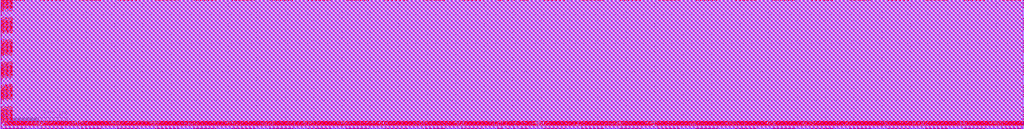
<source format=lef>
# 
#              Synchronous Dual Port SRAM Compiler 
# 
#                    UMC 0.18um Generic Logic Process 
#    __________________________________________________________________________
# 
# 
#      (C) Copyright 2002-2009 Faraday Technology Corp. All Rights Reserved.
#    
#    This source code is an unpublished work belongs to Faraday Technology
#    Corp.  It is considered a trade secret and is not to be divulged or
#    used by parties who have not received written authorization from
#    Faraday Technology Corp.
#    
#    Faraday's home page can be found at:
#    http://www.faraday-tech.com/
#   
#       Module Name      : layer2_sram
#       Words            : 784
#       Bits             : 128
#       Byte-Write       : 1
#       Aspect Ratio     : 1
#       Output Loading   : 0.5  (pf)
#       Data Slew        : 0.5  (ns)
#       CK Slew          : 0.5  (ns)
#       Power Ring Width : 2  (um)
# 
# -----------------------------------------------------------------------------
# 
#       Library          : FSA0M_A
#       Memaker          : 200901.2.1
#       Date             : 2021/01/04 22:21:14
# 
# -----------------------------------------------------------------------------


NAMESCASESENSITIVE ON ;
MACRO layer2_sram
CLASS BLOCK ;
FOREIGN layer2_sram 0.000 0.000 ;
ORIGIN 0.000 0.000 ;
SIZE 3596.000 BY 453.600 ;
SYMMETRY x y r90 ;
SITE core ;
PIN GND
  DIRECTION INOUT ;
  USE GROUND ;
  SHAPE ABUTMENT ;
 PORT
  LAYER metal5 ;
  RECT 3594.880 442.740 3596.000 445.980 ;
  LAYER metal4 ;
  RECT 3594.880 442.740 3596.000 445.980 ;
  LAYER metal3 ;
  RECT 3594.880 442.740 3596.000 445.980 ;
  LAYER metal2 ;
  RECT 3594.880 442.740 3596.000 445.980 ;
  LAYER metal1 ;
  RECT 3594.880 442.740 3596.000 445.980 ;
 END
 PORT
  LAYER metal5 ;
  RECT 3594.880 434.900 3596.000 438.140 ;
  LAYER metal4 ;
  RECT 3594.880 434.900 3596.000 438.140 ;
  LAYER metal3 ;
  RECT 3594.880 434.900 3596.000 438.140 ;
  LAYER metal2 ;
  RECT 3594.880 434.900 3596.000 438.140 ;
  LAYER metal1 ;
  RECT 3594.880 434.900 3596.000 438.140 ;
 END
 PORT
  LAYER metal5 ;
  RECT 3594.880 427.060 3596.000 430.300 ;
  LAYER metal4 ;
  RECT 3594.880 427.060 3596.000 430.300 ;
  LAYER metal3 ;
  RECT 3594.880 427.060 3596.000 430.300 ;
  LAYER metal2 ;
  RECT 3594.880 427.060 3596.000 430.300 ;
  LAYER metal1 ;
  RECT 3594.880 427.060 3596.000 430.300 ;
 END
 PORT
  LAYER metal5 ;
  RECT 3594.880 419.220 3596.000 422.460 ;
  LAYER metal4 ;
  RECT 3594.880 419.220 3596.000 422.460 ;
  LAYER metal3 ;
  RECT 3594.880 419.220 3596.000 422.460 ;
  LAYER metal2 ;
  RECT 3594.880 419.220 3596.000 422.460 ;
  LAYER metal1 ;
  RECT 3594.880 419.220 3596.000 422.460 ;
 END
 PORT
  LAYER metal5 ;
  RECT 3594.880 411.380 3596.000 414.620 ;
  LAYER metal4 ;
  RECT 3594.880 411.380 3596.000 414.620 ;
  LAYER metal3 ;
  RECT 3594.880 411.380 3596.000 414.620 ;
  LAYER metal2 ;
  RECT 3594.880 411.380 3596.000 414.620 ;
  LAYER metal1 ;
  RECT 3594.880 411.380 3596.000 414.620 ;
 END
 PORT
  LAYER metal5 ;
  RECT 3594.880 403.540 3596.000 406.780 ;
  LAYER metal4 ;
  RECT 3594.880 403.540 3596.000 406.780 ;
  LAYER metal3 ;
  RECT 3594.880 403.540 3596.000 406.780 ;
  LAYER metal2 ;
  RECT 3594.880 403.540 3596.000 406.780 ;
  LAYER metal1 ;
  RECT 3594.880 403.540 3596.000 406.780 ;
 END
 PORT
  LAYER metal5 ;
  RECT 3594.880 364.340 3596.000 367.580 ;
  LAYER metal4 ;
  RECT 3594.880 364.340 3596.000 367.580 ;
  LAYER metal3 ;
  RECT 3594.880 364.340 3596.000 367.580 ;
  LAYER metal2 ;
  RECT 3594.880 364.340 3596.000 367.580 ;
  LAYER metal1 ;
  RECT 3594.880 364.340 3596.000 367.580 ;
 END
 PORT
  LAYER metal5 ;
  RECT 3594.880 356.500 3596.000 359.740 ;
  LAYER metal4 ;
  RECT 3594.880 356.500 3596.000 359.740 ;
  LAYER metal3 ;
  RECT 3594.880 356.500 3596.000 359.740 ;
  LAYER metal2 ;
  RECT 3594.880 356.500 3596.000 359.740 ;
  LAYER metal1 ;
  RECT 3594.880 356.500 3596.000 359.740 ;
 END
 PORT
  LAYER metal5 ;
  RECT 3594.880 348.660 3596.000 351.900 ;
  LAYER metal4 ;
  RECT 3594.880 348.660 3596.000 351.900 ;
  LAYER metal3 ;
  RECT 3594.880 348.660 3596.000 351.900 ;
  LAYER metal2 ;
  RECT 3594.880 348.660 3596.000 351.900 ;
  LAYER metal1 ;
  RECT 3594.880 348.660 3596.000 351.900 ;
 END
 PORT
  LAYER metal5 ;
  RECT 3594.880 340.820 3596.000 344.060 ;
  LAYER metal4 ;
  RECT 3594.880 340.820 3596.000 344.060 ;
  LAYER metal3 ;
  RECT 3594.880 340.820 3596.000 344.060 ;
  LAYER metal2 ;
  RECT 3594.880 340.820 3596.000 344.060 ;
  LAYER metal1 ;
  RECT 3594.880 340.820 3596.000 344.060 ;
 END
 PORT
  LAYER metal5 ;
  RECT 3594.880 332.980 3596.000 336.220 ;
  LAYER metal4 ;
  RECT 3594.880 332.980 3596.000 336.220 ;
  LAYER metal3 ;
  RECT 3594.880 332.980 3596.000 336.220 ;
  LAYER metal2 ;
  RECT 3594.880 332.980 3596.000 336.220 ;
  LAYER metal1 ;
  RECT 3594.880 332.980 3596.000 336.220 ;
 END
 PORT
  LAYER metal5 ;
  RECT 3594.880 325.140 3596.000 328.380 ;
  LAYER metal4 ;
  RECT 3594.880 325.140 3596.000 328.380 ;
  LAYER metal3 ;
  RECT 3594.880 325.140 3596.000 328.380 ;
  LAYER metal2 ;
  RECT 3594.880 325.140 3596.000 328.380 ;
  LAYER metal1 ;
  RECT 3594.880 325.140 3596.000 328.380 ;
 END
 PORT
  LAYER metal5 ;
  RECT 3594.880 285.940 3596.000 289.180 ;
  LAYER metal4 ;
  RECT 3594.880 285.940 3596.000 289.180 ;
  LAYER metal3 ;
  RECT 3594.880 285.940 3596.000 289.180 ;
  LAYER metal2 ;
  RECT 3594.880 285.940 3596.000 289.180 ;
  LAYER metal1 ;
  RECT 3594.880 285.940 3596.000 289.180 ;
 END
 PORT
  LAYER metal5 ;
  RECT 3594.880 278.100 3596.000 281.340 ;
  LAYER metal4 ;
  RECT 3594.880 278.100 3596.000 281.340 ;
  LAYER metal3 ;
  RECT 3594.880 278.100 3596.000 281.340 ;
  LAYER metal2 ;
  RECT 3594.880 278.100 3596.000 281.340 ;
  LAYER metal1 ;
  RECT 3594.880 278.100 3596.000 281.340 ;
 END
 PORT
  LAYER metal5 ;
  RECT 3594.880 270.260 3596.000 273.500 ;
  LAYER metal4 ;
  RECT 3594.880 270.260 3596.000 273.500 ;
  LAYER metal3 ;
  RECT 3594.880 270.260 3596.000 273.500 ;
  LAYER metal2 ;
  RECT 3594.880 270.260 3596.000 273.500 ;
  LAYER metal1 ;
  RECT 3594.880 270.260 3596.000 273.500 ;
 END
 PORT
  LAYER metal5 ;
  RECT 3594.880 262.420 3596.000 265.660 ;
  LAYER metal4 ;
  RECT 3594.880 262.420 3596.000 265.660 ;
  LAYER metal3 ;
  RECT 3594.880 262.420 3596.000 265.660 ;
  LAYER metal2 ;
  RECT 3594.880 262.420 3596.000 265.660 ;
  LAYER metal1 ;
  RECT 3594.880 262.420 3596.000 265.660 ;
 END
 PORT
  LAYER metal5 ;
  RECT 3594.880 254.580 3596.000 257.820 ;
  LAYER metal4 ;
  RECT 3594.880 254.580 3596.000 257.820 ;
  LAYER metal3 ;
  RECT 3594.880 254.580 3596.000 257.820 ;
  LAYER metal2 ;
  RECT 3594.880 254.580 3596.000 257.820 ;
  LAYER metal1 ;
  RECT 3594.880 254.580 3596.000 257.820 ;
 END
 PORT
  LAYER metal5 ;
  RECT 3594.880 246.740 3596.000 249.980 ;
  LAYER metal4 ;
  RECT 3594.880 246.740 3596.000 249.980 ;
  LAYER metal3 ;
  RECT 3594.880 246.740 3596.000 249.980 ;
  LAYER metal2 ;
  RECT 3594.880 246.740 3596.000 249.980 ;
  LAYER metal1 ;
  RECT 3594.880 246.740 3596.000 249.980 ;
 END
 PORT
  LAYER metal5 ;
  RECT 3594.880 207.540 3596.000 210.780 ;
  LAYER metal4 ;
  RECT 3594.880 207.540 3596.000 210.780 ;
  LAYER metal3 ;
  RECT 3594.880 207.540 3596.000 210.780 ;
  LAYER metal2 ;
  RECT 3594.880 207.540 3596.000 210.780 ;
  LAYER metal1 ;
  RECT 3594.880 207.540 3596.000 210.780 ;
 END
 PORT
  LAYER metal5 ;
  RECT 3594.880 199.700 3596.000 202.940 ;
  LAYER metal4 ;
  RECT 3594.880 199.700 3596.000 202.940 ;
  LAYER metal3 ;
  RECT 3594.880 199.700 3596.000 202.940 ;
  LAYER metal2 ;
  RECT 3594.880 199.700 3596.000 202.940 ;
  LAYER metal1 ;
  RECT 3594.880 199.700 3596.000 202.940 ;
 END
 PORT
  LAYER metal5 ;
  RECT 3594.880 191.860 3596.000 195.100 ;
  LAYER metal4 ;
  RECT 3594.880 191.860 3596.000 195.100 ;
  LAYER metal3 ;
  RECT 3594.880 191.860 3596.000 195.100 ;
  LAYER metal2 ;
  RECT 3594.880 191.860 3596.000 195.100 ;
  LAYER metal1 ;
  RECT 3594.880 191.860 3596.000 195.100 ;
 END
 PORT
  LAYER metal5 ;
  RECT 3594.880 184.020 3596.000 187.260 ;
  LAYER metal4 ;
  RECT 3594.880 184.020 3596.000 187.260 ;
  LAYER metal3 ;
  RECT 3594.880 184.020 3596.000 187.260 ;
  LAYER metal2 ;
  RECT 3594.880 184.020 3596.000 187.260 ;
  LAYER metal1 ;
  RECT 3594.880 184.020 3596.000 187.260 ;
 END
 PORT
  LAYER metal5 ;
  RECT 3594.880 176.180 3596.000 179.420 ;
  LAYER metal4 ;
  RECT 3594.880 176.180 3596.000 179.420 ;
  LAYER metal3 ;
  RECT 3594.880 176.180 3596.000 179.420 ;
  LAYER metal2 ;
  RECT 3594.880 176.180 3596.000 179.420 ;
  LAYER metal1 ;
  RECT 3594.880 176.180 3596.000 179.420 ;
 END
 PORT
  LAYER metal5 ;
  RECT 3594.880 168.340 3596.000 171.580 ;
  LAYER metal4 ;
  RECT 3594.880 168.340 3596.000 171.580 ;
  LAYER metal3 ;
  RECT 3594.880 168.340 3596.000 171.580 ;
  LAYER metal2 ;
  RECT 3594.880 168.340 3596.000 171.580 ;
  LAYER metal1 ;
  RECT 3594.880 168.340 3596.000 171.580 ;
 END
 PORT
  LAYER metal5 ;
  RECT 3594.880 129.140 3596.000 132.380 ;
  LAYER metal4 ;
  RECT 3594.880 129.140 3596.000 132.380 ;
  LAYER metal3 ;
  RECT 3594.880 129.140 3596.000 132.380 ;
  LAYER metal2 ;
  RECT 3594.880 129.140 3596.000 132.380 ;
  LAYER metal1 ;
  RECT 3594.880 129.140 3596.000 132.380 ;
 END
 PORT
  LAYER metal5 ;
  RECT 3594.880 121.300 3596.000 124.540 ;
  LAYER metal4 ;
  RECT 3594.880 121.300 3596.000 124.540 ;
  LAYER metal3 ;
  RECT 3594.880 121.300 3596.000 124.540 ;
  LAYER metal2 ;
  RECT 3594.880 121.300 3596.000 124.540 ;
  LAYER metal1 ;
  RECT 3594.880 121.300 3596.000 124.540 ;
 END
 PORT
  LAYER metal5 ;
  RECT 3594.880 113.460 3596.000 116.700 ;
  LAYER metal4 ;
  RECT 3594.880 113.460 3596.000 116.700 ;
  LAYER metal3 ;
  RECT 3594.880 113.460 3596.000 116.700 ;
  LAYER metal2 ;
  RECT 3594.880 113.460 3596.000 116.700 ;
  LAYER metal1 ;
  RECT 3594.880 113.460 3596.000 116.700 ;
 END
 PORT
  LAYER metal5 ;
  RECT 3594.880 105.620 3596.000 108.860 ;
  LAYER metal4 ;
  RECT 3594.880 105.620 3596.000 108.860 ;
  LAYER metal3 ;
  RECT 3594.880 105.620 3596.000 108.860 ;
  LAYER metal2 ;
  RECT 3594.880 105.620 3596.000 108.860 ;
  LAYER metal1 ;
  RECT 3594.880 105.620 3596.000 108.860 ;
 END
 PORT
  LAYER metal5 ;
  RECT 3594.880 97.780 3596.000 101.020 ;
  LAYER metal4 ;
  RECT 3594.880 97.780 3596.000 101.020 ;
  LAYER metal3 ;
  RECT 3594.880 97.780 3596.000 101.020 ;
  LAYER metal2 ;
  RECT 3594.880 97.780 3596.000 101.020 ;
  LAYER metal1 ;
  RECT 3594.880 97.780 3596.000 101.020 ;
 END
 PORT
  LAYER metal5 ;
  RECT 3594.880 89.940 3596.000 93.180 ;
  LAYER metal4 ;
  RECT 3594.880 89.940 3596.000 93.180 ;
  LAYER metal3 ;
  RECT 3594.880 89.940 3596.000 93.180 ;
  LAYER metal2 ;
  RECT 3594.880 89.940 3596.000 93.180 ;
  LAYER metal1 ;
  RECT 3594.880 89.940 3596.000 93.180 ;
 END
 PORT
  LAYER metal5 ;
  RECT 3594.880 50.740 3596.000 53.980 ;
  LAYER metal4 ;
  RECT 3594.880 50.740 3596.000 53.980 ;
  LAYER metal3 ;
  RECT 3594.880 50.740 3596.000 53.980 ;
  LAYER metal2 ;
  RECT 3594.880 50.740 3596.000 53.980 ;
  LAYER metal1 ;
  RECT 3594.880 50.740 3596.000 53.980 ;
 END
 PORT
  LAYER metal5 ;
  RECT 3594.880 42.900 3596.000 46.140 ;
  LAYER metal4 ;
  RECT 3594.880 42.900 3596.000 46.140 ;
  LAYER metal3 ;
  RECT 3594.880 42.900 3596.000 46.140 ;
  LAYER metal2 ;
  RECT 3594.880 42.900 3596.000 46.140 ;
  LAYER metal1 ;
  RECT 3594.880 42.900 3596.000 46.140 ;
 END
 PORT
  LAYER metal5 ;
  RECT 3594.880 35.060 3596.000 38.300 ;
  LAYER metal4 ;
  RECT 3594.880 35.060 3596.000 38.300 ;
  LAYER metal3 ;
  RECT 3594.880 35.060 3596.000 38.300 ;
  LAYER metal2 ;
  RECT 3594.880 35.060 3596.000 38.300 ;
  LAYER metal1 ;
  RECT 3594.880 35.060 3596.000 38.300 ;
 END
 PORT
  LAYER metal5 ;
  RECT 3594.880 27.220 3596.000 30.460 ;
  LAYER metal4 ;
  RECT 3594.880 27.220 3596.000 30.460 ;
  LAYER metal3 ;
  RECT 3594.880 27.220 3596.000 30.460 ;
  LAYER metal2 ;
  RECT 3594.880 27.220 3596.000 30.460 ;
  LAYER metal1 ;
  RECT 3594.880 27.220 3596.000 30.460 ;
 END
 PORT
  LAYER metal5 ;
  RECT 3594.880 19.380 3596.000 22.620 ;
  LAYER metal4 ;
  RECT 3594.880 19.380 3596.000 22.620 ;
  LAYER metal3 ;
  RECT 3594.880 19.380 3596.000 22.620 ;
  LAYER metal2 ;
  RECT 3594.880 19.380 3596.000 22.620 ;
  LAYER metal1 ;
  RECT 3594.880 19.380 3596.000 22.620 ;
 END
 PORT
  LAYER metal5 ;
  RECT 3594.880 11.540 3596.000 14.780 ;
  LAYER metal4 ;
  RECT 3594.880 11.540 3596.000 14.780 ;
  LAYER metal3 ;
  RECT 3594.880 11.540 3596.000 14.780 ;
  LAYER metal2 ;
  RECT 3594.880 11.540 3596.000 14.780 ;
  LAYER metal1 ;
  RECT 3594.880 11.540 3596.000 14.780 ;
 END
 PORT
  LAYER metal5 ;
  RECT 0.000 442.740 1.120 445.980 ;
  LAYER metal4 ;
  RECT 0.000 442.740 1.120 445.980 ;
  LAYER metal3 ;
  RECT 0.000 442.740 1.120 445.980 ;
  LAYER metal2 ;
  RECT 0.000 442.740 1.120 445.980 ;
  LAYER metal1 ;
  RECT 0.000 442.740 1.120 445.980 ;
 END
 PORT
  LAYER metal5 ;
  RECT 0.000 434.900 1.120 438.140 ;
  LAYER metal4 ;
  RECT 0.000 434.900 1.120 438.140 ;
  LAYER metal3 ;
  RECT 0.000 434.900 1.120 438.140 ;
  LAYER metal2 ;
  RECT 0.000 434.900 1.120 438.140 ;
  LAYER metal1 ;
  RECT 0.000 434.900 1.120 438.140 ;
 END
 PORT
  LAYER metal5 ;
  RECT 0.000 427.060 1.120 430.300 ;
  LAYER metal4 ;
  RECT 0.000 427.060 1.120 430.300 ;
  LAYER metal3 ;
  RECT 0.000 427.060 1.120 430.300 ;
  LAYER metal2 ;
  RECT 0.000 427.060 1.120 430.300 ;
  LAYER metal1 ;
  RECT 0.000 427.060 1.120 430.300 ;
 END
 PORT
  LAYER metal5 ;
  RECT 0.000 419.220 1.120 422.460 ;
  LAYER metal4 ;
  RECT 0.000 419.220 1.120 422.460 ;
  LAYER metal3 ;
  RECT 0.000 419.220 1.120 422.460 ;
  LAYER metal2 ;
  RECT 0.000 419.220 1.120 422.460 ;
  LAYER metal1 ;
  RECT 0.000 419.220 1.120 422.460 ;
 END
 PORT
  LAYER metal5 ;
  RECT 0.000 411.380 1.120 414.620 ;
  LAYER metal4 ;
  RECT 0.000 411.380 1.120 414.620 ;
  LAYER metal3 ;
  RECT 0.000 411.380 1.120 414.620 ;
  LAYER metal2 ;
  RECT 0.000 411.380 1.120 414.620 ;
  LAYER metal1 ;
  RECT 0.000 411.380 1.120 414.620 ;
 END
 PORT
  LAYER metal5 ;
  RECT 0.000 403.540 1.120 406.780 ;
  LAYER metal4 ;
  RECT 0.000 403.540 1.120 406.780 ;
  LAYER metal3 ;
  RECT 0.000 403.540 1.120 406.780 ;
  LAYER metal2 ;
  RECT 0.000 403.540 1.120 406.780 ;
  LAYER metal1 ;
  RECT 0.000 403.540 1.120 406.780 ;
 END
 PORT
  LAYER metal5 ;
  RECT 0.000 364.340 1.120 367.580 ;
  LAYER metal4 ;
  RECT 0.000 364.340 1.120 367.580 ;
  LAYER metal3 ;
  RECT 0.000 364.340 1.120 367.580 ;
  LAYER metal2 ;
  RECT 0.000 364.340 1.120 367.580 ;
  LAYER metal1 ;
  RECT 0.000 364.340 1.120 367.580 ;
 END
 PORT
  LAYER metal5 ;
  RECT 0.000 356.500 1.120 359.740 ;
  LAYER metal4 ;
  RECT 0.000 356.500 1.120 359.740 ;
  LAYER metal3 ;
  RECT 0.000 356.500 1.120 359.740 ;
  LAYER metal2 ;
  RECT 0.000 356.500 1.120 359.740 ;
  LAYER metal1 ;
  RECT 0.000 356.500 1.120 359.740 ;
 END
 PORT
  LAYER metal5 ;
  RECT 0.000 348.660 1.120 351.900 ;
  LAYER metal4 ;
  RECT 0.000 348.660 1.120 351.900 ;
  LAYER metal3 ;
  RECT 0.000 348.660 1.120 351.900 ;
  LAYER metal2 ;
  RECT 0.000 348.660 1.120 351.900 ;
  LAYER metal1 ;
  RECT 0.000 348.660 1.120 351.900 ;
 END
 PORT
  LAYER metal5 ;
  RECT 0.000 340.820 1.120 344.060 ;
  LAYER metal4 ;
  RECT 0.000 340.820 1.120 344.060 ;
  LAYER metal3 ;
  RECT 0.000 340.820 1.120 344.060 ;
  LAYER metal2 ;
  RECT 0.000 340.820 1.120 344.060 ;
  LAYER metal1 ;
  RECT 0.000 340.820 1.120 344.060 ;
 END
 PORT
  LAYER metal5 ;
  RECT 0.000 332.980 1.120 336.220 ;
  LAYER metal4 ;
  RECT 0.000 332.980 1.120 336.220 ;
  LAYER metal3 ;
  RECT 0.000 332.980 1.120 336.220 ;
  LAYER metal2 ;
  RECT 0.000 332.980 1.120 336.220 ;
  LAYER metal1 ;
  RECT 0.000 332.980 1.120 336.220 ;
 END
 PORT
  LAYER metal5 ;
  RECT 0.000 325.140 1.120 328.380 ;
  LAYER metal4 ;
  RECT 0.000 325.140 1.120 328.380 ;
  LAYER metal3 ;
  RECT 0.000 325.140 1.120 328.380 ;
  LAYER metal2 ;
  RECT 0.000 325.140 1.120 328.380 ;
  LAYER metal1 ;
  RECT 0.000 325.140 1.120 328.380 ;
 END
 PORT
  LAYER metal5 ;
  RECT 0.000 285.940 1.120 289.180 ;
  LAYER metal4 ;
  RECT 0.000 285.940 1.120 289.180 ;
  LAYER metal3 ;
  RECT 0.000 285.940 1.120 289.180 ;
  LAYER metal2 ;
  RECT 0.000 285.940 1.120 289.180 ;
  LAYER metal1 ;
  RECT 0.000 285.940 1.120 289.180 ;
 END
 PORT
  LAYER metal5 ;
  RECT 0.000 278.100 1.120 281.340 ;
  LAYER metal4 ;
  RECT 0.000 278.100 1.120 281.340 ;
  LAYER metal3 ;
  RECT 0.000 278.100 1.120 281.340 ;
  LAYER metal2 ;
  RECT 0.000 278.100 1.120 281.340 ;
  LAYER metal1 ;
  RECT 0.000 278.100 1.120 281.340 ;
 END
 PORT
  LAYER metal5 ;
  RECT 0.000 270.260 1.120 273.500 ;
  LAYER metal4 ;
  RECT 0.000 270.260 1.120 273.500 ;
  LAYER metal3 ;
  RECT 0.000 270.260 1.120 273.500 ;
  LAYER metal2 ;
  RECT 0.000 270.260 1.120 273.500 ;
  LAYER metal1 ;
  RECT 0.000 270.260 1.120 273.500 ;
 END
 PORT
  LAYER metal5 ;
  RECT 0.000 262.420 1.120 265.660 ;
  LAYER metal4 ;
  RECT 0.000 262.420 1.120 265.660 ;
  LAYER metal3 ;
  RECT 0.000 262.420 1.120 265.660 ;
  LAYER metal2 ;
  RECT 0.000 262.420 1.120 265.660 ;
  LAYER metal1 ;
  RECT 0.000 262.420 1.120 265.660 ;
 END
 PORT
  LAYER metal5 ;
  RECT 0.000 254.580 1.120 257.820 ;
  LAYER metal4 ;
  RECT 0.000 254.580 1.120 257.820 ;
  LAYER metal3 ;
  RECT 0.000 254.580 1.120 257.820 ;
  LAYER metal2 ;
  RECT 0.000 254.580 1.120 257.820 ;
  LAYER metal1 ;
  RECT 0.000 254.580 1.120 257.820 ;
 END
 PORT
  LAYER metal5 ;
  RECT 0.000 246.740 1.120 249.980 ;
  LAYER metal4 ;
  RECT 0.000 246.740 1.120 249.980 ;
  LAYER metal3 ;
  RECT 0.000 246.740 1.120 249.980 ;
  LAYER metal2 ;
  RECT 0.000 246.740 1.120 249.980 ;
  LAYER metal1 ;
  RECT 0.000 246.740 1.120 249.980 ;
 END
 PORT
  LAYER metal5 ;
  RECT 0.000 207.540 1.120 210.780 ;
  LAYER metal4 ;
  RECT 0.000 207.540 1.120 210.780 ;
  LAYER metal3 ;
  RECT 0.000 207.540 1.120 210.780 ;
  LAYER metal2 ;
  RECT 0.000 207.540 1.120 210.780 ;
  LAYER metal1 ;
  RECT 0.000 207.540 1.120 210.780 ;
 END
 PORT
  LAYER metal5 ;
  RECT 0.000 199.700 1.120 202.940 ;
  LAYER metal4 ;
  RECT 0.000 199.700 1.120 202.940 ;
  LAYER metal3 ;
  RECT 0.000 199.700 1.120 202.940 ;
  LAYER metal2 ;
  RECT 0.000 199.700 1.120 202.940 ;
  LAYER metal1 ;
  RECT 0.000 199.700 1.120 202.940 ;
 END
 PORT
  LAYER metal5 ;
  RECT 0.000 191.860 1.120 195.100 ;
  LAYER metal4 ;
  RECT 0.000 191.860 1.120 195.100 ;
  LAYER metal3 ;
  RECT 0.000 191.860 1.120 195.100 ;
  LAYER metal2 ;
  RECT 0.000 191.860 1.120 195.100 ;
  LAYER metal1 ;
  RECT 0.000 191.860 1.120 195.100 ;
 END
 PORT
  LAYER metal5 ;
  RECT 0.000 184.020 1.120 187.260 ;
  LAYER metal4 ;
  RECT 0.000 184.020 1.120 187.260 ;
  LAYER metal3 ;
  RECT 0.000 184.020 1.120 187.260 ;
  LAYER metal2 ;
  RECT 0.000 184.020 1.120 187.260 ;
  LAYER metal1 ;
  RECT 0.000 184.020 1.120 187.260 ;
 END
 PORT
  LAYER metal5 ;
  RECT 0.000 176.180 1.120 179.420 ;
  LAYER metal4 ;
  RECT 0.000 176.180 1.120 179.420 ;
  LAYER metal3 ;
  RECT 0.000 176.180 1.120 179.420 ;
  LAYER metal2 ;
  RECT 0.000 176.180 1.120 179.420 ;
  LAYER metal1 ;
  RECT 0.000 176.180 1.120 179.420 ;
 END
 PORT
  LAYER metal5 ;
  RECT 0.000 168.340 1.120 171.580 ;
  LAYER metal4 ;
  RECT 0.000 168.340 1.120 171.580 ;
  LAYER metal3 ;
  RECT 0.000 168.340 1.120 171.580 ;
  LAYER metal2 ;
  RECT 0.000 168.340 1.120 171.580 ;
  LAYER metal1 ;
  RECT 0.000 168.340 1.120 171.580 ;
 END
 PORT
  LAYER metal5 ;
  RECT 0.000 129.140 1.120 132.380 ;
  LAYER metal4 ;
  RECT 0.000 129.140 1.120 132.380 ;
  LAYER metal3 ;
  RECT 0.000 129.140 1.120 132.380 ;
  LAYER metal2 ;
  RECT 0.000 129.140 1.120 132.380 ;
  LAYER metal1 ;
  RECT 0.000 129.140 1.120 132.380 ;
 END
 PORT
  LAYER metal5 ;
  RECT 0.000 121.300 1.120 124.540 ;
  LAYER metal4 ;
  RECT 0.000 121.300 1.120 124.540 ;
  LAYER metal3 ;
  RECT 0.000 121.300 1.120 124.540 ;
  LAYER metal2 ;
  RECT 0.000 121.300 1.120 124.540 ;
  LAYER metal1 ;
  RECT 0.000 121.300 1.120 124.540 ;
 END
 PORT
  LAYER metal5 ;
  RECT 0.000 113.460 1.120 116.700 ;
  LAYER metal4 ;
  RECT 0.000 113.460 1.120 116.700 ;
  LAYER metal3 ;
  RECT 0.000 113.460 1.120 116.700 ;
  LAYER metal2 ;
  RECT 0.000 113.460 1.120 116.700 ;
  LAYER metal1 ;
  RECT 0.000 113.460 1.120 116.700 ;
 END
 PORT
  LAYER metal5 ;
  RECT 0.000 105.620 1.120 108.860 ;
  LAYER metal4 ;
  RECT 0.000 105.620 1.120 108.860 ;
  LAYER metal3 ;
  RECT 0.000 105.620 1.120 108.860 ;
  LAYER metal2 ;
  RECT 0.000 105.620 1.120 108.860 ;
  LAYER metal1 ;
  RECT 0.000 105.620 1.120 108.860 ;
 END
 PORT
  LAYER metal5 ;
  RECT 0.000 97.780 1.120 101.020 ;
  LAYER metal4 ;
  RECT 0.000 97.780 1.120 101.020 ;
  LAYER metal3 ;
  RECT 0.000 97.780 1.120 101.020 ;
  LAYER metal2 ;
  RECT 0.000 97.780 1.120 101.020 ;
  LAYER metal1 ;
  RECT 0.000 97.780 1.120 101.020 ;
 END
 PORT
  LAYER metal5 ;
  RECT 0.000 89.940 1.120 93.180 ;
  LAYER metal4 ;
  RECT 0.000 89.940 1.120 93.180 ;
  LAYER metal3 ;
  RECT 0.000 89.940 1.120 93.180 ;
  LAYER metal2 ;
  RECT 0.000 89.940 1.120 93.180 ;
  LAYER metal1 ;
  RECT 0.000 89.940 1.120 93.180 ;
 END
 PORT
  LAYER metal5 ;
  RECT 0.000 50.740 1.120 53.980 ;
  LAYER metal4 ;
  RECT 0.000 50.740 1.120 53.980 ;
  LAYER metal3 ;
  RECT 0.000 50.740 1.120 53.980 ;
  LAYER metal2 ;
  RECT 0.000 50.740 1.120 53.980 ;
  LAYER metal1 ;
  RECT 0.000 50.740 1.120 53.980 ;
 END
 PORT
  LAYER metal5 ;
  RECT 0.000 42.900 1.120 46.140 ;
  LAYER metal4 ;
  RECT 0.000 42.900 1.120 46.140 ;
  LAYER metal3 ;
  RECT 0.000 42.900 1.120 46.140 ;
  LAYER metal2 ;
  RECT 0.000 42.900 1.120 46.140 ;
  LAYER metal1 ;
  RECT 0.000 42.900 1.120 46.140 ;
 END
 PORT
  LAYER metal5 ;
  RECT 0.000 35.060 1.120 38.300 ;
  LAYER metal4 ;
  RECT 0.000 35.060 1.120 38.300 ;
  LAYER metal3 ;
  RECT 0.000 35.060 1.120 38.300 ;
  LAYER metal2 ;
  RECT 0.000 35.060 1.120 38.300 ;
  LAYER metal1 ;
  RECT 0.000 35.060 1.120 38.300 ;
 END
 PORT
  LAYER metal5 ;
  RECT 0.000 27.220 1.120 30.460 ;
  LAYER metal4 ;
  RECT 0.000 27.220 1.120 30.460 ;
  LAYER metal3 ;
  RECT 0.000 27.220 1.120 30.460 ;
  LAYER metal2 ;
  RECT 0.000 27.220 1.120 30.460 ;
  LAYER metal1 ;
  RECT 0.000 27.220 1.120 30.460 ;
 END
 PORT
  LAYER metal5 ;
  RECT 0.000 19.380 1.120 22.620 ;
  LAYER metal4 ;
  RECT 0.000 19.380 1.120 22.620 ;
  LAYER metal3 ;
  RECT 0.000 19.380 1.120 22.620 ;
  LAYER metal2 ;
  RECT 0.000 19.380 1.120 22.620 ;
  LAYER metal1 ;
  RECT 0.000 19.380 1.120 22.620 ;
 END
 PORT
  LAYER metal5 ;
  RECT 0.000 11.540 1.120 14.780 ;
  LAYER metal4 ;
  RECT 0.000 11.540 1.120 14.780 ;
  LAYER metal3 ;
  RECT 0.000 11.540 1.120 14.780 ;
  LAYER metal2 ;
  RECT 0.000 11.540 1.120 14.780 ;
  LAYER metal1 ;
  RECT 0.000 11.540 1.120 14.780 ;
 END
 PORT
  LAYER metal5 ;
  RECT 3579.660 452.480 3583.200 453.600 ;
  LAYER metal4 ;
  RECT 3579.660 452.480 3583.200 453.600 ;
  LAYER metal3 ;
  RECT 3579.660 452.480 3583.200 453.600 ;
  LAYER metal2 ;
  RECT 3579.660 452.480 3583.200 453.600 ;
  LAYER metal1 ;
  RECT 3579.660 452.480 3583.200 453.600 ;
 END
 PORT
  LAYER metal5 ;
  RECT 3566.020 452.480 3569.560 453.600 ;
  LAYER metal4 ;
  RECT 3566.020 452.480 3569.560 453.600 ;
  LAYER metal3 ;
  RECT 3566.020 452.480 3569.560 453.600 ;
  LAYER metal2 ;
  RECT 3566.020 452.480 3569.560 453.600 ;
  LAYER metal1 ;
  RECT 3566.020 452.480 3569.560 453.600 ;
 END
 PORT
  LAYER metal5 ;
  RECT 3553.000 452.480 3556.540 453.600 ;
  LAYER metal4 ;
  RECT 3553.000 452.480 3556.540 453.600 ;
  LAYER metal3 ;
  RECT 3553.000 452.480 3556.540 453.600 ;
  LAYER metal2 ;
  RECT 3553.000 452.480 3556.540 453.600 ;
  LAYER metal1 ;
  RECT 3553.000 452.480 3556.540 453.600 ;
 END
 PORT
  LAYER metal5 ;
  RECT 3539.360 452.480 3542.900 453.600 ;
  LAYER metal4 ;
  RECT 3539.360 452.480 3542.900 453.600 ;
  LAYER metal3 ;
  RECT 3539.360 452.480 3542.900 453.600 ;
  LAYER metal2 ;
  RECT 3539.360 452.480 3542.900 453.600 ;
  LAYER metal1 ;
  RECT 3539.360 452.480 3542.900 453.600 ;
 END
 PORT
  LAYER metal5 ;
  RECT 3525.720 452.480 3529.260 453.600 ;
  LAYER metal4 ;
  RECT 3525.720 452.480 3529.260 453.600 ;
  LAYER metal3 ;
  RECT 3525.720 452.480 3529.260 453.600 ;
  LAYER metal2 ;
  RECT 3525.720 452.480 3529.260 453.600 ;
  LAYER metal1 ;
  RECT 3525.720 452.480 3529.260 453.600 ;
 END
 PORT
  LAYER metal5 ;
  RECT 3458.760 452.480 3462.300 453.600 ;
  LAYER metal4 ;
  RECT 3458.760 452.480 3462.300 453.600 ;
  LAYER metal3 ;
  RECT 3458.760 452.480 3462.300 453.600 ;
  LAYER metal2 ;
  RECT 3458.760 452.480 3462.300 453.600 ;
  LAYER metal1 ;
  RECT 3458.760 452.480 3462.300 453.600 ;
 END
 PORT
  LAYER metal5 ;
  RECT 3445.120 452.480 3448.660 453.600 ;
  LAYER metal4 ;
  RECT 3445.120 452.480 3448.660 453.600 ;
  LAYER metal3 ;
  RECT 3445.120 452.480 3448.660 453.600 ;
  LAYER metal2 ;
  RECT 3445.120 452.480 3448.660 453.600 ;
  LAYER metal1 ;
  RECT 3445.120 452.480 3448.660 453.600 ;
 END
 PORT
  LAYER metal5 ;
  RECT 3432.100 452.480 3435.640 453.600 ;
  LAYER metal4 ;
  RECT 3432.100 452.480 3435.640 453.600 ;
  LAYER metal3 ;
  RECT 3432.100 452.480 3435.640 453.600 ;
  LAYER metal2 ;
  RECT 3432.100 452.480 3435.640 453.600 ;
  LAYER metal1 ;
  RECT 3432.100 452.480 3435.640 453.600 ;
 END
 PORT
  LAYER metal5 ;
  RECT 3418.460 452.480 3422.000 453.600 ;
  LAYER metal4 ;
  RECT 3418.460 452.480 3422.000 453.600 ;
  LAYER metal3 ;
  RECT 3418.460 452.480 3422.000 453.600 ;
  LAYER metal2 ;
  RECT 3418.460 452.480 3422.000 453.600 ;
  LAYER metal1 ;
  RECT 3418.460 452.480 3422.000 453.600 ;
 END
 PORT
  LAYER metal5 ;
  RECT 3404.820 452.480 3408.360 453.600 ;
  LAYER metal4 ;
  RECT 3404.820 452.480 3408.360 453.600 ;
  LAYER metal3 ;
  RECT 3404.820 452.480 3408.360 453.600 ;
  LAYER metal2 ;
  RECT 3404.820 452.480 3408.360 453.600 ;
  LAYER metal1 ;
  RECT 3404.820 452.480 3408.360 453.600 ;
 END
 PORT
  LAYER metal5 ;
  RECT 3391.800 452.480 3395.340 453.600 ;
  LAYER metal4 ;
  RECT 3391.800 452.480 3395.340 453.600 ;
  LAYER metal3 ;
  RECT 3391.800 452.480 3395.340 453.600 ;
  LAYER metal2 ;
  RECT 3391.800 452.480 3395.340 453.600 ;
  LAYER metal1 ;
  RECT 3391.800 452.480 3395.340 453.600 ;
 END
 PORT
  LAYER metal5 ;
  RECT 3324.220 452.480 3327.760 453.600 ;
  LAYER metal4 ;
  RECT 3324.220 452.480 3327.760 453.600 ;
  LAYER metal3 ;
  RECT 3324.220 452.480 3327.760 453.600 ;
  LAYER metal2 ;
  RECT 3324.220 452.480 3327.760 453.600 ;
  LAYER metal1 ;
  RECT 3324.220 452.480 3327.760 453.600 ;
 END
 PORT
  LAYER metal5 ;
  RECT 3311.200 452.480 3314.740 453.600 ;
  LAYER metal4 ;
  RECT 3311.200 452.480 3314.740 453.600 ;
  LAYER metal3 ;
  RECT 3311.200 452.480 3314.740 453.600 ;
  LAYER metal2 ;
  RECT 3311.200 452.480 3314.740 453.600 ;
  LAYER metal1 ;
  RECT 3311.200 452.480 3314.740 453.600 ;
 END
 PORT
  LAYER metal5 ;
  RECT 3297.560 452.480 3301.100 453.600 ;
  LAYER metal4 ;
  RECT 3297.560 452.480 3301.100 453.600 ;
  LAYER metal3 ;
  RECT 3297.560 452.480 3301.100 453.600 ;
  LAYER metal2 ;
  RECT 3297.560 452.480 3301.100 453.600 ;
  LAYER metal1 ;
  RECT 3297.560 452.480 3301.100 453.600 ;
 END
 PORT
  LAYER metal5 ;
  RECT 3283.920 452.480 3287.460 453.600 ;
  LAYER metal4 ;
  RECT 3283.920 452.480 3287.460 453.600 ;
  LAYER metal3 ;
  RECT 3283.920 452.480 3287.460 453.600 ;
  LAYER metal2 ;
  RECT 3283.920 452.480 3287.460 453.600 ;
  LAYER metal1 ;
  RECT 3283.920 452.480 3287.460 453.600 ;
 END
 PORT
  LAYER metal5 ;
  RECT 3270.900 452.480 3274.440 453.600 ;
  LAYER metal4 ;
  RECT 3270.900 452.480 3274.440 453.600 ;
  LAYER metal3 ;
  RECT 3270.900 452.480 3274.440 453.600 ;
  LAYER metal2 ;
  RECT 3270.900 452.480 3274.440 453.600 ;
  LAYER metal1 ;
  RECT 3270.900 452.480 3274.440 453.600 ;
 END
 PORT
  LAYER metal5 ;
  RECT 3257.260 452.480 3260.800 453.600 ;
  LAYER metal4 ;
  RECT 3257.260 452.480 3260.800 453.600 ;
  LAYER metal3 ;
  RECT 3257.260 452.480 3260.800 453.600 ;
  LAYER metal2 ;
  RECT 3257.260 452.480 3260.800 453.600 ;
  LAYER metal1 ;
  RECT 3257.260 452.480 3260.800 453.600 ;
 END
 PORT
  LAYER metal5 ;
  RECT 3190.300 452.480 3193.840 453.600 ;
  LAYER metal4 ;
  RECT 3190.300 452.480 3193.840 453.600 ;
  LAYER metal3 ;
  RECT 3190.300 452.480 3193.840 453.600 ;
  LAYER metal2 ;
  RECT 3190.300 452.480 3193.840 453.600 ;
  LAYER metal1 ;
  RECT 3190.300 452.480 3193.840 453.600 ;
 END
 PORT
  LAYER metal5 ;
  RECT 3176.660 452.480 3180.200 453.600 ;
  LAYER metal4 ;
  RECT 3176.660 452.480 3180.200 453.600 ;
  LAYER metal3 ;
  RECT 3176.660 452.480 3180.200 453.600 ;
  LAYER metal2 ;
  RECT 3176.660 452.480 3180.200 453.600 ;
  LAYER metal1 ;
  RECT 3176.660 452.480 3180.200 453.600 ;
 END
 PORT
  LAYER metal5 ;
  RECT 3163.020 452.480 3166.560 453.600 ;
  LAYER metal4 ;
  RECT 3163.020 452.480 3166.560 453.600 ;
  LAYER metal3 ;
  RECT 3163.020 452.480 3166.560 453.600 ;
  LAYER metal2 ;
  RECT 3163.020 452.480 3166.560 453.600 ;
  LAYER metal1 ;
  RECT 3163.020 452.480 3166.560 453.600 ;
 END
 PORT
  LAYER metal5 ;
  RECT 3149.380 452.480 3152.920 453.600 ;
  LAYER metal4 ;
  RECT 3149.380 452.480 3152.920 453.600 ;
  LAYER metal3 ;
  RECT 3149.380 452.480 3152.920 453.600 ;
  LAYER metal2 ;
  RECT 3149.380 452.480 3152.920 453.600 ;
  LAYER metal1 ;
  RECT 3149.380 452.480 3152.920 453.600 ;
 END
 PORT
  LAYER metal5 ;
  RECT 3136.360 452.480 3139.900 453.600 ;
  LAYER metal4 ;
  RECT 3136.360 452.480 3139.900 453.600 ;
  LAYER metal3 ;
  RECT 3136.360 452.480 3139.900 453.600 ;
  LAYER metal2 ;
  RECT 3136.360 452.480 3139.900 453.600 ;
  LAYER metal1 ;
  RECT 3136.360 452.480 3139.900 453.600 ;
 END
 PORT
  LAYER metal5 ;
  RECT 3122.720 452.480 3126.260 453.600 ;
  LAYER metal4 ;
  RECT 3122.720 452.480 3126.260 453.600 ;
  LAYER metal3 ;
  RECT 3122.720 452.480 3126.260 453.600 ;
  LAYER metal2 ;
  RECT 3122.720 452.480 3126.260 453.600 ;
  LAYER metal1 ;
  RECT 3122.720 452.480 3126.260 453.600 ;
 END
 PORT
  LAYER metal5 ;
  RECT 3055.760 452.480 3059.300 453.600 ;
  LAYER metal4 ;
  RECT 3055.760 452.480 3059.300 453.600 ;
  LAYER metal3 ;
  RECT 3055.760 452.480 3059.300 453.600 ;
  LAYER metal2 ;
  RECT 3055.760 452.480 3059.300 453.600 ;
  LAYER metal1 ;
  RECT 3055.760 452.480 3059.300 453.600 ;
 END
 PORT
  LAYER metal5 ;
  RECT 3042.120 452.480 3045.660 453.600 ;
  LAYER metal4 ;
  RECT 3042.120 452.480 3045.660 453.600 ;
  LAYER metal3 ;
  RECT 3042.120 452.480 3045.660 453.600 ;
  LAYER metal2 ;
  RECT 3042.120 452.480 3045.660 453.600 ;
  LAYER metal1 ;
  RECT 3042.120 452.480 3045.660 453.600 ;
 END
 PORT
  LAYER metal5 ;
  RECT 3028.480 452.480 3032.020 453.600 ;
  LAYER metal4 ;
  RECT 3028.480 452.480 3032.020 453.600 ;
  LAYER metal3 ;
  RECT 3028.480 452.480 3032.020 453.600 ;
  LAYER metal2 ;
  RECT 3028.480 452.480 3032.020 453.600 ;
  LAYER metal1 ;
  RECT 3028.480 452.480 3032.020 453.600 ;
 END
 PORT
  LAYER metal5 ;
  RECT 3015.460 452.480 3019.000 453.600 ;
  LAYER metal4 ;
  RECT 3015.460 452.480 3019.000 453.600 ;
  LAYER metal3 ;
  RECT 3015.460 452.480 3019.000 453.600 ;
  LAYER metal2 ;
  RECT 3015.460 452.480 3019.000 453.600 ;
  LAYER metal1 ;
  RECT 3015.460 452.480 3019.000 453.600 ;
 END
 PORT
  LAYER metal5 ;
  RECT 3001.820 452.480 3005.360 453.600 ;
  LAYER metal4 ;
  RECT 3001.820 452.480 3005.360 453.600 ;
  LAYER metal3 ;
  RECT 3001.820 452.480 3005.360 453.600 ;
  LAYER metal2 ;
  RECT 3001.820 452.480 3005.360 453.600 ;
  LAYER metal1 ;
  RECT 3001.820 452.480 3005.360 453.600 ;
 END
 PORT
  LAYER metal5 ;
  RECT 2988.180 452.480 2991.720 453.600 ;
  LAYER metal4 ;
  RECT 2988.180 452.480 2991.720 453.600 ;
  LAYER metal3 ;
  RECT 2988.180 452.480 2991.720 453.600 ;
  LAYER metal2 ;
  RECT 2988.180 452.480 2991.720 453.600 ;
  LAYER metal1 ;
  RECT 2988.180 452.480 2991.720 453.600 ;
 END
 PORT
  LAYER metal5 ;
  RECT 2921.220 452.480 2924.760 453.600 ;
  LAYER metal4 ;
  RECT 2921.220 452.480 2924.760 453.600 ;
  LAYER metal3 ;
  RECT 2921.220 452.480 2924.760 453.600 ;
  LAYER metal2 ;
  RECT 2921.220 452.480 2924.760 453.600 ;
  LAYER metal1 ;
  RECT 2921.220 452.480 2924.760 453.600 ;
 END
 PORT
  LAYER metal5 ;
  RECT 2907.580 452.480 2911.120 453.600 ;
  LAYER metal4 ;
  RECT 2907.580 452.480 2911.120 453.600 ;
  LAYER metal3 ;
  RECT 2907.580 452.480 2911.120 453.600 ;
  LAYER metal2 ;
  RECT 2907.580 452.480 2911.120 453.600 ;
  LAYER metal1 ;
  RECT 2907.580 452.480 2911.120 453.600 ;
 END
 PORT
  LAYER metal5 ;
  RECT 2894.560 452.480 2898.100 453.600 ;
  LAYER metal4 ;
  RECT 2894.560 452.480 2898.100 453.600 ;
  LAYER metal3 ;
  RECT 2894.560 452.480 2898.100 453.600 ;
  LAYER metal2 ;
  RECT 2894.560 452.480 2898.100 453.600 ;
  LAYER metal1 ;
  RECT 2894.560 452.480 2898.100 453.600 ;
 END
 PORT
  LAYER metal5 ;
  RECT 2880.920 452.480 2884.460 453.600 ;
  LAYER metal4 ;
  RECT 2880.920 452.480 2884.460 453.600 ;
  LAYER metal3 ;
  RECT 2880.920 452.480 2884.460 453.600 ;
  LAYER metal2 ;
  RECT 2880.920 452.480 2884.460 453.600 ;
  LAYER metal1 ;
  RECT 2880.920 452.480 2884.460 453.600 ;
 END
 PORT
  LAYER metal5 ;
  RECT 2867.280 452.480 2870.820 453.600 ;
  LAYER metal4 ;
  RECT 2867.280 452.480 2870.820 453.600 ;
  LAYER metal3 ;
  RECT 2867.280 452.480 2870.820 453.600 ;
  LAYER metal2 ;
  RECT 2867.280 452.480 2870.820 453.600 ;
  LAYER metal1 ;
  RECT 2867.280 452.480 2870.820 453.600 ;
 END
 PORT
  LAYER metal5 ;
  RECT 2854.260 452.480 2857.800 453.600 ;
  LAYER metal4 ;
  RECT 2854.260 452.480 2857.800 453.600 ;
  LAYER metal3 ;
  RECT 2854.260 452.480 2857.800 453.600 ;
  LAYER metal2 ;
  RECT 2854.260 452.480 2857.800 453.600 ;
  LAYER metal1 ;
  RECT 2854.260 452.480 2857.800 453.600 ;
 END
 PORT
  LAYER metal5 ;
  RECT 2786.680 452.480 2790.220 453.600 ;
  LAYER metal4 ;
  RECT 2786.680 452.480 2790.220 453.600 ;
  LAYER metal3 ;
  RECT 2786.680 452.480 2790.220 453.600 ;
  LAYER metal2 ;
  RECT 2786.680 452.480 2790.220 453.600 ;
  LAYER metal1 ;
  RECT 2786.680 452.480 2790.220 453.600 ;
 END
 PORT
  LAYER metal5 ;
  RECT 2773.660 452.480 2777.200 453.600 ;
  LAYER metal4 ;
  RECT 2773.660 452.480 2777.200 453.600 ;
  LAYER metal3 ;
  RECT 2773.660 452.480 2777.200 453.600 ;
  LAYER metal2 ;
  RECT 2773.660 452.480 2777.200 453.600 ;
  LAYER metal1 ;
  RECT 2773.660 452.480 2777.200 453.600 ;
 END
 PORT
  LAYER metal5 ;
  RECT 2760.020 452.480 2763.560 453.600 ;
  LAYER metal4 ;
  RECT 2760.020 452.480 2763.560 453.600 ;
  LAYER metal3 ;
  RECT 2760.020 452.480 2763.560 453.600 ;
  LAYER metal2 ;
  RECT 2760.020 452.480 2763.560 453.600 ;
  LAYER metal1 ;
  RECT 2760.020 452.480 2763.560 453.600 ;
 END
 PORT
  LAYER metal5 ;
  RECT 2746.380 452.480 2749.920 453.600 ;
  LAYER metal4 ;
  RECT 2746.380 452.480 2749.920 453.600 ;
  LAYER metal3 ;
  RECT 2746.380 452.480 2749.920 453.600 ;
  LAYER metal2 ;
  RECT 2746.380 452.480 2749.920 453.600 ;
  LAYER metal1 ;
  RECT 2746.380 452.480 2749.920 453.600 ;
 END
 PORT
  LAYER metal5 ;
  RECT 2732.740 452.480 2736.280 453.600 ;
  LAYER metal4 ;
  RECT 2732.740 452.480 2736.280 453.600 ;
  LAYER metal3 ;
  RECT 2732.740 452.480 2736.280 453.600 ;
  LAYER metal2 ;
  RECT 2732.740 452.480 2736.280 453.600 ;
  LAYER metal1 ;
  RECT 2732.740 452.480 2736.280 453.600 ;
 END
 PORT
  LAYER metal5 ;
  RECT 2719.720 452.480 2723.260 453.600 ;
  LAYER metal4 ;
  RECT 2719.720 452.480 2723.260 453.600 ;
  LAYER metal3 ;
  RECT 2719.720 452.480 2723.260 453.600 ;
  LAYER metal2 ;
  RECT 2719.720 452.480 2723.260 453.600 ;
  LAYER metal1 ;
  RECT 2719.720 452.480 2723.260 453.600 ;
 END
 PORT
  LAYER metal5 ;
  RECT 2652.140 452.480 2655.680 453.600 ;
  LAYER metal4 ;
  RECT 2652.140 452.480 2655.680 453.600 ;
  LAYER metal3 ;
  RECT 2652.140 452.480 2655.680 453.600 ;
  LAYER metal2 ;
  RECT 2652.140 452.480 2655.680 453.600 ;
  LAYER metal1 ;
  RECT 2652.140 452.480 2655.680 453.600 ;
 END
 PORT
  LAYER metal5 ;
  RECT 2639.120 452.480 2642.660 453.600 ;
  LAYER metal4 ;
  RECT 2639.120 452.480 2642.660 453.600 ;
  LAYER metal3 ;
  RECT 2639.120 452.480 2642.660 453.600 ;
  LAYER metal2 ;
  RECT 2639.120 452.480 2642.660 453.600 ;
  LAYER metal1 ;
  RECT 2639.120 452.480 2642.660 453.600 ;
 END
 PORT
  LAYER metal5 ;
  RECT 2625.480 452.480 2629.020 453.600 ;
  LAYER metal4 ;
  RECT 2625.480 452.480 2629.020 453.600 ;
  LAYER metal3 ;
  RECT 2625.480 452.480 2629.020 453.600 ;
  LAYER metal2 ;
  RECT 2625.480 452.480 2629.020 453.600 ;
  LAYER metal1 ;
  RECT 2625.480 452.480 2629.020 453.600 ;
 END
 PORT
  LAYER metal5 ;
  RECT 2611.840 452.480 2615.380 453.600 ;
  LAYER metal4 ;
  RECT 2611.840 452.480 2615.380 453.600 ;
  LAYER metal3 ;
  RECT 2611.840 452.480 2615.380 453.600 ;
  LAYER metal2 ;
  RECT 2611.840 452.480 2615.380 453.600 ;
  LAYER metal1 ;
  RECT 2611.840 452.480 2615.380 453.600 ;
 END
 PORT
  LAYER metal5 ;
  RECT 2598.820 452.480 2602.360 453.600 ;
  LAYER metal4 ;
  RECT 2598.820 452.480 2602.360 453.600 ;
  LAYER metal3 ;
  RECT 2598.820 452.480 2602.360 453.600 ;
  LAYER metal2 ;
  RECT 2598.820 452.480 2602.360 453.600 ;
  LAYER metal1 ;
  RECT 2598.820 452.480 2602.360 453.600 ;
 END
 PORT
  LAYER metal5 ;
  RECT 2585.180 452.480 2588.720 453.600 ;
  LAYER metal4 ;
  RECT 2585.180 452.480 2588.720 453.600 ;
  LAYER metal3 ;
  RECT 2585.180 452.480 2588.720 453.600 ;
  LAYER metal2 ;
  RECT 2585.180 452.480 2588.720 453.600 ;
  LAYER metal1 ;
  RECT 2585.180 452.480 2588.720 453.600 ;
 END
 PORT
  LAYER metal5 ;
  RECT 2518.220 452.480 2521.760 453.600 ;
  LAYER metal4 ;
  RECT 2518.220 452.480 2521.760 453.600 ;
  LAYER metal3 ;
  RECT 2518.220 452.480 2521.760 453.600 ;
  LAYER metal2 ;
  RECT 2518.220 452.480 2521.760 453.600 ;
  LAYER metal1 ;
  RECT 2518.220 452.480 2521.760 453.600 ;
 END
 PORT
  LAYER metal5 ;
  RECT 2504.580 452.480 2508.120 453.600 ;
  LAYER metal4 ;
  RECT 2504.580 452.480 2508.120 453.600 ;
  LAYER metal3 ;
  RECT 2504.580 452.480 2508.120 453.600 ;
  LAYER metal2 ;
  RECT 2504.580 452.480 2508.120 453.600 ;
  LAYER metal1 ;
  RECT 2504.580 452.480 2508.120 453.600 ;
 END
 PORT
  LAYER metal5 ;
  RECT 2490.940 452.480 2494.480 453.600 ;
  LAYER metal4 ;
  RECT 2490.940 452.480 2494.480 453.600 ;
  LAYER metal3 ;
  RECT 2490.940 452.480 2494.480 453.600 ;
  LAYER metal2 ;
  RECT 2490.940 452.480 2494.480 453.600 ;
  LAYER metal1 ;
  RECT 2490.940 452.480 2494.480 453.600 ;
 END
 PORT
  LAYER metal5 ;
  RECT 2477.920 452.480 2481.460 453.600 ;
  LAYER metal4 ;
  RECT 2477.920 452.480 2481.460 453.600 ;
  LAYER metal3 ;
  RECT 2477.920 452.480 2481.460 453.600 ;
  LAYER metal2 ;
  RECT 2477.920 452.480 2481.460 453.600 ;
  LAYER metal1 ;
  RECT 2477.920 452.480 2481.460 453.600 ;
 END
 PORT
  LAYER metal5 ;
  RECT 2464.280 452.480 2467.820 453.600 ;
  LAYER metal4 ;
  RECT 2464.280 452.480 2467.820 453.600 ;
  LAYER metal3 ;
  RECT 2464.280 452.480 2467.820 453.600 ;
  LAYER metal2 ;
  RECT 2464.280 452.480 2467.820 453.600 ;
  LAYER metal1 ;
  RECT 2464.280 452.480 2467.820 453.600 ;
 END
 PORT
  LAYER metal5 ;
  RECT 2450.640 452.480 2454.180 453.600 ;
  LAYER metal4 ;
  RECT 2450.640 452.480 2454.180 453.600 ;
  LAYER metal3 ;
  RECT 2450.640 452.480 2454.180 453.600 ;
  LAYER metal2 ;
  RECT 2450.640 452.480 2454.180 453.600 ;
  LAYER metal1 ;
  RECT 2450.640 452.480 2454.180 453.600 ;
 END
 PORT
  LAYER metal5 ;
  RECT 2383.680 452.480 2387.220 453.600 ;
  LAYER metal4 ;
  RECT 2383.680 452.480 2387.220 453.600 ;
  LAYER metal3 ;
  RECT 2383.680 452.480 2387.220 453.600 ;
  LAYER metal2 ;
  RECT 2383.680 452.480 2387.220 453.600 ;
  LAYER metal1 ;
  RECT 2383.680 452.480 2387.220 453.600 ;
 END
 PORT
  LAYER metal5 ;
  RECT 2370.040 452.480 2373.580 453.600 ;
  LAYER metal4 ;
  RECT 2370.040 452.480 2373.580 453.600 ;
  LAYER metal3 ;
  RECT 2370.040 452.480 2373.580 453.600 ;
  LAYER metal2 ;
  RECT 2370.040 452.480 2373.580 453.600 ;
  LAYER metal1 ;
  RECT 2370.040 452.480 2373.580 453.600 ;
 END
 PORT
  LAYER metal5 ;
  RECT 2357.020 452.480 2360.560 453.600 ;
  LAYER metal4 ;
  RECT 2357.020 452.480 2360.560 453.600 ;
  LAYER metal3 ;
  RECT 2357.020 452.480 2360.560 453.600 ;
  LAYER metal2 ;
  RECT 2357.020 452.480 2360.560 453.600 ;
  LAYER metal1 ;
  RECT 2357.020 452.480 2360.560 453.600 ;
 END
 PORT
  LAYER metal5 ;
  RECT 2343.380 452.480 2346.920 453.600 ;
  LAYER metal4 ;
  RECT 2343.380 452.480 2346.920 453.600 ;
  LAYER metal3 ;
  RECT 2343.380 452.480 2346.920 453.600 ;
  LAYER metal2 ;
  RECT 2343.380 452.480 2346.920 453.600 ;
  LAYER metal1 ;
  RECT 2343.380 452.480 2346.920 453.600 ;
 END
 PORT
  LAYER metal5 ;
  RECT 2329.740 452.480 2333.280 453.600 ;
  LAYER metal4 ;
  RECT 2329.740 452.480 2333.280 453.600 ;
  LAYER metal3 ;
  RECT 2329.740 452.480 2333.280 453.600 ;
  LAYER metal2 ;
  RECT 2329.740 452.480 2333.280 453.600 ;
  LAYER metal1 ;
  RECT 2329.740 452.480 2333.280 453.600 ;
 END
 PORT
  LAYER metal5 ;
  RECT 2316.100 452.480 2319.640 453.600 ;
  LAYER metal4 ;
  RECT 2316.100 452.480 2319.640 453.600 ;
  LAYER metal3 ;
  RECT 2316.100 452.480 2319.640 453.600 ;
  LAYER metal2 ;
  RECT 2316.100 452.480 2319.640 453.600 ;
  LAYER metal1 ;
  RECT 2316.100 452.480 2319.640 453.600 ;
 END
 PORT
  LAYER metal5 ;
  RECT 2249.140 452.480 2252.680 453.600 ;
  LAYER metal4 ;
  RECT 2249.140 452.480 2252.680 453.600 ;
  LAYER metal3 ;
  RECT 2249.140 452.480 2252.680 453.600 ;
  LAYER metal2 ;
  RECT 2249.140 452.480 2252.680 453.600 ;
  LAYER metal1 ;
  RECT 2249.140 452.480 2252.680 453.600 ;
 END
 PORT
  LAYER metal5 ;
  RECT 2235.500 452.480 2239.040 453.600 ;
  LAYER metal4 ;
  RECT 2235.500 452.480 2239.040 453.600 ;
  LAYER metal3 ;
  RECT 2235.500 452.480 2239.040 453.600 ;
  LAYER metal2 ;
  RECT 2235.500 452.480 2239.040 453.600 ;
  LAYER metal1 ;
  RECT 2235.500 452.480 2239.040 453.600 ;
 END
 PORT
  LAYER metal5 ;
  RECT 2222.480 452.480 2226.020 453.600 ;
  LAYER metal4 ;
  RECT 2222.480 452.480 2226.020 453.600 ;
  LAYER metal3 ;
  RECT 2222.480 452.480 2226.020 453.600 ;
  LAYER metal2 ;
  RECT 2222.480 452.480 2226.020 453.600 ;
  LAYER metal1 ;
  RECT 2222.480 452.480 2226.020 453.600 ;
 END
 PORT
  LAYER metal5 ;
  RECT 2208.840 452.480 2212.380 453.600 ;
  LAYER metal4 ;
  RECT 2208.840 452.480 2212.380 453.600 ;
  LAYER metal3 ;
  RECT 2208.840 452.480 2212.380 453.600 ;
  LAYER metal2 ;
  RECT 2208.840 452.480 2212.380 453.600 ;
  LAYER metal1 ;
  RECT 2208.840 452.480 2212.380 453.600 ;
 END
 PORT
  LAYER metal5 ;
  RECT 2195.200 452.480 2198.740 453.600 ;
  LAYER metal4 ;
  RECT 2195.200 452.480 2198.740 453.600 ;
  LAYER metal3 ;
  RECT 2195.200 452.480 2198.740 453.600 ;
  LAYER metal2 ;
  RECT 2195.200 452.480 2198.740 453.600 ;
  LAYER metal1 ;
  RECT 2195.200 452.480 2198.740 453.600 ;
 END
 PORT
  LAYER metal5 ;
  RECT 2182.180 452.480 2185.720 453.600 ;
  LAYER metal4 ;
  RECT 2182.180 452.480 2185.720 453.600 ;
  LAYER metal3 ;
  RECT 2182.180 452.480 2185.720 453.600 ;
  LAYER metal2 ;
  RECT 2182.180 452.480 2185.720 453.600 ;
  LAYER metal1 ;
  RECT 2182.180 452.480 2185.720 453.600 ;
 END
 PORT
  LAYER metal5 ;
  RECT 2114.600 452.480 2118.140 453.600 ;
  LAYER metal4 ;
  RECT 2114.600 452.480 2118.140 453.600 ;
  LAYER metal3 ;
  RECT 2114.600 452.480 2118.140 453.600 ;
  LAYER metal2 ;
  RECT 2114.600 452.480 2118.140 453.600 ;
  LAYER metal1 ;
  RECT 2114.600 452.480 2118.140 453.600 ;
 END
 PORT
  LAYER metal5 ;
  RECT 2101.580 452.480 2105.120 453.600 ;
  LAYER metal4 ;
  RECT 2101.580 452.480 2105.120 453.600 ;
  LAYER metal3 ;
  RECT 2101.580 452.480 2105.120 453.600 ;
  LAYER metal2 ;
  RECT 2101.580 452.480 2105.120 453.600 ;
  LAYER metal1 ;
  RECT 2101.580 452.480 2105.120 453.600 ;
 END
 PORT
  LAYER metal5 ;
  RECT 2087.940 452.480 2091.480 453.600 ;
  LAYER metal4 ;
  RECT 2087.940 452.480 2091.480 453.600 ;
  LAYER metal3 ;
  RECT 2087.940 452.480 2091.480 453.600 ;
  LAYER metal2 ;
  RECT 2087.940 452.480 2091.480 453.600 ;
  LAYER metal1 ;
  RECT 2087.940 452.480 2091.480 453.600 ;
 END
 PORT
  LAYER metal5 ;
  RECT 2074.300 452.480 2077.840 453.600 ;
  LAYER metal4 ;
  RECT 2074.300 452.480 2077.840 453.600 ;
  LAYER metal3 ;
  RECT 2074.300 452.480 2077.840 453.600 ;
  LAYER metal2 ;
  RECT 2074.300 452.480 2077.840 453.600 ;
  LAYER metal1 ;
  RECT 2074.300 452.480 2077.840 453.600 ;
 END
 PORT
  LAYER metal5 ;
  RECT 2061.280 452.480 2064.820 453.600 ;
  LAYER metal4 ;
  RECT 2061.280 452.480 2064.820 453.600 ;
  LAYER metal3 ;
  RECT 2061.280 452.480 2064.820 453.600 ;
  LAYER metal2 ;
  RECT 2061.280 452.480 2064.820 453.600 ;
  LAYER metal1 ;
  RECT 2061.280 452.480 2064.820 453.600 ;
 END
 PORT
  LAYER metal5 ;
  RECT 2047.640 452.480 2051.180 453.600 ;
  LAYER metal4 ;
  RECT 2047.640 452.480 2051.180 453.600 ;
  LAYER metal3 ;
  RECT 2047.640 452.480 2051.180 453.600 ;
  LAYER metal2 ;
  RECT 2047.640 452.480 2051.180 453.600 ;
  LAYER metal1 ;
  RECT 2047.640 452.480 2051.180 453.600 ;
 END
 PORT
  LAYER metal5 ;
  RECT 1980.680 452.480 1984.220 453.600 ;
  LAYER metal4 ;
  RECT 1980.680 452.480 1984.220 453.600 ;
  LAYER metal3 ;
  RECT 1980.680 452.480 1984.220 453.600 ;
  LAYER metal2 ;
  RECT 1980.680 452.480 1984.220 453.600 ;
  LAYER metal1 ;
  RECT 1980.680 452.480 1984.220 453.600 ;
 END
 PORT
  LAYER metal5 ;
  RECT 1967.040 452.480 1970.580 453.600 ;
  LAYER metal4 ;
  RECT 1967.040 452.480 1970.580 453.600 ;
  LAYER metal3 ;
  RECT 1967.040 452.480 1970.580 453.600 ;
  LAYER metal2 ;
  RECT 1967.040 452.480 1970.580 453.600 ;
  LAYER metal1 ;
  RECT 1967.040 452.480 1970.580 453.600 ;
 END
 PORT
  LAYER metal5 ;
  RECT 1953.400 452.480 1956.940 453.600 ;
  LAYER metal4 ;
  RECT 1953.400 452.480 1956.940 453.600 ;
  LAYER metal3 ;
  RECT 1953.400 452.480 1956.940 453.600 ;
  LAYER metal2 ;
  RECT 1953.400 452.480 1956.940 453.600 ;
  LAYER metal1 ;
  RECT 1953.400 452.480 1956.940 453.600 ;
 END
 PORT
  LAYER metal5 ;
  RECT 1940.380 452.480 1943.920 453.600 ;
  LAYER metal4 ;
  RECT 1940.380 452.480 1943.920 453.600 ;
  LAYER metal3 ;
  RECT 1940.380 452.480 1943.920 453.600 ;
  LAYER metal2 ;
  RECT 1940.380 452.480 1943.920 453.600 ;
  LAYER metal1 ;
  RECT 1940.380 452.480 1943.920 453.600 ;
 END
 PORT
  LAYER metal5 ;
  RECT 1926.740 452.480 1930.280 453.600 ;
  LAYER metal4 ;
  RECT 1926.740 452.480 1930.280 453.600 ;
  LAYER metal3 ;
  RECT 1926.740 452.480 1930.280 453.600 ;
  LAYER metal2 ;
  RECT 1926.740 452.480 1930.280 453.600 ;
  LAYER metal1 ;
  RECT 1926.740 452.480 1930.280 453.600 ;
 END
 PORT
  LAYER metal5 ;
  RECT 1913.100 452.480 1916.640 453.600 ;
  LAYER metal4 ;
  RECT 1913.100 452.480 1916.640 453.600 ;
  LAYER metal3 ;
  RECT 1913.100 452.480 1916.640 453.600 ;
  LAYER metal2 ;
  RECT 1913.100 452.480 1916.640 453.600 ;
  LAYER metal1 ;
  RECT 1913.100 452.480 1916.640 453.600 ;
 END
 PORT
  LAYER metal5 ;
  RECT 1850.480 452.480 1854.020 453.600 ;
  LAYER metal4 ;
  RECT 1850.480 452.480 1854.020 453.600 ;
  LAYER metal3 ;
  RECT 1850.480 452.480 1854.020 453.600 ;
  LAYER metal2 ;
  RECT 1850.480 452.480 1854.020 453.600 ;
  LAYER metal1 ;
  RECT 1850.480 452.480 1854.020 453.600 ;
 END
 PORT
  LAYER metal5 ;
  RECT 1841.800 452.480 1845.340 453.600 ;
  LAYER metal4 ;
  RECT 1841.800 452.480 1845.340 453.600 ;
  LAYER metal3 ;
  RECT 1841.800 452.480 1845.340 453.600 ;
  LAYER metal2 ;
  RECT 1841.800 452.480 1845.340 453.600 ;
  LAYER metal1 ;
  RECT 1841.800 452.480 1845.340 453.600 ;
 END
 PORT
  LAYER metal5 ;
  RECT 1828.780 452.480 1832.320 453.600 ;
  LAYER metal4 ;
  RECT 1828.780 452.480 1832.320 453.600 ;
  LAYER metal3 ;
  RECT 1828.780 452.480 1832.320 453.600 ;
  LAYER metal2 ;
  RECT 1828.780 452.480 1832.320 453.600 ;
  LAYER metal1 ;
  RECT 1828.780 452.480 1832.320 453.600 ;
 END
 PORT
  LAYER metal5 ;
  RECT 1784.140 452.480 1787.680 453.600 ;
  LAYER metal4 ;
  RECT 1784.140 452.480 1787.680 453.600 ;
  LAYER metal3 ;
  RECT 1784.140 452.480 1787.680 453.600 ;
  LAYER metal2 ;
  RECT 1784.140 452.480 1787.680 453.600 ;
  LAYER metal1 ;
  RECT 1784.140 452.480 1787.680 453.600 ;
 END
 PORT
  LAYER metal5 ;
  RECT 1761.200 452.480 1764.740 453.600 ;
  LAYER metal4 ;
  RECT 1761.200 452.480 1764.740 453.600 ;
  LAYER metal3 ;
  RECT 1761.200 452.480 1764.740 453.600 ;
  LAYER metal2 ;
  RECT 1761.200 452.480 1764.740 453.600 ;
  LAYER metal1 ;
  RECT 1761.200 452.480 1764.740 453.600 ;
 END
 PORT
  LAYER metal5 ;
  RECT 1752.520 452.480 1756.060 453.600 ;
  LAYER metal4 ;
  RECT 1752.520 452.480 1756.060 453.600 ;
  LAYER metal3 ;
  RECT 1752.520 452.480 1756.060 453.600 ;
  LAYER metal2 ;
  RECT 1752.520 452.480 1756.060 453.600 ;
  LAYER metal1 ;
  RECT 1752.520 452.480 1756.060 453.600 ;
 END
 PORT
  LAYER metal5 ;
  RECT 1694.860 452.480 1698.400 453.600 ;
  LAYER metal4 ;
  RECT 1694.860 452.480 1698.400 453.600 ;
  LAYER metal3 ;
  RECT 1694.860 452.480 1698.400 453.600 ;
  LAYER metal2 ;
  RECT 1694.860 452.480 1698.400 453.600 ;
  LAYER metal1 ;
  RECT 1694.860 452.480 1698.400 453.600 ;
 END
 PORT
  LAYER metal5 ;
  RECT 1681.220 452.480 1684.760 453.600 ;
  LAYER metal4 ;
  RECT 1681.220 452.480 1684.760 453.600 ;
  LAYER metal3 ;
  RECT 1681.220 452.480 1684.760 453.600 ;
  LAYER metal2 ;
  RECT 1681.220 452.480 1684.760 453.600 ;
  LAYER metal1 ;
  RECT 1681.220 452.480 1684.760 453.600 ;
 END
 PORT
  LAYER metal5 ;
  RECT 1668.200 452.480 1671.740 453.600 ;
  LAYER metal4 ;
  RECT 1668.200 452.480 1671.740 453.600 ;
  LAYER metal3 ;
  RECT 1668.200 452.480 1671.740 453.600 ;
  LAYER metal2 ;
  RECT 1668.200 452.480 1671.740 453.600 ;
  LAYER metal1 ;
  RECT 1668.200 452.480 1671.740 453.600 ;
 END
 PORT
  LAYER metal5 ;
  RECT 1654.560 452.480 1658.100 453.600 ;
  LAYER metal4 ;
  RECT 1654.560 452.480 1658.100 453.600 ;
  LAYER metal3 ;
  RECT 1654.560 452.480 1658.100 453.600 ;
  LAYER metal2 ;
  RECT 1654.560 452.480 1658.100 453.600 ;
  LAYER metal1 ;
  RECT 1654.560 452.480 1658.100 453.600 ;
 END
 PORT
  LAYER metal5 ;
  RECT 1640.920 452.480 1644.460 453.600 ;
  LAYER metal4 ;
  RECT 1640.920 452.480 1644.460 453.600 ;
  LAYER metal3 ;
  RECT 1640.920 452.480 1644.460 453.600 ;
  LAYER metal2 ;
  RECT 1640.920 452.480 1644.460 453.600 ;
  LAYER metal1 ;
  RECT 1640.920 452.480 1644.460 453.600 ;
 END
 PORT
  LAYER metal5 ;
  RECT 1627.900 452.480 1631.440 453.600 ;
  LAYER metal4 ;
  RECT 1627.900 452.480 1631.440 453.600 ;
  LAYER metal3 ;
  RECT 1627.900 452.480 1631.440 453.600 ;
  LAYER metal2 ;
  RECT 1627.900 452.480 1631.440 453.600 ;
  LAYER metal1 ;
  RECT 1627.900 452.480 1631.440 453.600 ;
 END
 PORT
  LAYER metal5 ;
  RECT 1560.320 452.480 1563.860 453.600 ;
  LAYER metal4 ;
  RECT 1560.320 452.480 1563.860 453.600 ;
  LAYER metal3 ;
  RECT 1560.320 452.480 1563.860 453.600 ;
  LAYER metal2 ;
  RECT 1560.320 452.480 1563.860 453.600 ;
  LAYER metal1 ;
  RECT 1560.320 452.480 1563.860 453.600 ;
 END
 PORT
  LAYER metal5 ;
  RECT 1547.300 452.480 1550.840 453.600 ;
  LAYER metal4 ;
  RECT 1547.300 452.480 1550.840 453.600 ;
  LAYER metal3 ;
  RECT 1547.300 452.480 1550.840 453.600 ;
  LAYER metal2 ;
  RECT 1547.300 452.480 1550.840 453.600 ;
  LAYER metal1 ;
  RECT 1547.300 452.480 1550.840 453.600 ;
 END
 PORT
  LAYER metal5 ;
  RECT 1533.660 452.480 1537.200 453.600 ;
  LAYER metal4 ;
  RECT 1533.660 452.480 1537.200 453.600 ;
  LAYER metal3 ;
  RECT 1533.660 452.480 1537.200 453.600 ;
  LAYER metal2 ;
  RECT 1533.660 452.480 1537.200 453.600 ;
  LAYER metal1 ;
  RECT 1533.660 452.480 1537.200 453.600 ;
 END
 PORT
  LAYER metal5 ;
  RECT 1520.020 452.480 1523.560 453.600 ;
  LAYER metal4 ;
  RECT 1520.020 452.480 1523.560 453.600 ;
  LAYER metal3 ;
  RECT 1520.020 452.480 1523.560 453.600 ;
  LAYER metal2 ;
  RECT 1520.020 452.480 1523.560 453.600 ;
  LAYER metal1 ;
  RECT 1520.020 452.480 1523.560 453.600 ;
 END
 PORT
  LAYER metal5 ;
  RECT 1507.000 452.480 1510.540 453.600 ;
  LAYER metal4 ;
  RECT 1507.000 452.480 1510.540 453.600 ;
  LAYER metal3 ;
  RECT 1507.000 452.480 1510.540 453.600 ;
  LAYER metal2 ;
  RECT 1507.000 452.480 1510.540 453.600 ;
  LAYER metal1 ;
  RECT 1507.000 452.480 1510.540 453.600 ;
 END
 PORT
  LAYER metal5 ;
  RECT 1493.360 452.480 1496.900 453.600 ;
  LAYER metal4 ;
  RECT 1493.360 452.480 1496.900 453.600 ;
  LAYER metal3 ;
  RECT 1493.360 452.480 1496.900 453.600 ;
  LAYER metal2 ;
  RECT 1493.360 452.480 1496.900 453.600 ;
  LAYER metal1 ;
  RECT 1493.360 452.480 1496.900 453.600 ;
 END
 PORT
  LAYER metal5 ;
  RECT 1426.400 452.480 1429.940 453.600 ;
  LAYER metal4 ;
  RECT 1426.400 452.480 1429.940 453.600 ;
  LAYER metal3 ;
  RECT 1426.400 452.480 1429.940 453.600 ;
  LAYER metal2 ;
  RECT 1426.400 452.480 1429.940 453.600 ;
  LAYER metal1 ;
  RECT 1426.400 452.480 1429.940 453.600 ;
 END
 PORT
  LAYER metal5 ;
  RECT 1412.760 452.480 1416.300 453.600 ;
  LAYER metal4 ;
  RECT 1412.760 452.480 1416.300 453.600 ;
  LAYER metal3 ;
  RECT 1412.760 452.480 1416.300 453.600 ;
  LAYER metal2 ;
  RECT 1412.760 452.480 1416.300 453.600 ;
  LAYER metal1 ;
  RECT 1412.760 452.480 1416.300 453.600 ;
 END
 PORT
  LAYER metal5 ;
  RECT 1399.120 452.480 1402.660 453.600 ;
  LAYER metal4 ;
  RECT 1399.120 452.480 1402.660 453.600 ;
  LAYER metal3 ;
  RECT 1399.120 452.480 1402.660 453.600 ;
  LAYER metal2 ;
  RECT 1399.120 452.480 1402.660 453.600 ;
  LAYER metal1 ;
  RECT 1399.120 452.480 1402.660 453.600 ;
 END
 PORT
  LAYER metal5 ;
  RECT 1386.100 452.480 1389.640 453.600 ;
  LAYER metal4 ;
  RECT 1386.100 452.480 1389.640 453.600 ;
  LAYER metal3 ;
  RECT 1386.100 452.480 1389.640 453.600 ;
  LAYER metal2 ;
  RECT 1386.100 452.480 1389.640 453.600 ;
  LAYER metal1 ;
  RECT 1386.100 452.480 1389.640 453.600 ;
 END
 PORT
  LAYER metal5 ;
  RECT 1372.460 452.480 1376.000 453.600 ;
  LAYER metal4 ;
  RECT 1372.460 452.480 1376.000 453.600 ;
  LAYER metal3 ;
  RECT 1372.460 452.480 1376.000 453.600 ;
  LAYER metal2 ;
  RECT 1372.460 452.480 1376.000 453.600 ;
  LAYER metal1 ;
  RECT 1372.460 452.480 1376.000 453.600 ;
 END
 PORT
  LAYER metal5 ;
  RECT 1358.820 452.480 1362.360 453.600 ;
  LAYER metal4 ;
  RECT 1358.820 452.480 1362.360 453.600 ;
  LAYER metal3 ;
  RECT 1358.820 452.480 1362.360 453.600 ;
  LAYER metal2 ;
  RECT 1358.820 452.480 1362.360 453.600 ;
  LAYER metal1 ;
  RECT 1358.820 452.480 1362.360 453.600 ;
 END
 PORT
  LAYER metal5 ;
  RECT 1291.860 452.480 1295.400 453.600 ;
  LAYER metal4 ;
  RECT 1291.860 452.480 1295.400 453.600 ;
  LAYER metal3 ;
  RECT 1291.860 452.480 1295.400 453.600 ;
  LAYER metal2 ;
  RECT 1291.860 452.480 1295.400 453.600 ;
  LAYER metal1 ;
  RECT 1291.860 452.480 1295.400 453.600 ;
 END
 PORT
  LAYER metal5 ;
  RECT 1278.220 452.480 1281.760 453.600 ;
  LAYER metal4 ;
  RECT 1278.220 452.480 1281.760 453.600 ;
  LAYER metal3 ;
  RECT 1278.220 452.480 1281.760 453.600 ;
  LAYER metal2 ;
  RECT 1278.220 452.480 1281.760 453.600 ;
  LAYER metal1 ;
  RECT 1278.220 452.480 1281.760 453.600 ;
 END
 PORT
  LAYER metal5 ;
  RECT 1264.580 452.480 1268.120 453.600 ;
  LAYER metal4 ;
  RECT 1264.580 452.480 1268.120 453.600 ;
  LAYER metal3 ;
  RECT 1264.580 452.480 1268.120 453.600 ;
  LAYER metal2 ;
  RECT 1264.580 452.480 1268.120 453.600 ;
  LAYER metal1 ;
  RECT 1264.580 452.480 1268.120 453.600 ;
 END
 PORT
  LAYER metal5 ;
  RECT 1251.560 452.480 1255.100 453.600 ;
  LAYER metal4 ;
  RECT 1251.560 452.480 1255.100 453.600 ;
  LAYER metal3 ;
  RECT 1251.560 452.480 1255.100 453.600 ;
  LAYER metal2 ;
  RECT 1251.560 452.480 1255.100 453.600 ;
  LAYER metal1 ;
  RECT 1251.560 452.480 1255.100 453.600 ;
 END
 PORT
  LAYER metal5 ;
  RECT 1237.920 452.480 1241.460 453.600 ;
  LAYER metal4 ;
  RECT 1237.920 452.480 1241.460 453.600 ;
  LAYER metal3 ;
  RECT 1237.920 452.480 1241.460 453.600 ;
  LAYER metal2 ;
  RECT 1237.920 452.480 1241.460 453.600 ;
  LAYER metal1 ;
  RECT 1237.920 452.480 1241.460 453.600 ;
 END
 PORT
  LAYER metal5 ;
  RECT 1224.280 452.480 1227.820 453.600 ;
  LAYER metal4 ;
  RECT 1224.280 452.480 1227.820 453.600 ;
  LAYER metal3 ;
  RECT 1224.280 452.480 1227.820 453.600 ;
  LAYER metal2 ;
  RECT 1224.280 452.480 1227.820 453.600 ;
  LAYER metal1 ;
  RECT 1224.280 452.480 1227.820 453.600 ;
 END
 PORT
  LAYER metal5 ;
  RECT 1157.320 452.480 1160.860 453.600 ;
  LAYER metal4 ;
  RECT 1157.320 452.480 1160.860 453.600 ;
  LAYER metal3 ;
  RECT 1157.320 452.480 1160.860 453.600 ;
  LAYER metal2 ;
  RECT 1157.320 452.480 1160.860 453.600 ;
  LAYER metal1 ;
  RECT 1157.320 452.480 1160.860 453.600 ;
 END
 PORT
  LAYER metal5 ;
  RECT 1143.680 452.480 1147.220 453.600 ;
  LAYER metal4 ;
  RECT 1143.680 452.480 1147.220 453.600 ;
  LAYER metal3 ;
  RECT 1143.680 452.480 1147.220 453.600 ;
  LAYER metal2 ;
  RECT 1143.680 452.480 1147.220 453.600 ;
  LAYER metal1 ;
  RECT 1143.680 452.480 1147.220 453.600 ;
 END
 PORT
  LAYER metal5 ;
  RECT 1130.660 452.480 1134.200 453.600 ;
  LAYER metal4 ;
  RECT 1130.660 452.480 1134.200 453.600 ;
  LAYER metal3 ;
  RECT 1130.660 452.480 1134.200 453.600 ;
  LAYER metal2 ;
  RECT 1130.660 452.480 1134.200 453.600 ;
  LAYER metal1 ;
  RECT 1130.660 452.480 1134.200 453.600 ;
 END
 PORT
  LAYER metal5 ;
  RECT 1117.020 452.480 1120.560 453.600 ;
  LAYER metal4 ;
  RECT 1117.020 452.480 1120.560 453.600 ;
  LAYER metal3 ;
  RECT 1117.020 452.480 1120.560 453.600 ;
  LAYER metal2 ;
  RECT 1117.020 452.480 1120.560 453.600 ;
  LAYER metal1 ;
  RECT 1117.020 452.480 1120.560 453.600 ;
 END
 PORT
  LAYER metal5 ;
  RECT 1103.380 452.480 1106.920 453.600 ;
  LAYER metal4 ;
  RECT 1103.380 452.480 1106.920 453.600 ;
  LAYER metal3 ;
  RECT 1103.380 452.480 1106.920 453.600 ;
  LAYER metal2 ;
  RECT 1103.380 452.480 1106.920 453.600 ;
  LAYER metal1 ;
  RECT 1103.380 452.480 1106.920 453.600 ;
 END
 PORT
  LAYER metal5 ;
  RECT 1090.360 452.480 1093.900 453.600 ;
  LAYER metal4 ;
  RECT 1090.360 452.480 1093.900 453.600 ;
  LAYER metal3 ;
  RECT 1090.360 452.480 1093.900 453.600 ;
  LAYER metal2 ;
  RECT 1090.360 452.480 1093.900 453.600 ;
  LAYER metal1 ;
  RECT 1090.360 452.480 1093.900 453.600 ;
 END
 PORT
  LAYER metal5 ;
  RECT 1022.780 452.480 1026.320 453.600 ;
  LAYER metal4 ;
  RECT 1022.780 452.480 1026.320 453.600 ;
  LAYER metal3 ;
  RECT 1022.780 452.480 1026.320 453.600 ;
  LAYER metal2 ;
  RECT 1022.780 452.480 1026.320 453.600 ;
  LAYER metal1 ;
  RECT 1022.780 452.480 1026.320 453.600 ;
 END
 PORT
  LAYER metal5 ;
  RECT 1009.760 452.480 1013.300 453.600 ;
  LAYER metal4 ;
  RECT 1009.760 452.480 1013.300 453.600 ;
  LAYER metal3 ;
  RECT 1009.760 452.480 1013.300 453.600 ;
  LAYER metal2 ;
  RECT 1009.760 452.480 1013.300 453.600 ;
  LAYER metal1 ;
  RECT 1009.760 452.480 1013.300 453.600 ;
 END
 PORT
  LAYER metal5 ;
  RECT 996.120 452.480 999.660 453.600 ;
  LAYER metal4 ;
  RECT 996.120 452.480 999.660 453.600 ;
  LAYER metal3 ;
  RECT 996.120 452.480 999.660 453.600 ;
  LAYER metal2 ;
  RECT 996.120 452.480 999.660 453.600 ;
  LAYER metal1 ;
  RECT 996.120 452.480 999.660 453.600 ;
 END
 PORT
  LAYER metal5 ;
  RECT 982.480 452.480 986.020 453.600 ;
  LAYER metal4 ;
  RECT 982.480 452.480 986.020 453.600 ;
  LAYER metal3 ;
  RECT 982.480 452.480 986.020 453.600 ;
  LAYER metal2 ;
  RECT 982.480 452.480 986.020 453.600 ;
  LAYER metal1 ;
  RECT 982.480 452.480 986.020 453.600 ;
 END
 PORT
  LAYER metal5 ;
  RECT 969.460 452.480 973.000 453.600 ;
  LAYER metal4 ;
  RECT 969.460 452.480 973.000 453.600 ;
  LAYER metal3 ;
  RECT 969.460 452.480 973.000 453.600 ;
  LAYER metal2 ;
  RECT 969.460 452.480 973.000 453.600 ;
  LAYER metal1 ;
  RECT 969.460 452.480 973.000 453.600 ;
 END
 PORT
  LAYER metal5 ;
  RECT 955.820 452.480 959.360 453.600 ;
  LAYER metal4 ;
  RECT 955.820 452.480 959.360 453.600 ;
  LAYER metal3 ;
  RECT 955.820 452.480 959.360 453.600 ;
  LAYER metal2 ;
  RECT 955.820 452.480 959.360 453.600 ;
  LAYER metal1 ;
  RECT 955.820 452.480 959.360 453.600 ;
 END
 PORT
  LAYER metal5 ;
  RECT 888.240 452.480 891.780 453.600 ;
  LAYER metal4 ;
  RECT 888.240 452.480 891.780 453.600 ;
  LAYER metal3 ;
  RECT 888.240 452.480 891.780 453.600 ;
  LAYER metal2 ;
  RECT 888.240 452.480 891.780 453.600 ;
  LAYER metal1 ;
  RECT 888.240 452.480 891.780 453.600 ;
 END
 PORT
  LAYER metal5 ;
  RECT 875.220 452.480 878.760 453.600 ;
  LAYER metal4 ;
  RECT 875.220 452.480 878.760 453.600 ;
  LAYER metal3 ;
  RECT 875.220 452.480 878.760 453.600 ;
  LAYER metal2 ;
  RECT 875.220 452.480 878.760 453.600 ;
  LAYER metal1 ;
  RECT 875.220 452.480 878.760 453.600 ;
 END
 PORT
  LAYER metal5 ;
  RECT 861.580 452.480 865.120 453.600 ;
  LAYER metal4 ;
  RECT 861.580 452.480 865.120 453.600 ;
  LAYER metal3 ;
  RECT 861.580 452.480 865.120 453.600 ;
  LAYER metal2 ;
  RECT 861.580 452.480 865.120 453.600 ;
  LAYER metal1 ;
  RECT 861.580 452.480 865.120 453.600 ;
 END
 PORT
  LAYER metal5 ;
  RECT 847.940 452.480 851.480 453.600 ;
  LAYER metal4 ;
  RECT 847.940 452.480 851.480 453.600 ;
  LAYER metal3 ;
  RECT 847.940 452.480 851.480 453.600 ;
  LAYER metal2 ;
  RECT 847.940 452.480 851.480 453.600 ;
  LAYER metal1 ;
  RECT 847.940 452.480 851.480 453.600 ;
 END
 PORT
  LAYER metal5 ;
  RECT 834.920 452.480 838.460 453.600 ;
  LAYER metal4 ;
  RECT 834.920 452.480 838.460 453.600 ;
  LAYER metal3 ;
  RECT 834.920 452.480 838.460 453.600 ;
  LAYER metal2 ;
  RECT 834.920 452.480 838.460 453.600 ;
  LAYER metal1 ;
  RECT 834.920 452.480 838.460 453.600 ;
 END
 PORT
  LAYER metal5 ;
  RECT 821.280 452.480 824.820 453.600 ;
  LAYER metal4 ;
  RECT 821.280 452.480 824.820 453.600 ;
  LAYER metal3 ;
  RECT 821.280 452.480 824.820 453.600 ;
  LAYER metal2 ;
  RECT 821.280 452.480 824.820 453.600 ;
  LAYER metal1 ;
  RECT 821.280 452.480 824.820 453.600 ;
 END
 PORT
  LAYER metal5 ;
  RECT 754.320 452.480 757.860 453.600 ;
  LAYER metal4 ;
  RECT 754.320 452.480 757.860 453.600 ;
  LAYER metal3 ;
  RECT 754.320 452.480 757.860 453.600 ;
  LAYER metal2 ;
  RECT 754.320 452.480 757.860 453.600 ;
  LAYER metal1 ;
  RECT 754.320 452.480 757.860 453.600 ;
 END
 PORT
  LAYER metal5 ;
  RECT 740.680 452.480 744.220 453.600 ;
  LAYER metal4 ;
  RECT 740.680 452.480 744.220 453.600 ;
  LAYER metal3 ;
  RECT 740.680 452.480 744.220 453.600 ;
  LAYER metal2 ;
  RECT 740.680 452.480 744.220 453.600 ;
  LAYER metal1 ;
  RECT 740.680 452.480 744.220 453.600 ;
 END
 PORT
  LAYER metal5 ;
  RECT 727.040 452.480 730.580 453.600 ;
  LAYER metal4 ;
  RECT 727.040 452.480 730.580 453.600 ;
  LAYER metal3 ;
  RECT 727.040 452.480 730.580 453.600 ;
  LAYER metal2 ;
  RECT 727.040 452.480 730.580 453.600 ;
  LAYER metal1 ;
  RECT 727.040 452.480 730.580 453.600 ;
 END
 PORT
  LAYER metal5 ;
  RECT 714.020 452.480 717.560 453.600 ;
  LAYER metal4 ;
  RECT 714.020 452.480 717.560 453.600 ;
  LAYER metal3 ;
  RECT 714.020 452.480 717.560 453.600 ;
  LAYER metal2 ;
  RECT 714.020 452.480 717.560 453.600 ;
  LAYER metal1 ;
  RECT 714.020 452.480 717.560 453.600 ;
 END
 PORT
  LAYER metal5 ;
  RECT 700.380 452.480 703.920 453.600 ;
  LAYER metal4 ;
  RECT 700.380 452.480 703.920 453.600 ;
  LAYER metal3 ;
  RECT 700.380 452.480 703.920 453.600 ;
  LAYER metal2 ;
  RECT 700.380 452.480 703.920 453.600 ;
  LAYER metal1 ;
  RECT 700.380 452.480 703.920 453.600 ;
 END
 PORT
  LAYER metal5 ;
  RECT 686.740 452.480 690.280 453.600 ;
  LAYER metal4 ;
  RECT 686.740 452.480 690.280 453.600 ;
  LAYER metal3 ;
  RECT 686.740 452.480 690.280 453.600 ;
  LAYER metal2 ;
  RECT 686.740 452.480 690.280 453.600 ;
  LAYER metal1 ;
  RECT 686.740 452.480 690.280 453.600 ;
 END
 PORT
  LAYER metal5 ;
  RECT 619.780 452.480 623.320 453.600 ;
  LAYER metal4 ;
  RECT 619.780 452.480 623.320 453.600 ;
  LAYER metal3 ;
  RECT 619.780 452.480 623.320 453.600 ;
  LAYER metal2 ;
  RECT 619.780 452.480 623.320 453.600 ;
  LAYER metal1 ;
  RECT 619.780 452.480 623.320 453.600 ;
 END
 PORT
  LAYER metal5 ;
  RECT 606.140 452.480 609.680 453.600 ;
  LAYER metal4 ;
  RECT 606.140 452.480 609.680 453.600 ;
  LAYER metal3 ;
  RECT 606.140 452.480 609.680 453.600 ;
  LAYER metal2 ;
  RECT 606.140 452.480 609.680 453.600 ;
  LAYER metal1 ;
  RECT 606.140 452.480 609.680 453.600 ;
 END
 PORT
  LAYER metal5 ;
  RECT 593.120 452.480 596.660 453.600 ;
  LAYER metal4 ;
  RECT 593.120 452.480 596.660 453.600 ;
  LAYER metal3 ;
  RECT 593.120 452.480 596.660 453.600 ;
  LAYER metal2 ;
  RECT 593.120 452.480 596.660 453.600 ;
  LAYER metal1 ;
  RECT 593.120 452.480 596.660 453.600 ;
 END
 PORT
  LAYER metal5 ;
  RECT 579.480 452.480 583.020 453.600 ;
  LAYER metal4 ;
  RECT 579.480 452.480 583.020 453.600 ;
  LAYER metal3 ;
  RECT 579.480 452.480 583.020 453.600 ;
  LAYER metal2 ;
  RECT 579.480 452.480 583.020 453.600 ;
  LAYER metal1 ;
  RECT 579.480 452.480 583.020 453.600 ;
 END
 PORT
  LAYER metal5 ;
  RECT 565.840 452.480 569.380 453.600 ;
  LAYER metal4 ;
  RECT 565.840 452.480 569.380 453.600 ;
  LAYER metal3 ;
  RECT 565.840 452.480 569.380 453.600 ;
  LAYER metal2 ;
  RECT 565.840 452.480 569.380 453.600 ;
  LAYER metal1 ;
  RECT 565.840 452.480 569.380 453.600 ;
 END
 PORT
  LAYER metal5 ;
  RECT 552.820 452.480 556.360 453.600 ;
  LAYER metal4 ;
  RECT 552.820 452.480 556.360 453.600 ;
  LAYER metal3 ;
  RECT 552.820 452.480 556.360 453.600 ;
  LAYER metal2 ;
  RECT 552.820 452.480 556.360 453.600 ;
  LAYER metal1 ;
  RECT 552.820 452.480 556.360 453.600 ;
 END
 PORT
  LAYER metal5 ;
  RECT 485.240 452.480 488.780 453.600 ;
  LAYER metal4 ;
  RECT 485.240 452.480 488.780 453.600 ;
  LAYER metal3 ;
  RECT 485.240 452.480 488.780 453.600 ;
  LAYER metal2 ;
  RECT 485.240 452.480 488.780 453.600 ;
  LAYER metal1 ;
  RECT 485.240 452.480 488.780 453.600 ;
 END
 PORT
  LAYER metal5 ;
  RECT 471.600 452.480 475.140 453.600 ;
  LAYER metal4 ;
  RECT 471.600 452.480 475.140 453.600 ;
  LAYER metal3 ;
  RECT 471.600 452.480 475.140 453.600 ;
  LAYER metal2 ;
  RECT 471.600 452.480 475.140 453.600 ;
  LAYER metal1 ;
  RECT 471.600 452.480 475.140 453.600 ;
 END
 PORT
  LAYER metal5 ;
  RECT 458.580 452.480 462.120 453.600 ;
  LAYER metal4 ;
  RECT 458.580 452.480 462.120 453.600 ;
  LAYER metal3 ;
  RECT 458.580 452.480 462.120 453.600 ;
  LAYER metal2 ;
  RECT 458.580 452.480 462.120 453.600 ;
  LAYER metal1 ;
  RECT 458.580 452.480 462.120 453.600 ;
 END
 PORT
  LAYER metal5 ;
  RECT 444.940 452.480 448.480 453.600 ;
  LAYER metal4 ;
  RECT 444.940 452.480 448.480 453.600 ;
  LAYER metal3 ;
  RECT 444.940 452.480 448.480 453.600 ;
  LAYER metal2 ;
  RECT 444.940 452.480 448.480 453.600 ;
  LAYER metal1 ;
  RECT 444.940 452.480 448.480 453.600 ;
 END
 PORT
  LAYER metal5 ;
  RECT 431.300 452.480 434.840 453.600 ;
  LAYER metal4 ;
  RECT 431.300 452.480 434.840 453.600 ;
  LAYER metal3 ;
  RECT 431.300 452.480 434.840 453.600 ;
  LAYER metal2 ;
  RECT 431.300 452.480 434.840 453.600 ;
  LAYER metal1 ;
  RECT 431.300 452.480 434.840 453.600 ;
 END
 PORT
  LAYER metal5 ;
  RECT 418.280 452.480 421.820 453.600 ;
  LAYER metal4 ;
  RECT 418.280 452.480 421.820 453.600 ;
  LAYER metal3 ;
  RECT 418.280 452.480 421.820 453.600 ;
  LAYER metal2 ;
  RECT 418.280 452.480 421.820 453.600 ;
  LAYER metal1 ;
  RECT 418.280 452.480 421.820 453.600 ;
 END
 PORT
  LAYER metal5 ;
  RECT 350.700 452.480 354.240 453.600 ;
  LAYER metal4 ;
  RECT 350.700 452.480 354.240 453.600 ;
  LAYER metal3 ;
  RECT 350.700 452.480 354.240 453.600 ;
  LAYER metal2 ;
  RECT 350.700 452.480 354.240 453.600 ;
  LAYER metal1 ;
  RECT 350.700 452.480 354.240 453.600 ;
 END
 PORT
  LAYER metal5 ;
  RECT 337.680 452.480 341.220 453.600 ;
  LAYER metal4 ;
  RECT 337.680 452.480 341.220 453.600 ;
  LAYER metal3 ;
  RECT 337.680 452.480 341.220 453.600 ;
  LAYER metal2 ;
  RECT 337.680 452.480 341.220 453.600 ;
  LAYER metal1 ;
  RECT 337.680 452.480 341.220 453.600 ;
 END
 PORT
  LAYER metal5 ;
  RECT 324.040 452.480 327.580 453.600 ;
  LAYER metal4 ;
  RECT 324.040 452.480 327.580 453.600 ;
  LAYER metal3 ;
  RECT 324.040 452.480 327.580 453.600 ;
  LAYER metal2 ;
  RECT 324.040 452.480 327.580 453.600 ;
  LAYER metal1 ;
  RECT 324.040 452.480 327.580 453.600 ;
 END
 PORT
  LAYER metal5 ;
  RECT 310.400 452.480 313.940 453.600 ;
  LAYER metal4 ;
  RECT 310.400 452.480 313.940 453.600 ;
  LAYER metal3 ;
  RECT 310.400 452.480 313.940 453.600 ;
  LAYER metal2 ;
  RECT 310.400 452.480 313.940 453.600 ;
  LAYER metal1 ;
  RECT 310.400 452.480 313.940 453.600 ;
 END
 PORT
  LAYER metal5 ;
  RECT 297.380 452.480 300.920 453.600 ;
  LAYER metal4 ;
  RECT 297.380 452.480 300.920 453.600 ;
  LAYER metal3 ;
  RECT 297.380 452.480 300.920 453.600 ;
  LAYER metal2 ;
  RECT 297.380 452.480 300.920 453.600 ;
  LAYER metal1 ;
  RECT 297.380 452.480 300.920 453.600 ;
 END
 PORT
  LAYER metal5 ;
  RECT 283.740 452.480 287.280 453.600 ;
  LAYER metal4 ;
  RECT 283.740 452.480 287.280 453.600 ;
  LAYER metal3 ;
  RECT 283.740 452.480 287.280 453.600 ;
  LAYER metal2 ;
  RECT 283.740 452.480 287.280 453.600 ;
  LAYER metal1 ;
  RECT 283.740 452.480 287.280 453.600 ;
 END
 PORT
  LAYER metal5 ;
  RECT 216.780 452.480 220.320 453.600 ;
  LAYER metal4 ;
  RECT 216.780 452.480 220.320 453.600 ;
  LAYER metal3 ;
  RECT 216.780 452.480 220.320 453.600 ;
  LAYER metal2 ;
  RECT 216.780 452.480 220.320 453.600 ;
  LAYER metal1 ;
  RECT 216.780 452.480 220.320 453.600 ;
 END
 PORT
  LAYER metal5 ;
  RECT 203.140 452.480 206.680 453.600 ;
  LAYER metal4 ;
  RECT 203.140 452.480 206.680 453.600 ;
  LAYER metal3 ;
  RECT 203.140 452.480 206.680 453.600 ;
  LAYER metal2 ;
  RECT 203.140 452.480 206.680 453.600 ;
  LAYER metal1 ;
  RECT 203.140 452.480 206.680 453.600 ;
 END
 PORT
  LAYER metal5 ;
  RECT 189.500 452.480 193.040 453.600 ;
  LAYER metal4 ;
  RECT 189.500 452.480 193.040 453.600 ;
  LAYER metal3 ;
  RECT 189.500 452.480 193.040 453.600 ;
  LAYER metal2 ;
  RECT 189.500 452.480 193.040 453.600 ;
  LAYER metal1 ;
  RECT 189.500 452.480 193.040 453.600 ;
 END
 PORT
  LAYER metal5 ;
  RECT 176.480 452.480 180.020 453.600 ;
  LAYER metal4 ;
  RECT 176.480 452.480 180.020 453.600 ;
  LAYER metal3 ;
  RECT 176.480 452.480 180.020 453.600 ;
  LAYER metal2 ;
  RECT 176.480 452.480 180.020 453.600 ;
  LAYER metal1 ;
  RECT 176.480 452.480 180.020 453.600 ;
 END
 PORT
  LAYER metal5 ;
  RECT 162.840 452.480 166.380 453.600 ;
  LAYER metal4 ;
  RECT 162.840 452.480 166.380 453.600 ;
  LAYER metal3 ;
  RECT 162.840 452.480 166.380 453.600 ;
  LAYER metal2 ;
  RECT 162.840 452.480 166.380 453.600 ;
  LAYER metal1 ;
  RECT 162.840 452.480 166.380 453.600 ;
 END
 PORT
  LAYER metal5 ;
  RECT 149.200 452.480 152.740 453.600 ;
  LAYER metal4 ;
  RECT 149.200 452.480 152.740 453.600 ;
  LAYER metal3 ;
  RECT 149.200 452.480 152.740 453.600 ;
  LAYER metal2 ;
  RECT 149.200 452.480 152.740 453.600 ;
  LAYER metal1 ;
  RECT 149.200 452.480 152.740 453.600 ;
 END
 PORT
  LAYER metal5 ;
  RECT 82.240 452.480 85.780 453.600 ;
  LAYER metal4 ;
  RECT 82.240 452.480 85.780 453.600 ;
  LAYER metal3 ;
  RECT 82.240 452.480 85.780 453.600 ;
  LAYER metal2 ;
  RECT 82.240 452.480 85.780 453.600 ;
  LAYER metal1 ;
  RECT 82.240 452.480 85.780 453.600 ;
 END
 PORT
  LAYER metal5 ;
  RECT 68.600 452.480 72.140 453.600 ;
  LAYER metal4 ;
  RECT 68.600 452.480 72.140 453.600 ;
  LAYER metal3 ;
  RECT 68.600 452.480 72.140 453.600 ;
  LAYER metal2 ;
  RECT 68.600 452.480 72.140 453.600 ;
  LAYER metal1 ;
  RECT 68.600 452.480 72.140 453.600 ;
 END
 PORT
  LAYER metal5 ;
  RECT 54.960 452.480 58.500 453.600 ;
  LAYER metal4 ;
  RECT 54.960 452.480 58.500 453.600 ;
  LAYER metal3 ;
  RECT 54.960 452.480 58.500 453.600 ;
  LAYER metal2 ;
  RECT 54.960 452.480 58.500 453.600 ;
  LAYER metal1 ;
  RECT 54.960 452.480 58.500 453.600 ;
 END
 PORT
  LAYER metal5 ;
  RECT 41.940 452.480 45.480 453.600 ;
  LAYER metal4 ;
  RECT 41.940 452.480 45.480 453.600 ;
  LAYER metal3 ;
  RECT 41.940 452.480 45.480 453.600 ;
  LAYER metal2 ;
  RECT 41.940 452.480 45.480 453.600 ;
  LAYER metal1 ;
  RECT 41.940 452.480 45.480 453.600 ;
 END
 PORT
  LAYER metal5 ;
  RECT 28.300 452.480 31.840 453.600 ;
  LAYER metal4 ;
  RECT 28.300 452.480 31.840 453.600 ;
  LAYER metal3 ;
  RECT 28.300 452.480 31.840 453.600 ;
  LAYER metal2 ;
  RECT 28.300 452.480 31.840 453.600 ;
  LAYER metal1 ;
  RECT 28.300 452.480 31.840 453.600 ;
 END
 PORT
  LAYER metal5 ;
  RECT 14.660 452.480 18.200 453.600 ;
  LAYER metal4 ;
  RECT 14.660 452.480 18.200 453.600 ;
  LAYER metal3 ;
  RECT 14.660 452.480 18.200 453.600 ;
  LAYER metal2 ;
  RECT 14.660 452.480 18.200 453.600 ;
  LAYER metal1 ;
  RECT 14.660 452.480 18.200 453.600 ;
 END
 PORT
  LAYER metal5 ;
  RECT 3579.660 0.000 3583.200 1.120 ;
  LAYER metal4 ;
  RECT 3579.660 0.000 3583.200 1.120 ;
  LAYER metal3 ;
  RECT 3579.660 0.000 3583.200 1.120 ;
  LAYER metal2 ;
  RECT 3579.660 0.000 3583.200 1.120 ;
  LAYER metal1 ;
  RECT 3579.660 0.000 3583.200 1.120 ;
 END
 PORT
  LAYER metal5 ;
  RECT 3566.020 0.000 3569.560 1.120 ;
  LAYER metal4 ;
  RECT 3566.020 0.000 3569.560 1.120 ;
  LAYER metal3 ;
  RECT 3566.020 0.000 3569.560 1.120 ;
  LAYER metal2 ;
  RECT 3566.020 0.000 3569.560 1.120 ;
  LAYER metal1 ;
  RECT 3566.020 0.000 3569.560 1.120 ;
 END
 PORT
  LAYER metal5 ;
  RECT 3553.000 0.000 3556.540 1.120 ;
  LAYER metal4 ;
  RECT 3553.000 0.000 3556.540 1.120 ;
  LAYER metal3 ;
  RECT 3553.000 0.000 3556.540 1.120 ;
  LAYER metal2 ;
  RECT 3553.000 0.000 3556.540 1.120 ;
  LAYER metal1 ;
  RECT 3553.000 0.000 3556.540 1.120 ;
 END
 PORT
  LAYER metal5 ;
  RECT 3539.360 0.000 3542.900 1.120 ;
  LAYER metal4 ;
  RECT 3539.360 0.000 3542.900 1.120 ;
  LAYER metal3 ;
  RECT 3539.360 0.000 3542.900 1.120 ;
  LAYER metal2 ;
  RECT 3539.360 0.000 3542.900 1.120 ;
  LAYER metal1 ;
  RECT 3539.360 0.000 3542.900 1.120 ;
 END
 PORT
  LAYER metal5 ;
  RECT 3525.720 0.000 3529.260 1.120 ;
  LAYER metal4 ;
  RECT 3525.720 0.000 3529.260 1.120 ;
  LAYER metal3 ;
  RECT 3525.720 0.000 3529.260 1.120 ;
  LAYER metal2 ;
  RECT 3525.720 0.000 3529.260 1.120 ;
  LAYER metal1 ;
  RECT 3525.720 0.000 3529.260 1.120 ;
 END
 PORT
  LAYER metal5 ;
  RECT 3458.760 0.000 3462.300 1.120 ;
  LAYER metal4 ;
  RECT 3458.760 0.000 3462.300 1.120 ;
  LAYER metal3 ;
  RECT 3458.760 0.000 3462.300 1.120 ;
  LAYER metal2 ;
  RECT 3458.760 0.000 3462.300 1.120 ;
  LAYER metal1 ;
  RECT 3458.760 0.000 3462.300 1.120 ;
 END
 PORT
  LAYER metal5 ;
  RECT 3445.120 0.000 3448.660 1.120 ;
  LAYER metal4 ;
  RECT 3445.120 0.000 3448.660 1.120 ;
  LAYER metal3 ;
  RECT 3445.120 0.000 3448.660 1.120 ;
  LAYER metal2 ;
  RECT 3445.120 0.000 3448.660 1.120 ;
  LAYER metal1 ;
  RECT 3445.120 0.000 3448.660 1.120 ;
 END
 PORT
  LAYER metal5 ;
  RECT 3432.100 0.000 3435.640 1.120 ;
  LAYER metal4 ;
  RECT 3432.100 0.000 3435.640 1.120 ;
  LAYER metal3 ;
  RECT 3432.100 0.000 3435.640 1.120 ;
  LAYER metal2 ;
  RECT 3432.100 0.000 3435.640 1.120 ;
  LAYER metal1 ;
  RECT 3432.100 0.000 3435.640 1.120 ;
 END
 PORT
  LAYER metal5 ;
  RECT 3418.460 0.000 3422.000 1.120 ;
  LAYER metal4 ;
  RECT 3418.460 0.000 3422.000 1.120 ;
  LAYER metal3 ;
  RECT 3418.460 0.000 3422.000 1.120 ;
  LAYER metal2 ;
  RECT 3418.460 0.000 3422.000 1.120 ;
  LAYER metal1 ;
  RECT 3418.460 0.000 3422.000 1.120 ;
 END
 PORT
  LAYER metal5 ;
  RECT 3404.820 0.000 3408.360 1.120 ;
  LAYER metal4 ;
  RECT 3404.820 0.000 3408.360 1.120 ;
  LAYER metal3 ;
  RECT 3404.820 0.000 3408.360 1.120 ;
  LAYER metal2 ;
  RECT 3404.820 0.000 3408.360 1.120 ;
  LAYER metal1 ;
  RECT 3404.820 0.000 3408.360 1.120 ;
 END
 PORT
  LAYER metal5 ;
  RECT 3391.800 0.000 3395.340 1.120 ;
  LAYER metal4 ;
  RECT 3391.800 0.000 3395.340 1.120 ;
  LAYER metal3 ;
  RECT 3391.800 0.000 3395.340 1.120 ;
  LAYER metal2 ;
  RECT 3391.800 0.000 3395.340 1.120 ;
  LAYER metal1 ;
  RECT 3391.800 0.000 3395.340 1.120 ;
 END
 PORT
  LAYER metal5 ;
  RECT 3324.220 0.000 3327.760 1.120 ;
  LAYER metal4 ;
  RECT 3324.220 0.000 3327.760 1.120 ;
  LAYER metal3 ;
  RECT 3324.220 0.000 3327.760 1.120 ;
  LAYER metal2 ;
  RECT 3324.220 0.000 3327.760 1.120 ;
  LAYER metal1 ;
  RECT 3324.220 0.000 3327.760 1.120 ;
 END
 PORT
  LAYER metal5 ;
  RECT 3311.200 0.000 3314.740 1.120 ;
  LAYER metal4 ;
  RECT 3311.200 0.000 3314.740 1.120 ;
  LAYER metal3 ;
  RECT 3311.200 0.000 3314.740 1.120 ;
  LAYER metal2 ;
  RECT 3311.200 0.000 3314.740 1.120 ;
  LAYER metal1 ;
  RECT 3311.200 0.000 3314.740 1.120 ;
 END
 PORT
  LAYER metal5 ;
  RECT 3297.560 0.000 3301.100 1.120 ;
  LAYER metal4 ;
  RECT 3297.560 0.000 3301.100 1.120 ;
  LAYER metal3 ;
  RECT 3297.560 0.000 3301.100 1.120 ;
  LAYER metal2 ;
  RECT 3297.560 0.000 3301.100 1.120 ;
  LAYER metal1 ;
  RECT 3297.560 0.000 3301.100 1.120 ;
 END
 PORT
  LAYER metal5 ;
  RECT 3283.920 0.000 3287.460 1.120 ;
  LAYER metal4 ;
  RECT 3283.920 0.000 3287.460 1.120 ;
  LAYER metal3 ;
  RECT 3283.920 0.000 3287.460 1.120 ;
  LAYER metal2 ;
  RECT 3283.920 0.000 3287.460 1.120 ;
  LAYER metal1 ;
  RECT 3283.920 0.000 3287.460 1.120 ;
 END
 PORT
  LAYER metal5 ;
  RECT 3270.900 0.000 3274.440 1.120 ;
  LAYER metal4 ;
  RECT 3270.900 0.000 3274.440 1.120 ;
  LAYER metal3 ;
  RECT 3270.900 0.000 3274.440 1.120 ;
  LAYER metal2 ;
  RECT 3270.900 0.000 3274.440 1.120 ;
  LAYER metal1 ;
  RECT 3270.900 0.000 3274.440 1.120 ;
 END
 PORT
  LAYER metal5 ;
  RECT 3257.260 0.000 3260.800 1.120 ;
  LAYER metal4 ;
  RECT 3257.260 0.000 3260.800 1.120 ;
  LAYER metal3 ;
  RECT 3257.260 0.000 3260.800 1.120 ;
  LAYER metal2 ;
  RECT 3257.260 0.000 3260.800 1.120 ;
  LAYER metal1 ;
  RECT 3257.260 0.000 3260.800 1.120 ;
 END
 PORT
  LAYER metal5 ;
  RECT 3190.300 0.000 3193.840 1.120 ;
  LAYER metal4 ;
  RECT 3190.300 0.000 3193.840 1.120 ;
  LAYER metal3 ;
  RECT 3190.300 0.000 3193.840 1.120 ;
  LAYER metal2 ;
  RECT 3190.300 0.000 3193.840 1.120 ;
  LAYER metal1 ;
  RECT 3190.300 0.000 3193.840 1.120 ;
 END
 PORT
  LAYER metal5 ;
  RECT 3176.660 0.000 3180.200 1.120 ;
  LAYER metal4 ;
  RECT 3176.660 0.000 3180.200 1.120 ;
  LAYER metal3 ;
  RECT 3176.660 0.000 3180.200 1.120 ;
  LAYER metal2 ;
  RECT 3176.660 0.000 3180.200 1.120 ;
  LAYER metal1 ;
  RECT 3176.660 0.000 3180.200 1.120 ;
 END
 PORT
  LAYER metal5 ;
  RECT 3163.020 0.000 3166.560 1.120 ;
  LAYER metal4 ;
  RECT 3163.020 0.000 3166.560 1.120 ;
  LAYER metal3 ;
  RECT 3163.020 0.000 3166.560 1.120 ;
  LAYER metal2 ;
  RECT 3163.020 0.000 3166.560 1.120 ;
  LAYER metal1 ;
  RECT 3163.020 0.000 3166.560 1.120 ;
 END
 PORT
  LAYER metal5 ;
  RECT 3149.380 0.000 3152.920 1.120 ;
  LAYER metal4 ;
  RECT 3149.380 0.000 3152.920 1.120 ;
  LAYER metal3 ;
  RECT 3149.380 0.000 3152.920 1.120 ;
  LAYER metal2 ;
  RECT 3149.380 0.000 3152.920 1.120 ;
  LAYER metal1 ;
  RECT 3149.380 0.000 3152.920 1.120 ;
 END
 PORT
  LAYER metal5 ;
  RECT 3136.360 0.000 3139.900 1.120 ;
  LAYER metal4 ;
  RECT 3136.360 0.000 3139.900 1.120 ;
  LAYER metal3 ;
  RECT 3136.360 0.000 3139.900 1.120 ;
  LAYER metal2 ;
  RECT 3136.360 0.000 3139.900 1.120 ;
  LAYER metal1 ;
  RECT 3136.360 0.000 3139.900 1.120 ;
 END
 PORT
  LAYER metal5 ;
  RECT 3122.720 0.000 3126.260 1.120 ;
  LAYER metal4 ;
  RECT 3122.720 0.000 3126.260 1.120 ;
  LAYER metal3 ;
  RECT 3122.720 0.000 3126.260 1.120 ;
  LAYER metal2 ;
  RECT 3122.720 0.000 3126.260 1.120 ;
  LAYER metal1 ;
  RECT 3122.720 0.000 3126.260 1.120 ;
 END
 PORT
  LAYER metal5 ;
  RECT 3055.760 0.000 3059.300 1.120 ;
  LAYER metal4 ;
  RECT 3055.760 0.000 3059.300 1.120 ;
  LAYER metal3 ;
  RECT 3055.760 0.000 3059.300 1.120 ;
  LAYER metal2 ;
  RECT 3055.760 0.000 3059.300 1.120 ;
  LAYER metal1 ;
  RECT 3055.760 0.000 3059.300 1.120 ;
 END
 PORT
  LAYER metal5 ;
  RECT 3042.120 0.000 3045.660 1.120 ;
  LAYER metal4 ;
  RECT 3042.120 0.000 3045.660 1.120 ;
  LAYER metal3 ;
  RECT 3042.120 0.000 3045.660 1.120 ;
  LAYER metal2 ;
  RECT 3042.120 0.000 3045.660 1.120 ;
  LAYER metal1 ;
  RECT 3042.120 0.000 3045.660 1.120 ;
 END
 PORT
  LAYER metal5 ;
  RECT 3028.480 0.000 3032.020 1.120 ;
  LAYER metal4 ;
  RECT 3028.480 0.000 3032.020 1.120 ;
  LAYER metal3 ;
  RECT 3028.480 0.000 3032.020 1.120 ;
  LAYER metal2 ;
  RECT 3028.480 0.000 3032.020 1.120 ;
  LAYER metal1 ;
  RECT 3028.480 0.000 3032.020 1.120 ;
 END
 PORT
  LAYER metal5 ;
  RECT 3015.460 0.000 3019.000 1.120 ;
  LAYER metal4 ;
  RECT 3015.460 0.000 3019.000 1.120 ;
  LAYER metal3 ;
  RECT 3015.460 0.000 3019.000 1.120 ;
  LAYER metal2 ;
  RECT 3015.460 0.000 3019.000 1.120 ;
  LAYER metal1 ;
  RECT 3015.460 0.000 3019.000 1.120 ;
 END
 PORT
  LAYER metal5 ;
  RECT 3001.820 0.000 3005.360 1.120 ;
  LAYER metal4 ;
  RECT 3001.820 0.000 3005.360 1.120 ;
  LAYER metal3 ;
  RECT 3001.820 0.000 3005.360 1.120 ;
  LAYER metal2 ;
  RECT 3001.820 0.000 3005.360 1.120 ;
  LAYER metal1 ;
  RECT 3001.820 0.000 3005.360 1.120 ;
 END
 PORT
  LAYER metal5 ;
  RECT 2988.180 0.000 2991.720 1.120 ;
  LAYER metal4 ;
  RECT 2988.180 0.000 2991.720 1.120 ;
  LAYER metal3 ;
  RECT 2988.180 0.000 2991.720 1.120 ;
  LAYER metal2 ;
  RECT 2988.180 0.000 2991.720 1.120 ;
  LAYER metal1 ;
  RECT 2988.180 0.000 2991.720 1.120 ;
 END
 PORT
  LAYER metal5 ;
  RECT 2921.220 0.000 2924.760 1.120 ;
  LAYER metal4 ;
  RECT 2921.220 0.000 2924.760 1.120 ;
  LAYER metal3 ;
  RECT 2921.220 0.000 2924.760 1.120 ;
  LAYER metal2 ;
  RECT 2921.220 0.000 2924.760 1.120 ;
  LAYER metal1 ;
  RECT 2921.220 0.000 2924.760 1.120 ;
 END
 PORT
  LAYER metal5 ;
  RECT 2907.580 0.000 2911.120 1.120 ;
  LAYER metal4 ;
  RECT 2907.580 0.000 2911.120 1.120 ;
  LAYER metal3 ;
  RECT 2907.580 0.000 2911.120 1.120 ;
  LAYER metal2 ;
  RECT 2907.580 0.000 2911.120 1.120 ;
  LAYER metal1 ;
  RECT 2907.580 0.000 2911.120 1.120 ;
 END
 PORT
  LAYER metal5 ;
  RECT 2894.560 0.000 2898.100 1.120 ;
  LAYER metal4 ;
  RECT 2894.560 0.000 2898.100 1.120 ;
  LAYER metal3 ;
  RECT 2894.560 0.000 2898.100 1.120 ;
  LAYER metal2 ;
  RECT 2894.560 0.000 2898.100 1.120 ;
  LAYER metal1 ;
  RECT 2894.560 0.000 2898.100 1.120 ;
 END
 PORT
  LAYER metal5 ;
  RECT 2880.920 0.000 2884.460 1.120 ;
  LAYER metal4 ;
  RECT 2880.920 0.000 2884.460 1.120 ;
  LAYER metal3 ;
  RECT 2880.920 0.000 2884.460 1.120 ;
  LAYER metal2 ;
  RECT 2880.920 0.000 2884.460 1.120 ;
  LAYER metal1 ;
  RECT 2880.920 0.000 2884.460 1.120 ;
 END
 PORT
  LAYER metal5 ;
  RECT 2867.280 0.000 2870.820 1.120 ;
  LAYER metal4 ;
  RECT 2867.280 0.000 2870.820 1.120 ;
  LAYER metal3 ;
  RECT 2867.280 0.000 2870.820 1.120 ;
  LAYER metal2 ;
  RECT 2867.280 0.000 2870.820 1.120 ;
  LAYER metal1 ;
  RECT 2867.280 0.000 2870.820 1.120 ;
 END
 PORT
  LAYER metal5 ;
  RECT 2854.260 0.000 2857.800 1.120 ;
  LAYER metal4 ;
  RECT 2854.260 0.000 2857.800 1.120 ;
  LAYER metal3 ;
  RECT 2854.260 0.000 2857.800 1.120 ;
  LAYER metal2 ;
  RECT 2854.260 0.000 2857.800 1.120 ;
  LAYER metal1 ;
  RECT 2854.260 0.000 2857.800 1.120 ;
 END
 PORT
  LAYER metal5 ;
  RECT 2786.680 0.000 2790.220 1.120 ;
  LAYER metal4 ;
  RECT 2786.680 0.000 2790.220 1.120 ;
  LAYER metal3 ;
  RECT 2786.680 0.000 2790.220 1.120 ;
  LAYER metal2 ;
  RECT 2786.680 0.000 2790.220 1.120 ;
  LAYER metal1 ;
  RECT 2786.680 0.000 2790.220 1.120 ;
 END
 PORT
  LAYER metal5 ;
  RECT 2773.660 0.000 2777.200 1.120 ;
  LAYER metal4 ;
  RECT 2773.660 0.000 2777.200 1.120 ;
  LAYER metal3 ;
  RECT 2773.660 0.000 2777.200 1.120 ;
  LAYER metal2 ;
  RECT 2773.660 0.000 2777.200 1.120 ;
  LAYER metal1 ;
  RECT 2773.660 0.000 2777.200 1.120 ;
 END
 PORT
  LAYER metal5 ;
  RECT 2760.020 0.000 2763.560 1.120 ;
  LAYER metal4 ;
  RECT 2760.020 0.000 2763.560 1.120 ;
  LAYER metal3 ;
  RECT 2760.020 0.000 2763.560 1.120 ;
  LAYER metal2 ;
  RECT 2760.020 0.000 2763.560 1.120 ;
  LAYER metal1 ;
  RECT 2760.020 0.000 2763.560 1.120 ;
 END
 PORT
  LAYER metal5 ;
  RECT 2746.380 0.000 2749.920 1.120 ;
  LAYER metal4 ;
  RECT 2746.380 0.000 2749.920 1.120 ;
  LAYER metal3 ;
  RECT 2746.380 0.000 2749.920 1.120 ;
  LAYER metal2 ;
  RECT 2746.380 0.000 2749.920 1.120 ;
  LAYER metal1 ;
  RECT 2746.380 0.000 2749.920 1.120 ;
 END
 PORT
  LAYER metal5 ;
  RECT 2732.740 0.000 2736.280 1.120 ;
  LAYER metal4 ;
  RECT 2732.740 0.000 2736.280 1.120 ;
  LAYER metal3 ;
  RECT 2732.740 0.000 2736.280 1.120 ;
  LAYER metal2 ;
  RECT 2732.740 0.000 2736.280 1.120 ;
  LAYER metal1 ;
  RECT 2732.740 0.000 2736.280 1.120 ;
 END
 PORT
  LAYER metal5 ;
  RECT 2719.720 0.000 2723.260 1.120 ;
  LAYER metal4 ;
  RECT 2719.720 0.000 2723.260 1.120 ;
  LAYER metal3 ;
  RECT 2719.720 0.000 2723.260 1.120 ;
  LAYER metal2 ;
  RECT 2719.720 0.000 2723.260 1.120 ;
  LAYER metal1 ;
  RECT 2719.720 0.000 2723.260 1.120 ;
 END
 PORT
  LAYER metal5 ;
  RECT 2652.140 0.000 2655.680 1.120 ;
  LAYER metal4 ;
  RECT 2652.140 0.000 2655.680 1.120 ;
  LAYER metal3 ;
  RECT 2652.140 0.000 2655.680 1.120 ;
  LAYER metal2 ;
  RECT 2652.140 0.000 2655.680 1.120 ;
  LAYER metal1 ;
  RECT 2652.140 0.000 2655.680 1.120 ;
 END
 PORT
  LAYER metal5 ;
  RECT 2639.120 0.000 2642.660 1.120 ;
  LAYER metal4 ;
  RECT 2639.120 0.000 2642.660 1.120 ;
  LAYER metal3 ;
  RECT 2639.120 0.000 2642.660 1.120 ;
  LAYER metal2 ;
  RECT 2639.120 0.000 2642.660 1.120 ;
  LAYER metal1 ;
  RECT 2639.120 0.000 2642.660 1.120 ;
 END
 PORT
  LAYER metal5 ;
  RECT 2625.480 0.000 2629.020 1.120 ;
  LAYER metal4 ;
  RECT 2625.480 0.000 2629.020 1.120 ;
  LAYER metal3 ;
  RECT 2625.480 0.000 2629.020 1.120 ;
  LAYER metal2 ;
  RECT 2625.480 0.000 2629.020 1.120 ;
  LAYER metal1 ;
  RECT 2625.480 0.000 2629.020 1.120 ;
 END
 PORT
  LAYER metal5 ;
  RECT 2611.840 0.000 2615.380 1.120 ;
  LAYER metal4 ;
  RECT 2611.840 0.000 2615.380 1.120 ;
  LAYER metal3 ;
  RECT 2611.840 0.000 2615.380 1.120 ;
  LAYER metal2 ;
  RECT 2611.840 0.000 2615.380 1.120 ;
  LAYER metal1 ;
  RECT 2611.840 0.000 2615.380 1.120 ;
 END
 PORT
  LAYER metal5 ;
  RECT 2598.820 0.000 2602.360 1.120 ;
  LAYER metal4 ;
  RECT 2598.820 0.000 2602.360 1.120 ;
  LAYER metal3 ;
  RECT 2598.820 0.000 2602.360 1.120 ;
  LAYER metal2 ;
  RECT 2598.820 0.000 2602.360 1.120 ;
  LAYER metal1 ;
  RECT 2598.820 0.000 2602.360 1.120 ;
 END
 PORT
  LAYER metal5 ;
  RECT 2585.180 0.000 2588.720 1.120 ;
  LAYER metal4 ;
  RECT 2585.180 0.000 2588.720 1.120 ;
  LAYER metal3 ;
  RECT 2585.180 0.000 2588.720 1.120 ;
  LAYER metal2 ;
  RECT 2585.180 0.000 2588.720 1.120 ;
  LAYER metal1 ;
  RECT 2585.180 0.000 2588.720 1.120 ;
 END
 PORT
  LAYER metal5 ;
  RECT 2518.220 0.000 2521.760 1.120 ;
  LAYER metal4 ;
  RECT 2518.220 0.000 2521.760 1.120 ;
  LAYER metal3 ;
  RECT 2518.220 0.000 2521.760 1.120 ;
  LAYER metal2 ;
  RECT 2518.220 0.000 2521.760 1.120 ;
  LAYER metal1 ;
  RECT 2518.220 0.000 2521.760 1.120 ;
 END
 PORT
  LAYER metal5 ;
  RECT 2504.580 0.000 2508.120 1.120 ;
  LAYER metal4 ;
  RECT 2504.580 0.000 2508.120 1.120 ;
  LAYER metal3 ;
  RECT 2504.580 0.000 2508.120 1.120 ;
  LAYER metal2 ;
  RECT 2504.580 0.000 2508.120 1.120 ;
  LAYER metal1 ;
  RECT 2504.580 0.000 2508.120 1.120 ;
 END
 PORT
  LAYER metal5 ;
  RECT 2490.940 0.000 2494.480 1.120 ;
  LAYER metal4 ;
  RECT 2490.940 0.000 2494.480 1.120 ;
  LAYER metal3 ;
  RECT 2490.940 0.000 2494.480 1.120 ;
  LAYER metal2 ;
  RECT 2490.940 0.000 2494.480 1.120 ;
  LAYER metal1 ;
  RECT 2490.940 0.000 2494.480 1.120 ;
 END
 PORT
  LAYER metal5 ;
  RECT 2477.920 0.000 2481.460 1.120 ;
  LAYER metal4 ;
  RECT 2477.920 0.000 2481.460 1.120 ;
  LAYER metal3 ;
  RECT 2477.920 0.000 2481.460 1.120 ;
  LAYER metal2 ;
  RECT 2477.920 0.000 2481.460 1.120 ;
  LAYER metal1 ;
  RECT 2477.920 0.000 2481.460 1.120 ;
 END
 PORT
  LAYER metal5 ;
  RECT 2464.280 0.000 2467.820 1.120 ;
  LAYER metal4 ;
  RECT 2464.280 0.000 2467.820 1.120 ;
  LAYER metal3 ;
  RECT 2464.280 0.000 2467.820 1.120 ;
  LAYER metal2 ;
  RECT 2464.280 0.000 2467.820 1.120 ;
  LAYER metal1 ;
  RECT 2464.280 0.000 2467.820 1.120 ;
 END
 PORT
  LAYER metal5 ;
  RECT 2450.640 0.000 2454.180 1.120 ;
  LAYER metal4 ;
  RECT 2450.640 0.000 2454.180 1.120 ;
  LAYER metal3 ;
  RECT 2450.640 0.000 2454.180 1.120 ;
  LAYER metal2 ;
  RECT 2450.640 0.000 2454.180 1.120 ;
  LAYER metal1 ;
  RECT 2450.640 0.000 2454.180 1.120 ;
 END
 PORT
  LAYER metal5 ;
  RECT 2383.680 0.000 2387.220 1.120 ;
  LAYER metal4 ;
  RECT 2383.680 0.000 2387.220 1.120 ;
  LAYER metal3 ;
  RECT 2383.680 0.000 2387.220 1.120 ;
  LAYER metal2 ;
  RECT 2383.680 0.000 2387.220 1.120 ;
  LAYER metal1 ;
  RECT 2383.680 0.000 2387.220 1.120 ;
 END
 PORT
  LAYER metal5 ;
  RECT 2370.040 0.000 2373.580 1.120 ;
  LAYER metal4 ;
  RECT 2370.040 0.000 2373.580 1.120 ;
  LAYER metal3 ;
  RECT 2370.040 0.000 2373.580 1.120 ;
  LAYER metal2 ;
  RECT 2370.040 0.000 2373.580 1.120 ;
  LAYER metal1 ;
  RECT 2370.040 0.000 2373.580 1.120 ;
 END
 PORT
  LAYER metal5 ;
  RECT 2357.020 0.000 2360.560 1.120 ;
  LAYER metal4 ;
  RECT 2357.020 0.000 2360.560 1.120 ;
  LAYER metal3 ;
  RECT 2357.020 0.000 2360.560 1.120 ;
  LAYER metal2 ;
  RECT 2357.020 0.000 2360.560 1.120 ;
  LAYER metal1 ;
  RECT 2357.020 0.000 2360.560 1.120 ;
 END
 PORT
  LAYER metal5 ;
  RECT 2343.380 0.000 2346.920 1.120 ;
  LAYER metal4 ;
  RECT 2343.380 0.000 2346.920 1.120 ;
  LAYER metal3 ;
  RECT 2343.380 0.000 2346.920 1.120 ;
  LAYER metal2 ;
  RECT 2343.380 0.000 2346.920 1.120 ;
  LAYER metal1 ;
  RECT 2343.380 0.000 2346.920 1.120 ;
 END
 PORT
  LAYER metal5 ;
  RECT 2329.740 0.000 2333.280 1.120 ;
  LAYER metal4 ;
  RECT 2329.740 0.000 2333.280 1.120 ;
  LAYER metal3 ;
  RECT 2329.740 0.000 2333.280 1.120 ;
  LAYER metal2 ;
  RECT 2329.740 0.000 2333.280 1.120 ;
  LAYER metal1 ;
  RECT 2329.740 0.000 2333.280 1.120 ;
 END
 PORT
  LAYER metal5 ;
  RECT 2316.100 0.000 2319.640 1.120 ;
  LAYER metal4 ;
  RECT 2316.100 0.000 2319.640 1.120 ;
  LAYER metal3 ;
  RECT 2316.100 0.000 2319.640 1.120 ;
  LAYER metal2 ;
  RECT 2316.100 0.000 2319.640 1.120 ;
  LAYER metal1 ;
  RECT 2316.100 0.000 2319.640 1.120 ;
 END
 PORT
  LAYER metal5 ;
  RECT 2249.140 0.000 2252.680 1.120 ;
  LAYER metal4 ;
  RECT 2249.140 0.000 2252.680 1.120 ;
  LAYER metal3 ;
  RECT 2249.140 0.000 2252.680 1.120 ;
  LAYER metal2 ;
  RECT 2249.140 0.000 2252.680 1.120 ;
  LAYER metal1 ;
  RECT 2249.140 0.000 2252.680 1.120 ;
 END
 PORT
  LAYER metal5 ;
  RECT 2235.500 0.000 2239.040 1.120 ;
  LAYER metal4 ;
  RECT 2235.500 0.000 2239.040 1.120 ;
  LAYER metal3 ;
  RECT 2235.500 0.000 2239.040 1.120 ;
  LAYER metal2 ;
  RECT 2235.500 0.000 2239.040 1.120 ;
  LAYER metal1 ;
  RECT 2235.500 0.000 2239.040 1.120 ;
 END
 PORT
  LAYER metal5 ;
  RECT 2222.480 0.000 2226.020 1.120 ;
  LAYER metal4 ;
  RECT 2222.480 0.000 2226.020 1.120 ;
  LAYER metal3 ;
  RECT 2222.480 0.000 2226.020 1.120 ;
  LAYER metal2 ;
  RECT 2222.480 0.000 2226.020 1.120 ;
  LAYER metal1 ;
  RECT 2222.480 0.000 2226.020 1.120 ;
 END
 PORT
  LAYER metal5 ;
  RECT 2208.840 0.000 2212.380 1.120 ;
  LAYER metal4 ;
  RECT 2208.840 0.000 2212.380 1.120 ;
  LAYER metal3 ;
  RECT 2208.840 0.000 2212.380 1.120 ;
  LAYER metal2 ;
  RECT 2208.840 0.000 2212.380 1.120 ;
  LAYER metal1 ;
  RECT 2208.840 0.000 2212.380 1.120 ;
 END
 PORT
  LAYER metal5 ;
  RECT 2195.200 0.000 2198.740 1.120 ;
  LAYER metal4 ;
  RECT 2195.200 0.000 2198.740 1.120 ;
  LAYER metal3 ;
  RECT 2195.200 0.000 2198.740 1.120 ;
  LAYER metal2 ;
  RECT 2195.200 0.000 2198.740 1.120 ;
  LAYER metal1 ;
  RECT 2195.200 0.000 2198.740 1.120 ;
 END
 PORT
  LAYER metal5 ;
  RECT 2182.180 0.000 2185.720 1.120 ;
  LAYER metal4 ;
  RECT 2182.180 0.000 2185.720 1.120 ;
  LAYER metal3 ;
  RECT 2182.180 0.000 2185.720 1.120 ;
  LAYER metal2 ;
  RECT 2182.180 0.000 2185.720 1.120 ;
  LAYER metal1 ;
  RECT 2182.180 0.000 2185.720 1.120 ;
 END
 PORT
  LAYER metal5 ;
  RECT 2114.600 0.000 2118.140 1.120 ;
  LAYER metal4 ;
  RECT 2114.600 0.000 2118.140 1.120 ;
  LAYER metal3 ;
  RECT 2114.600 0.000 2118.140 1.120 ;
  LAYER metal2 ;
  RECT 2114.600 0.000 2118.140 1.120 ;
  LAYER metal1 ;
  RECT 2114.600 0.000 2118.140 1.120 ;
 END
 PORT
  LAYER metal5 ;
  RECT 2101.580 0.000 2105.120 1.120 ;
  LAYER metal4 ;
  RECT 2101.580 0.000 2105.120 1.120 ;
  LAYER metal3 ;
  RECT 2101.580 0.000 2105.120 1.120 ;
  LAYER metal2 ;
  RECT 2101.580 0.000 2105.120 1.120 ;
  LAYER metal1 ;
  RECT 2101.580 0.000 2105.120 1.120 ;
 END
 PORT
  LAYER metal5 ;
  RECT 2087.940 0.000 2091.480 1.120 ;
  LAYER metal4 ;
  RECT 2087.940 0.000 2091.480 1.120 ;
  LAYER metal3 ;
  RECT 2087.940 0.000 2091.480 1.120 ;
  LAYER metal2 ;
  RECT 2087.940 0.000 2091.480 1.120 ;
  LAYER metal1 ;
  RECT 2087.940 0.000 2091.480 1.120 ;
 END
 PORT
  LAYER metal5 ;
  RECT 2074.300 0.000 2077.840 1.120 ;
  LAYER metal4 ;
  RECT 2074.300 0.000 2077.840 1.120 ;
  LAYER metal3 ;
  RECT 2074.300 0.000 2077.840 1.120 ;
  LAYER metal2 ;
  RECT 2074.300 0.000 2077.840 1.120 ;
  LAYER metal1 ;
  RECT 2074.300 0.000 2077.840 1.120 ;
 END
 PORT
  LAYER metal5 ;
  RECT 2061.280 0.000 2064.820 1.120 ;
  LAYER metal4 ;
  RECT 2061.280 0.000 2064.820 1.120 ;
  LAYER metal3 ;
  RECT 2061.280 0.000 2064.820 1.120 ;
  LAYER metal2 ;
  RECT 2061.280 0.000 2064.820 1.120 ;
  LAYER metal1 ;
  RECT 2061.280 0.000 2064.820 1.120 ;
 END
 PORT
  LAYER metal5 ;
  RECT 2047.640 0.000 2051.180 1.120 ;
  LAYER metal4 ;
  RECT 2047.640 0.000 2051.180 1.120 ;
  LAYER metal3 ;
  RECT 2047.640 0.000 2051.180 1.120 ;
  LAYER metal2 ;
  RECT 2047.640 0.000 2051.180 1.120 ;
  LAYER metal1 ;
  RECT 2047.640 0.000 2051.180 1.120 ;
 END
 PORT
  LAYER metal5 ;
  RECT 1980.680 0.000 1984.220 1.120 ;
  LAYER metal4 ;
  RECT 1980.680 0.000 1984.220 1.120 ;
  LAYER metal3 ;
  RECT 1980.680 0.000 1984.220 1.120 ;
  LAYER metal2 ;
  RECT 1980.680 0.000 1984.220 1.120 ;
  LAYER metal1 ;
  RECT 1980.680 0.000 1984.220 1.120 ;
 END
 PORT
  LAYER metal5 ;
  RECT 1967.040 0.000 1970.580 1.120 ;
  LAYER metal4 ;
  RECT 1967.040 0.000 1970.580 1.120 ;
  LAYER metal3 ;
  RECT 1967.040 0.000 1970.580 1.120 ;
  LAYER metal2 ;
  RECT 1967.040 0.000 1970.580 1.120 ;
  LAYER metal1 ;
  RECT 1967.040 0.000 1970.580 1.120 ;
 END
 PORT
  LAYER metal5 ;
  RECT 1953.400 0.000 1956.940 1.120 ;
  LAYER metal4 ;
  RECT 1953.400 0.000 1956.940 1.120 ;
  LAYER metal3 ;
  RECT 1953.400 0.000 1956.940 1.120 ;
  LAYER metal2 ;
  RECT 1953.400 0.000 1956.940 1.120 ;
  LAYER metal1 ;
  RECT 1953.400 0.000 1956.940 1.120 ;
 END
 PORT
  LAYER metal5 ;
  RECT 1940.380 0.000 1943.920 1.120 ;
  LAYER metal4 ;
  RECT 1940.380 0.000 1943.920 1.120 ;
  LAYER metal3 ;
  RECT 1940.380 0.000 1943.920 1.120 ;
  LAYER metal2 ;
  RECT 1940.380 0.000 1943.920 1.120 ;
  LAYER metal1 ;
  RECT 1940.380 0.000 1943.920 1.120 ;
 END
 PORT
  LAYER metal5 ;
  RECT 1926.740 0.000 1930.280 1.120 ;
  LAYER metal4 ;
  RECT 1926.740 0.000 1930.280 1.120 ;
  LAYER metal3 ;
  RECT 1926.740 0.000 1930.280 1.120 ;
  LAYER metal2 ;
  RECT 1926.740 0.000 1930.280 1.120 ;
  LAYER metal1 ;
  RECT 1926.740 0.000 1930.280 1.120 ;
 END
 PORT
  LAYER metal5 ;
  RECT 1913.100 0.000 1916.640 1.120 ;
  LAYER metal4 ;
  RECT 1913.100 0.000 1916.640 1.120 ;
  LAYER metal3 ;
  RECT 1913.100 0.000 1916.640 1.120 ;
  LAYER metal2 ;
  RECT 1913.100 0.000 1916.640 1.120 ;
  LAYER metal1 ;
  RECT 1913.100 0.000 1916.640 1.120 ;
 END
 PORT
  LAYER metal5 ;
  RECT 1850.480 0.000 1854.020 1.120 ;
  LAYER metal4 ;
  RECT 1850.480 0.000 1854.020 1.120 ;
  LAYER metal3 ;
  RECT 1850.480 0.000 1854.020 1.120 ;
  LAYER metal2 ;
  RECT 1850.480 0.000 1854.020 1.120 ;
  LAYER metal1 ;
  RECT 1850.480 0.000 1854.020 1.120 ;
 END
 PORT
  LAYER metal5 ;
  RECT 1841.800 0.000 1845.340 1.120 ;
  LAYER metal4 ;
  RECT 1841.800 0.000 1845.340 1.120 ;
  LAYER metal3 ;
  RECT 1841.800 0.000 1845.340 1.120 ;
  LAYER metal2 ;
  RECT 1841.800 0.000 1845.340 1.120 ;
  LAYER metal1 ;
  RECT 1841.800 0.000 1845.340 1.120 ;
 END
 PORT
  LAYER metal5 ;
  RECT 1828.780 0.000 1832.320 1.120 ;
  LAYER metal4 ;
  RECT 1828.780 0.000 1832.320 1.120 ;
  LAYER metal3 ;
  RECT 1828.780 0.000 1832.320 1.120 ;
  LAYER metal2 ;
  RECT 1828.780 0.000 1832.320 1.120 ;
  LAYER metal1 ;
  RECT 1828.780 0.000 1832.320 1.120 ;
 END
 PORT
  LAYER metal5 ;
  RECT 1784.140 0.000 1787.680 1.120 ;
  LAYER metal4 ;
  RECT 1784.140 0.000 1787.680 1.120 ;
  LAYER metal3 ;
  RECT 1784.140 0.000 1787.680 1.120 ;
  LAYER metal2 ;
  RECT 1784.140 0.000 1787.680 1.120 ;
  LAYER metal1 ;
  RECT 1784.140 0.000 1787.680 1.120 ;
 END
 PORT
  LAYER metal5 ;
  RECT 1761.200 0.000 1764.740 1.120 ;
  LAYER metal4 ;
  RECT 1761.200 0.000 1764.740 1.120 ;
  LAYER metal3 ;
  RECT 1761.200 0.000 1764.740 1.120 ;
  LAYER metal2 ;
  RECT 1761.200 0.000 1764.740 1.120 ;
  LAYER metal1 ;
  RECT 1761.200 0.000 1764.740 1.120 ;
 END
 PORT
  LAYER metal5 ;
  RECT 1752.520 0.000 1756.060 1.120 ;
  LAYER metal4 ;
  RECT 1752.520 0.000 1756.060 1.120 ;
  LAYER metal3 ;
  RECT 1752.520 0.000 1756.060 1.120 ;
  LAYER metal2 ;
  RECT 1752.520 0.000 1756.060 1.120 ;
  LAYER metal1 ;
  RECT 1752.520 0.000 1756.060 1.120 ;
 END
 PORT
  LAYER metal5 ;
  RECT 1694.860 0.000 1698.400 1.120 ;
  LAYER metal4 ;
  RECT 1694.860 0.000 1698.400 1.120 ;
  LAYER metal3 ;
  RECT 1694.860 0.000 1698.400 1.120 ;
  LAYER metal2 ;
  RECT 1694.860 0.000 1698.400 1.120 ;
  LAYER metal1 ;
  RECT 1694.860 0.000 1698.400 1.120 ;
 END
 PORT
  LAYER metal5 ;
  RECT 1681.220 0.000 1684.760 1.120 ;
  LAYER metal4 ;
  RECT 1681.220 0.000 1684.760 1.120 ;
  LAYER metal3 ;
  RECT 1681.220 0.000 1684.760 1.120 ;
  LAYER metal2 ;
  RECT 1681.220 0.000 1684.760 1.120 ;
  LAYER metal1 ;
  RECT 1681.220 0.000 1684.760 1.120 ;
 END
 PORT
  LAYER metal5 ;
  RECT 1668.200 0.000 1671.740 1.120 ;
  LAYER metal4 ;
  RECT 1668.200 0.000 1671.740 1.120 ;
  LAYER metal3 ;
  RECT 1668.200 0.000 1671.740 1.120 ;
  LAYER metal2 ;
  RECT 1668.200 0.000 1671.740 1.120 ;
  LAYER metal1 ;
  RECT 1668.200 0.000 1671.740 1.120 ;
 END
 PORT
  LAYER metal5 ;
  RECT 1654.560 0.000 1658.100 1.120 ;
  LAYER metal4 ;
  RECT 1654.560 0.000 1658.100 1.120 ;
  LAYER metal3 ;
  RECT 1654.560 0.000 1658.100 1.120 ;
  LAYER metal2 ;
  RECT 1654.560 0.000 1658.100 1.120 ;
  LAYER metal1 ;
  RECT 1654.560 0.000 1658.100 1.120 ;
 END
 PORT
  LAYER metal5 ;
  RECT 1640.920 0.000 1644.460 1.120 ;
  LAYER metal4 ;
  RECT 1640.920 0.000 1644.460 1.120 ;
  LAYER metal3 ;
  RECT 1640.920 0.000 1644.460 1.120 ;
  LAYER metal2 ;
  RECT 1640.920 0.000 1644.460 1.120 ;
  LAYER metal1 ;
  RECT 1640.920 0.000 1644.460 1.120 ;
 END
 PORT
  LAYER metal5 ;
  RECT 1627.900 0.000 1631.440 1.120 ;
  LAYER metal4 ;
  RECT 1627.900 0.000 1631.440 1.120 ;
  LAYER metal3 ;
  RECT 1627.900 0.000 1631.440 1.120 ;
  LAYER metal2 ;
  RECT 1627.900 0.000 1631.440 1.120 ;
  LAYER metal1 ;
  RECT 1627.900 0.000 1631.440 1.120 ;
 END
 PORT
  LAYER metal5 ;
  RECT 1560.320 0.000 1563.860 1.120 ;
  LAYER metal4 ;
  RECT 1560.320 0.000 1563.860 1.120 ;
  LAYER metal3 ;
  RECT 1560.320 0.000 1563.860 1.120 ;
  LAYER metal2 ;
  RECT 1560.320 0.000 1563.860 1.120 ;
  LAYER metal1 ;
  RECT 1560.320 0.000 1563.860 1.120 ;
 END
 PORT
  LAYER metal5 ;
  RECT 1547.300 0.000 1550.840 1.120 ;
  LAYER metal4 ;
  RECT 1547.300 0.000 1550.840 1.120 ;
  LAYER metal3 ;
  RECT 1547.300 0.000 1550.840 1.120 ;
  LAYER metal2 ;
  RECT 1547.300 0.000 1550.840 1.120 ;
  LAYER metal1 ;
  RECT 1547.300 0.000 1550.840 1.120 ;
 END
 PORT
  LAYER metal5 ;
  RECT 1533.660 0.000 1537.200 1.120 ;
  LAYER metal4 ;
  RECT 1533.660 0.000 1537.200 1.120 ;
  LAYER metal3 ;
  RECT 1533.660 0.000 1537.200 1.120 ;
  LAYER metal2 ;
  RECT 1533.660 0.000 1537.200 1.120 ;
  LAYER metal1 ;
  RECT 1533.660 0.000 1537.200 1.120 ;
 END
 PORT
  LAYER metal5 ;
  RECT 1520.020 0.000 1523.560 1.120 ;
  LAYER metal4 ;
  RECT 1520.020 0.000 1523.560 1.120 ;
  LAYER metal3 ;
  RECT 1520.020 0.000 1523.560 1.120 ;
  LAYER metal2 ;
  RECT 1520.020 0.000 1523.560 1.120 ;
  LAYER metal1 ;
  RECT 1520.020 0.000 1523.560 1.120 ;
 END
 PORT
  LAYER metal5 ;
  RECT 1507.000 0.000 1510.540 1.120 ;
  LAYER metal4 ;
  RECT 1507.000 0.000 1510.540 1.120 ;
  LAYER metal3 ;
  RECT 1507.000 0.000 1510.540 1.120 ;
  LAYER metal2 ;
  RECT 1507.000 0.000 1510.540 1.120 ;
  LAYER metal1 ;
  RECT 1507.000 0.000 1510.540 1.120 ;
 END
 PORT
  LAYER metal5 ;
  RECT 1493.360 0.000 1496.900 1.120 ;
  LAYER metal4 ;
  RECT 1493.360 0.000 1496.900 1.120 ;
  LAYER metal3 ;
  RECT 1493.360 0.000 1496.900 1.120 ;
  LAYER metal2 ;
  RECT 1493.360 0.000 1496.900 1.120 ;
  LAYER metal1 ;
  RECT 1493.360 0.000 1496.900 1.120 ;
 END
 PORT
  LAYER metal5 ;
  RECT 1426.400 0.000 1429.940 1.120 ;
  LAYER metal4 ;
  RECT 1426.400 0.000 1429.940 1.120 ;
  LAYER metal3 ;
  RECT 1426.400 0.000 1429.940 1.120 ;
  LAYER metal2 ;
  RECT 1426.400 0.000 1429.940 1.120 ;
  LAYER metal1 ;
  RECT 1426.400 0.000 1429.940 1.120 ;
 END
 PORT
  LAYER metal5 ;
  RECT 1412.760 0.000 1416.300 1.120 ;
  LAYER metal4 ;
  RECT 1412.760 0.000 1416.300 1.120 ;
  LAYER metal3 ;
  RECT 1412.760 0.000 1416.300 1.120 ;
  LAYER metal2 ;
  RECT 1412.760 0.000 1416.300 1.120 ;
  LAYER metal1 ;
  RECT 1412.760 0.000 1416.300 1.120 ;
 END
 PORT
  LAYER metal5 ;
  RECT 1399.120 0.000 1402.660 1.120 ;
  LAYER metal4 ;
  RECT 1399.120 0.000 1402.660 1.120 ;
  LAYER metal3 ;
  RECT 1399.120 0.000 1402.660 1.120 ;
  LAYER metal2 ;
  RECT 1399.120 0.000 1402.660 1.120 ;
  LAYER metal1 ;
  RECT 1399.120 0.000 1402.660 1.120 ;
 END
 PORT
  LAYER metal5 ;
  RECT 1386.100 0.000 1389.640 1.120 ;
  LAYER metal4 ;
  RECT 1386.100 0.000 1389.640 1.120 ;
  LAYER metal3 ;
  RECT 1386.100 0.000 1389.640 1.120 ;
  LAYER metal2 ;
  RECT 1386.100 0.000 1389.640 1.120 ;
  LAYER metal1 ;
  RECT 1386.100 0.000 1389.640 1.120 ;
 END
 PORT
  LAYER metal5 ;
  RECT 1372.460 0.000 1376.000 1.120 ;
  LAYER metal4 ;
  RECT 1372.460 0.000 1376.000 1.120 ;
  LAYER metal3 ;
  RECT 1372.460 0.000 1376.000 1.120 ;
  LAYER metal2 ;
  RECT 1372.460 0.000 1376.000 1.120 ;
  LAYER metal1 ;
  RECT 1372.460 0.000 1376.000 1.120 ;
 END
 PORT
  LAYER metal5 ;
  RECT 1358.820 0.000 1362.360 1.120 ;
  LAYER metal4 ;
  RECT 1358.820 0.000 1362.360 1.120 ;
  LAYER metal3 ;
  RECT 1358.820 0.000 1362.360 1.120 ;
  LAYER metal2 ;
  RECT 1358.820 0.000 1362.360 1.120 ;
  LAYER metal1 ;
  RECT 1358.820 0.000 1362.360 1.120 ;
 END
 PORT
  LAYER metal5 ;
  RECT 1291.860 0.000 1295.400 1.120 ;
  LAYER metal4 ;
  RECT 1291.860 0.000 1295.400 1.120 ;
  LAYER metal3 ;
  RECT 1291.860 0.000 1295.400 1.120 ;
  LAYER metal2 ;
  RECT 1291.860 0.000 1295.400 1.120 ;
  LAYER metal1 ;
  RECT 1291.860 0.000 1295.400 1.120 ;
 END
 PORT
  LAYER metal5 ;
  RECT 1278.220 0.000 1281.760 1.120 ;
  LAYER metal4 ;
  RECT 1278.220 0.000 1281.760 1.120 ;
  LAYER metal3 ;
  RECT 1278.220 0.000 1281.760 1.120 ;
  LAYER metal2 ;
  RECT 1278.220 0.000 1281.760 1.120 ;
  LAYER metal1 ;
  RECT 1278.220 0.000 1281.760 1.120 ;
 END
 PORT
  LAYER metal5 ;
  RECT 1264.580 0.000 1268.120 1.120 ;
  LAYER metal4 ;
  RECT 1264.580 0.000 1268.120 1.120 ;
  LAYER metal3 ;
  RECT 1264.580 0.000 1268.120 1.120 ;
  LAYER metal2 ;
  RECT 1264.580 0.000 1268.120 1.120 ;
  LAYER metal1 ;
  RECT 1264.580 0.000 1268.120 1.120 ;
 END
 PORT
  LAYER metal5 ;
  RECT 1251.560 0.000 1255.100 1.120 ;
  LAYER metal4 ;
  RECT 1251.560 0.000 1255.100 1.120 ;
  LAYER metal3 ;
  RECT 1251.560 0.000 1255.100 1.120 ;
  LAYER metal2 ;
  RECT 1251.560 0.000 1255.100 1.120 ;
  LAYER metal1 ;
  RECT 1251.560 0.000 1255.100 1.120 ;
 END
 PORT
  LAYER metal5 ;
  RECT 1237.920 0.000 1241.460 1.120 ;
  LAYER metal4 ;
  RECT 1237.920 0.000 1241.460 1.120 ;
  LAYER metal3 ;
  RECT 1237.920 0.000 1241.460 1.120 ;
  LAYER metal2 ;
  RECT 1237.920 0.000 1241.460 1.120 ;
  LAYER metal1 ;
  RECT 1237.920 0.000 1241.460 1.120 ;
 END
 PORT
  LAYER metal5 ;
  RECT 1224.280 0.000 1227.820 1.120 ;
  LAYER metal4 ;
  RECT 1224.280 0.000 1227.820 1.120 ;
  LAYER metal3 ;
  RECT 1224.280 0.000 1227.820 1.120 ;
  LAYER metal2 ;
  RECT 1224.280 0.000 1227.820 1.120 ;
  LAYER metal1 ;
  RECT 1224.280 0.000 1227.820 1.120 ;
 END
 PORT
  LAYER metal5 ;
  RECT 1157.320 0.000 1160.860 1.120 ;
  LAYER metal4 ;
  RECT 1157.320 0.000 1160.860 1.120 ;
  LAYER metal3 ;
  RECT 1157.320 0.000 1160.860 1.120 ;
  LAYER metal2 ;
  RECT 1157.320 0.000 1160.860 1.120 ;
  LAYER metal1 ;
  RECT 1157.320 0.000 1160.860 1.120 ;
 END
 PORT
  LAYER metal5 ;
  RECT 1143.680 0.000 1147.220 1.120 ;
  LAYER metal4 ;
  RECT 1143.680 0.000 1147.220 1.120 ;
  LAYER metal3 ;
  RECT 1143.680 0.000 1147.220 1.120 ;
  LAYER metal2 ;
  RECT 1143.680 0.000 1147.220 1.120 ;
  LAYER metal1 ;
  RECT 1143.680 0.000 1147.220 1.120 ;
 END
 PORT
  LAYER metal5 ;
  RECT 1130.660 0.000 1134.200 1.120 ;
  LAYER metal4 ;
  RECT 1130.660 0.000 1134.200 1.120 ;
  LAYER metal3 ;
  RECT 1130.660 0.000 1134.200 1.120 ;
  LAYER metal2 ;
  RECT 1130.660 0.000 1134.200 1.120 ;
  LAYER metal1 ;
  RECT 1130.660 0.000 1134.200 1.120 ;
 END
 PORT
  LAYER metal5 ;
  RECT 1117.020 0.000 1120.560 1.120 ;
  LAYER metal4 ;
  RECT 1117.020 0.000 1120.560 1.120 ;
  LAYER metal3 ;
  RECT 1117.020 0.000 1120.560 1.120 ;
  LAYER metal2 ;
  RECT 1117.020 0.000 1120.560 1.120 ;
  LAYER metal1 ;
  RECT 1117.020 0.000 1120.560 1.120 ;
 END
 PORT
  LAYER metal5 ;
  RECT 1103.380 0.000 1106.920 1.120 ;
  LAYER metal4 ;
  RECT 1103.380 0.000 1106.920 1.120 ;
  LAYER metal3 ;
  RECT 1103.380 0.000 1106.920 1.120 ;
  LAYER metal2 ;
  RECT 1103.380 0.000 1106.920 1.120 ;
  LAYER metal1 ;
  RECT 1103.380 0.000 1106.920 1.120 ;
 END
 PORT
  LAYER metal5 ;
  RECT 1090.360 0.000 1093.900 1.120 ;
  LAYER metal4 ;
  RECT 1090.360 0.000 1093.900 1.120 ;
  LAYER metal3 ;
  RECT 1090.360 0.000 1093.900 1.120 ;
  LAYER metal2 ;
  RECT 1090.360 0.000 1093.900 1.120 ;
  LAYER metal1 ;
  RECT 1090.360 0.000 1093.900 1.120 ;
 END
 PORT
  LAYER metal5 ;
  RECT 1022.780 0.000 1026.320 1.120 ;
  LAYER metal4 ;
  RECT 1022.780 0.000 1026.320 1.120 ;
  LAYER metal3 ;
  RECT 1022.780 0.000 1026.320 1.120 ;
  LAYER metal2 ;
  RECT 1022.780 0.000 1026.320 1.120 ;
  LAYER metal1 ;
  RECT 1022.780 0.000 1026.320 1.120 ;
 END
 PORT
  LAYER metal5 ;
  RECT 1009.760 0.000 1013.300 1.120 ;
  LAYER metal4 ;
  RECT 1009.760 0.000 1013.300 1.120 ;
  LAYER metal3 ;
  RECT 1009.760 0.000 1013.300 1.120 ;
  LAYER metal2 ;
  RECT 1009.760 0.000 1013.300 1.120 ;
  LAYER metal1 ;
  RECT 1009.760 0.000 1013.300 1.120 ;
 END
 PORT
  LAYER metal5 ;
  RECT 996.120 0.000 999.660 1.120 ;
  LAYER metal4 ;
  RECT 996.120 0.000 999.660 1.120 ;
  LAYER metal3 ;
  RECT 996.120 0.000 999.660 1.120 ;
  LAYER metal2 ;
  RECT 996.120 0.000 999.660 1.120 ;
  LAYER metal1 ;
  RECT 996.120 0.000 999.660 1.120 ;
 END
 PORT
  LAYER metal5 ;
  RECT 982.480 0.000 986.020 1.120 ;
  LAYER metal4 ;
  RECT 982.480 0.000 986.020 1.120 ;
  LAYER metal3 ;
  RECT 982.480 0.000 986.020 1.120 ;
  LAYER metal2 ;
  RECT 982.480 0.000 986.020 1.120 ;
  LAYER metal1 ;
  RECT 982.480 0.000 986.020 1.120 ;
 END
 PORT
  LAYER metal5 ;
  RECT 969.460 0.000 973.000 1.120 ;
  LAYER metal4 ;
  RECT 969.460 0.000 973.000 1.120 ;
  LAYER metal3 ;
  RECT 969.460 0.000 973.000 1.120 ;
  LAYER metal2 ;
  RECT 969.460 0.000 973.000 1.120 ;
  LAYER metal1 ;
  RECT 969.460 0.000 973.000 1.120 ;
 END
 PORT
  LAYER metal5 ;
  RECT 955.820 0.000 959.360 1.120 ;
  LAYER metal4 ;
  RECT 955.820 0.000 959.360 1.120 ;
  LAYER metal3 ;
  RECT 955.820 0.000 959.360 1.120 ;
  LAYER metal2 ;
  RECT 955.820 0.000 959.360 1.120 ;
  LAYER metal1 ;
  RECT 955.820 0.000 959.360 1.120 ;
 END
 PORT
  LAYER metal5 ;
  RECT 888.240 0.000 891.780 1.120 ;
  LAYER metal4 ;
  RECT 888.240 0.000 891.780 1.120 ;
  LAYER metal3 ;
  RECT 888.240 0.000 891.780 1.120 ;
  LAYER metal2 ;
  RECT 888.240 0.000 891.780 1.120 ;
  LAYER metal1 ;
  RECT 888.240 0.000 891.780 1.120 ;
 END
 PORT
  LAYER metal5 ;
  RECT 875.220 0.000 878.760 1.120 ;
  LAYER metal4 ;
  RECT 875.220 0.000 878.760 1.120 ;
  LAYER metal3 ;
  RECT 875.220 0.000 878.760 1.120 ;
  LAYER metal2 ;
  RECT 875.220 0.000 878.760 1.120 ;
  LAYER metal1 ;
  RECT 875.220 0.000 878.760 1.120 ;
 END
 PORT
  LAYER metal5 ;
  RECT 861.580 0.000 865.120 1.120 ;
  LAYER metal4 ;
  RECT 861.580 0.000 865.120 1.120 ;
  LAYER metal3 ;
  RECT 861.580 0.000 865.120 1.120 ;
  LAYER metal2 ;
  RECT 861.580 0.000 865.120 1.120 ;
  LAYER metal1 ;
  RECT 861.580 0.000 865.120 1.120 ;
 END
 PORT
  LAYER metal5 ;
  RECT 847.940 0.000 851.480 1.120 ;
  LAYER metal4 ;
  RECT 847.940 0.000 851.480 1.120 ;
  LAYER metal3 ;
  RECT 847.940 0.000 851.480 1.120 ;
  LAYER metal2 ;
  RECT 847.940 0.000 851.480 1.120 ;
  LAYER metal1 ;
  RECT 847.940 0.000 851.480 1.120 ;
 END
 PORT
  LAYER metal5 ;
  RECT 834.920 0.000 838.460 1.120 ;
  LAYER metal4 ;
  RECT 834.920 0.000 838.460 1.120 ;
  LAYER metal3 ;
  RECT 834.920 0.000 838.460 1.120 ;
  LAYER metal2 ;
  RECT 834.920 0.000 838.460 1.120 ;
  LAYER metal1 ;
  RECT 834.920 0.000 838.460 1.120 ;
 END
 PORT
  LAYER metal5 ;
  RECT 821.280 0.000 824.820 1.120 ;
  LAYER metal4 ;
  RECT 821.280 0.000 824.820 1.120 ;
  LAYER metal3 ;
  RECT 821.280 0.000 824.820 1.120 ;
  LAYER metal2 ;
  RECT 821.280 0.000 824.820 1.120 ;
  LAYER metal1 ;
  RECT 821.280 0.000 824.820 1.120 ;
 END
 PORT
  LAYER metal5 ;
  RECT 754.320 0.000 757.860 1.120 ;
  LAYER metal4 ;
  RECT 754.320 0.000 757.860 1.120 ;
  LAYER metal3 ;
  RECT 754.320 0.000 757.860 1.120 ;
  LAYER metal2 ;
  RECT 754.320 0.000 757.860 1.120 ;
  LAYER metal1 ;
  RECT 754.320 0.000 757.860 1.120 ;
 END
 PORT
  LAYER metal5 ;
  RECT 740.680 0.000 744.220 1.120 ;
  LAYER metal4 ;
  RECT 740.680 0.000 744.220 1.120 ;
  LAYER metal3 ;
  RECT 740.680 0.000 744.220 1.120 ;
  LAYER metal2 ;
  RECT 740.680 0.000 744.220 1.120 ;
  LAYER metal1 ;
  RECT 740.680 0.000 744.220 1.120 ;
 END
 PORT
  LAYER metal5 ;
  RECT 727.040 0.000 730.580 1.120 ;
  LAYER metal4 ;
  RECT 727.040 0.000 730.580 1.120 ;
  LAYER metal3 ;
  RECT 727.040 0.000 730.580 1.120 ;
  LAYER metal2 ;
  RECT 727.040 0.000 730.580 1.120 ;
  LAYER metal1 ;
  RECT 727.040 0.000 730.580 1.120 ;
 END
 PORT
  LAYER metal5 ;
  RECT 714.020 0.000 717.560 1.120 ;
  LAYER metal4 ;
  RECT 714.020 0.000 717.560 1.120 ;
  LAYER metal3 ;
  RECT 714.020 0.000 717.560 1.120 ;
  LAYER metal2 ;
  RECT 714.020 0.000 717.560 1.120 ;
  LAYER metal1 ;
  RECT 714.020 0.000 717.560 1.120 ;
 END
 PORT
  LAYER metal5 ;
  RECT 700.380 0.000 703.920 1.120 ;
  LAYER metal4 ;
  RECT 700.380 0.000 703.920 1.120 ;
  LAYER metal3 ;
  RECT 700.380 0.000 703.920 1.120 ;
  LAYER metal2 ;
  RECT 700.380 0.000 703.920 1.120 ;
  LAYER metal1 ;
  RECT 700.380 0.000 703.920 1.120 ;
 END
 PORT
  LAYER metal5 ;
  RECT 686.740 0.000 690.280 1.120 ;
  LAYER metal4 ;
  RECT 686.740 0.000 690.280 1.120 ;
  LAYER metal3 ;
  RECT 686.740 0.000 690.280 1.120 ;
  LAYER metal2 ;
  RECT 686.740 0.000 690.280 1.120 ;
  LAYER metal1 ;
  RECT 686.740 0.000 690.280 1.120 ;
 END
 PORT
  LAYER metal5 ;
  RECT 619.780 0.000 623.320 1.120 ;
  LAYER metal4 ;
  RECT 619.780 0.000 623.320 1.120 ;
  LAYER metal3 ;
  RECT 619.780 0.000 623.320 1.120 ;
  LAYER metal2 ;
  RECT 619.780 0.000 623.320 1.120 ;
  LAYER metal1 ;
  RECT 619.780 0.000 623.320 1.120 ;
 END
 PORT
  LAYER metal5 ;
  RECT 606.140 0.000 609.680 1.120 ;
  LAYER metal4 ;
  RECT 606.140 0.000 609.680 1.120 ;
  LAYER metal3 ;
  RECT 606.140 0.000 609.680 1.120 ;
  LAYER metal2 ;
  RECT 606.140 0.000 609.680 1.120 ;
  LAYER metal1 ;
  RECT 606.140 0.000 609.680 1.120 ;
 END
 PORT
  LAYER metal5 ;
  RECT 593.120 0.000 596.660 1.120 ;
  LAYER metal4 ;
  RECT 593.120 0.000 596.660 1.120 ;
  LAYER metal3 ;
  RECT 593.120 0.000 596.660 1.120 ;
  LAYER metal2 ;
  RECT 593.120 0.000 596.660 1.120 ;
  LAYER metal1 ;
  RECT 593.120 0.000 596.660 1.120 ;
 END
 PORT
  LAYER metal5 ;
  RECT 579.480 0.000 583.020 1.120 ;
  LAYER metal4 ;
  RECT 579.480 0.000 583.020 1.120 ;
  LAYER metal3 ;
  RECT 579.480 0.000 583.020 1.120 ;
  LAYER metal2 ;
  RECT 579.480 0.000 583.020 1.120 ;
  LAYER metal1 ;
  RECT 579.480 0.000 583.020 1.120 ;
 END
 PORT
  LAYER metal5 ;
  RECT 565.840 0.000 569.380 1.120 ;
  LAYER metal4 ;
  RECT 565.840 0.000 569.380 1.120 ;
  LAYER metal3 ;
  RECT 565.840 0.000 569.380 1.120 ;
  LAYER metal2 ;
  RECT 565.840 0.000 569.380 1.120 ;
  LAYER metal1 ;
  RECT 565.840 0.000 569.380 1.120 ;
 END
 PORT
  LAYER metal5 ;
  RECT 552.820 0.000 556.360 1.120 ;
  LAYER metal4 ;
  RECT 552.820 0.000 556.360 1.120 ;
  LAYER metal3 ;
  RECT 552.820 0.000 556.360 1.120 ;
  LAYER metal2 ;
  RECT 552.820 0.000 556.360 1.120 ;
  LAYER metal1 ;
  RECT 552.820 0.000 556.360 1.120 ;
 END
 PORT
  LAYER metal5 ;
  RECT 485.240 0.000 488.780 1.120 ;
  LAYER metal4 ;
  RECT 485.240 0.000 488.780 1.120 ;
  LAYER metal3 ;
  RECT 485.240 0.000 488.780 1.120 ;
  LAYER metal2 ;
  RECT 485.240 0.000 488.780 1.120 ;
  LAYER metal1 ;
  RECT 485.240 0.000 488.780 1.120 ;
 END
 PORT
  LAYER metal5 ;
  RECT 471.600 0.000 475.140 1.120 ;
  LAYER metal4 ;
  RECT 471.600 0.000 475.140 1.120 ;
  LAYER metal3 ;
  RECT 471.600 0.000 475.140 1.120 ;
  LAYER metal2 ;
  RECT 471.600 0.000 475.140 1.120 ;
  LAYER metal1 ;
  RECT 471.600 0.000 475.140 1.120 ;
 END
 PORT
  LAYER metal5 ;
  RECT 458.580 0.000 462.120 1.120 ;
  LAYER metal4 ;
  RECT 458.580 0.000 462.120 1.120 ;
  LAYER metal3 ;
  RECT 458.580 0.000 462.120 1.120 ;
  LAYER metal2 ;
  RECT 458.580 0.000 462.120 1.120 ;
  LAYER metal1 ;
  RECT 458.580 0.000 462.120 1.120 ;
 END
 PORT
  LAYER metal5 ;
  RECT 444.940 0.000 448.480 1.120 ;
  LAYER metal4 ;
  RECT 444.940 0.000 448.480 1.120 ;
  LAYER metal3 ;
  RECT 444.940 0.000 448.480 1.120 ;
  LAYER metal2 ;
  RECT 444.940 0.000 448.480 1.120 ;
  LAYER metal1 ;
  RECT 444.940 0.000 448.480 1.120 ;
 END
 PORT
  LAYER metal5 ;
  RECT 431.300 0.000 434.840 1.120 ;
  LAYER metal4 ;
  RECT 431.300 0.000 434.840 1.120 ;
  LAYER metal3 ;
  RECT 431.300 0.000 434.840 1.120 ;
  LAYER metal2 ;
  RECT 431.300 0.000 434.840 1.120 ;
  LAYER metal1 ;
  RECT 431.300 0.000 434.840 1.120 ;
 END
 PORT
  LAYER metal5 ;
  RECT 418.280 0.000 421.820 1.120 ;
  LAYER metal4 ;
  RECT 418.280 0.000 421.820 1.120 ;
  LAYER metal3 ;
  RECT 418.280 0.000 421.820 1.120 ;
  LAYER metal2 ;
  RECT 418.280 0.000 421.820 1.120 ;
  LAYER metal1 ;
  RECT 418.280 0.000 421.820 1.120 ;
 END
 PORT
  LAYER metal5 ;
  RECT 350.700 0.000 354.240 1.120 ;
  LAYER metal4 ;
  RECT 350.700 0.000 354.240 1.120 ;
  LAYER metal3 ;
  RECT 350.700 0.000 354.240 1.120 ;
  LAYER metal2 ;
  RECT 350.700 0.000 354.240 1.120 ;
  LAYER metal1 ;
  RECT 350.700 0.000 354.240 1.120 ;
 END
 PORT
  LAYER metal5 ;
  RECT 337.680 0.000 341.220 1.120 ;
  LAYER metal4 ;
  RECT 337.680 0.000 341.220 1.120 ;
  LAYER metal3 ;
  RECT 337.680 0.000 341.220 1.120 ;
  LAYER metal2 ;
  RECT 337.680 0.000 341.220 1.120 ;
  LAYER metal1 ;
  RECT 337.680 0.000 341.220 1.120 ;
 END
 PORT
  LAYER metal5 ;
  RECT 324.040 0.000 327.580 1.120 ;
  LAYER metal4 ;
  RECT 324.040 0.000 327.580 1.120 ;
  LAYER metal3 ;
  RECT 324.040 0.000 327.580 1.120 ;
  LAYER metal2 ;
  RECT 324.040 0.000 327.580 1.120 ;
  LAYER metal1 ;
  RECT 324.040 0.000 327.580 1.120 ;
 END
 PORT
  LAYER metal5 ;
  RECT 310.400 0.000 313.940 1.120 ;
  LAYER metal4 ;
  RECT 310.400 0.000 313.940 1.120 ;
  LAYER metal3 ;
  RECT 310.400 0.000 313.940 1.120 ;
  LAYER metal2 ;
  RECT 310.400 0.000 313.940 1.120 ;
  LAYER metal1 ;
  RECT 310.400 0.000 313.940 1.120 ;
 END
 PORT
  LAYER metal5 ;
  RECT 297.380 0.000 300.920 1.120 ;
  LAYER metal4 ;
  RECT 297.380 0.000 300.920 1.120 ;
  LAYER metal3 ;
  RECT 297.380 0.000 300.920 1.120 ;
  LAYER metal2 ;
  RECT 297.380 0.000 300.920 1.120 ;
  LAYER metal1 ;
  RECT 297.380 0.000 300.920 1.120 ;
 END
 PORT
  LAYER metal5 ;
  RECT 283.740 0.000 287.280 1.120 ;
  LAYER metal4 ;
  RECT 283.740 0.000 287.280 1.120 ;
  LAYER metal3 ;
  RECT 283.740 0.000 287.280 1.120 ;
  LAYER metal2 ;
  RECT 283.740 0.000 287.280 1.120 ;
  LAYER metal1 ;
  RECT 283.740 0.000 287.280 1.120 ;
 END
 PORT
  LAYER metal5 ;
  RECT 216.780 0.000 220.320 1.120 ;
  LAYER metal4 ;
  RECT 216.780 0.000 220.320 1.120 ;
  LAYER metal3 ;
  RECT 216.780 0.000 220.320 1.120 ;
  LAYER metal2 ;
  RECT 216.780 0.000 220.320 1.120 ;
  LAYER metal1 ;
  RECT 216.780 0.000 220.320 1.120 ;
 END
 PORT
  LAYER metal5 ;
  RECT 203.140 0.000 206.680 1.120 ;
  LAYER metal4 ;
  RECT 203.140 0.000 206.680 1.120 ;
  LAYER metal3 ;
  RECT 203.140 0.000 206.680 1.120 ;
  LAYER metal2 ;
  RECT 203.140 0.000 206.680 1.120 ;
  LAYER metal1 ;
  RECT 203.140 0.000 206.680 1.120 ;
 END
 PORT
  LAYER metal5 ;
  RECT 189.500 0.000 193.040 1.120 ;
  LAYER metal4 ;
  RECT 189.500 0.000 193.040 1.120 ;
  LAYER metal3 ;
  RECT 189.500 0.000 193.040 1.120 ;
  LAYER metal2 ;
  RECT 189.500 0.000 193.040 1.120 ;
  LAYER metal1 ;
  RECT 189.500 0.000 193.040 1.120 ;
 END
 PORT
  LAYER metal5 ;
  RECT 176.480 0.000 180.020 1.120 ;
  LAYER metal4 ;
  RECT 176.480 0.000 180.020 1.120 ;
  LAYER metal3 ;
  RECT 176.480 0.000 180.020 1.120 ;
  LAYER metal2 ;
  RECT 176.480 0.000 180.020 1.120 ;
  LAYER metal1 ;
  RECT 176.480 0.000 180.020 1.120 ;
 END
 PORT
  LAYER metal5 ;
  RECT 162.840 0.000 166.380 1.120 ;
  LAYER metal4 ;
  RECT 162.840 0.000 166.380 1.120 ;
  LAYER metal3 ;
  RECT 162.840 0.000 166.380 1.120 ;
  LAYER metal2 ;
  RECT 162.840 0.000 166.380 1.120 ;
  LAYER metal1 ;
  RECT 162.840 0.000 166.380 1.120 ;
 END
 PORT
  LAYER metal5 ;
  RECT 149.200 0.000 152.740 1.120 ;
  LAYER metal4 ;
  RECT 149.200 0.000 152.740 1.120 ;
  LAYER metal3 ;
  RECT 149.200 0.000 152.740 1.120 ;
  LAYER metal2 ;
  RECT 149.200 0.000 152.740 1.120 ;
  LAYER metal1 ;
  RECT 149.200 0.000 152.740 1.120 ;
 END
 PORT
  LAYER metal5 ;
  RECT 82.240 0.000 85.780 1.120 ;
  LAYER metal4 ;
  RECT 82.240 0.000 85.780 1.120 ;
  LAYER metal3 ;
  RECT 82.240 0.000 85.780 1.120 ;
  LAYER metal2 ;
  RECT 82.240 0.000 85.780 1.120 ;
  LAYER metal1 ;
  RECT 82.240 0.000 85.780 1.120 ;
 END
 PORT
  LAYER metal5 ;
  RECT 68.600 0.000 72.140 1.120 ;
  LAYER metal4 ;
  RECT 68.600 0.000 72.140 1.120 ;
  LAYER metal3 ;
  RECT 68.600 0.000 72.140 1.120 ;
  LAYER metal2 ;
  RECT 68.600 0.000 72.140 1.120 ;
  LAYER metal1 ;
  RECT 68.600 0.000 72.140 1.120 ;
 END
 PORT
  LAYER metal5 ;
  RECT 54.960 0.000 58.500 1.120 ;
  LAYER metal4 ;
  RECT 54.960 0.000 58.500 1.120 ;
  LAYER metal3 ;
  RECT 54.960 0.000 58.500 1.120 ;
  LAYER metal2 ;
  RECT 54.960 0.000 58.500 1.120 ;
  LAYER metal1 ;
  RECT 54.960 0.000 58.500 1.120 ;
 END
 PORT
  LAYER metal5 ;
  RECT 41.940 0.000 45.480 1.120 ;
  LAYER metal4 ;
  RECT 41.940 0.000 45.480 1.120 ;
  LAYER metal3 ;
  RECT 41.940 0.000 45.480 1.120 ;
  LAYER metal2 ;
  RECT 41.940 0.000 45.480 1.120 ;
  LAYER metal1 ;
  RECT 41.940 0.000 45.480 1.120 ;
 END
 PORT
  LAYER metal5 ;
  RECT 28.300 0.000 31.840 1.120 ;
  LAYER metal4 ;
  RECT 28.300 0.000 31.840 1.120 ;
  LAYER metal3 ;
  RECT 28.300 0.000 31.840 1.120 ;
  LAYER metal2 ;
  RECT 28.300 0.000 31.840 1.120 ;
  LAYER metal1 ;
  RECT 28.300 0.000 31.840 1.120 ;
 END
 PORT
  LAYER metal5 ;
  RECT 14.660 0.000 18.200 1.120 ;
  LAYER metal4 ;
  RECT 14.660 0.000 18.200 1.120 ;
  LAYER metal3 ;
  RECT 14.660 0.000 18.200 1.120 ;
  LAYER metal2 ;
  RECT 14.660 0.000 18.200 1.120 ;
  LAYER metal1 ;
  RECT 14.660 0.000 18.200 1.120 ;
 END
END GND
PIN VCC
  DIRECTION INOUT ;
  USE POWER ;
  SHAPE ABUTMENT ;
 PORT
  LAYER metal5 ;
  RECT 3594.880 438.820 3596.000 442.060 ;
  LAYER metal4 ;
  RECT 3594.880 438.820 3596.000 442.060 ;
  LAYER metal3 ;
  RECT 3594.880 438.820 3596.000 442.060 ;
  LAYER metal2 ;
  RECT 3594.880 438.820 3596.000 442.060 ;
  LAYER metal1 ;
  RECT 3594.880 438.820 3596.000 442.060 ;
 END
 PORT
  LAYER metal5 ;
  RECT 3594.880 430.980 3596.000 434.220 ;
  LAYER metal4 ;
  RECT 3594.880 430.980 3596.000 434.220 ;
  LAYER metal3 ;
  RECT 3594.880 430.980 3596.000 434.220 ;
  LAYER metal2 ;
  RECT 3594.880 430.980 3596.000 434.220 ;
  LAYER metal1 ;
  RECT 3594.880 430.980 3596.000 434.220 ;
 END
 PORT
  LAYER metal5 ;
  RECT 3594.880 423.140 3596.000 426.380 ;
  LAYER metal4 ;
  RECT 3594.880 423.140 3596.000 426.380 ;
  LAYER metal3 ;
  RECT 3594.880 423.140 3596.000 426.380 ;
  LAYER metal2 ;
  RECT 3594.880 423.140 3596.000 426.380 ;
  LAYER metal1 ;
  RECT 3594.880 423.140 3596.000 426.380 ;
 END
 PORT
  LAYER metal5 ;
  RECT 3594.880 415.300 3596.000 418.540 ;
  LAYER metal4 ;
  RECT 3594.880 415.300 3596.000 418.540 ;
  LAYER metal3 ;
  RECT 3594.880 415.300 3596.000 418.540 ;
  LAYER metal2 ;
  RECT 3594.880 415.300 3596.000 418.540 ;
  LAYER metal1 ;
  RECT 3594.880 415.300 3596.000 418.540 ;
 END
 PORT
  LAYER metal5 ;
  RECT 3594.880 407.460 3596.000 410.700 ;
  LAYER metal4 ;
  RECT 3594.880 407.460 3596.000 410.700 ;
  LAYER metal3 ;
  RECT 3594.880 407.460 3596.000 410.700 ;
  LAYER metal2 ;
  RECT 3594.880 407.460 3596.000 410.700 ;
  LAYER metal1 ;
  RECT 3594.880 407.460 3596.000 410.700 ;
 END
 PORT
  LAYER metal5 ;
  RECT 3594.880 399.620 3596.000 402.860 ;
  LAYER metal4 ;
  RECT 3594.880 399.620 3596.000 402.860 ;
  LAYER metal3 ;
  RECT 3594.880 399.620 3596.000 402.860 ;
  LAYER metal2 ;
  RECT 3594.880 399.620 3596.000 402.860 ;
  LAYER metal1 ;
  RECT 3594.880 399.620 3596.000 402.860 ;
 END
 PORT
  LAYER metal5 ;
  RECT 3594.880 360.420 3596.000 363.660 ;
  LAYER metal4 ;
  RECT 3594.880 360.420 3596.000 363.660 ;
  LAYER metal3 ;
  RECT 3594.880 360.420 3596.000 363.660 ;
  LAYER metal2 ;
  RECT 3594.880 360.420 3596.000 363.660 ;
  LAYER metal1 ;
  RECT 3594.880 360.420 3596.000 363.660 ;
 END
 PORT
  LAYER metal5 ;
  RECT 3594.880 352.580 3596.000 355.820 ;
  LAYER metal4 ;
  RECT 3594.880 352.580 3596.000 355.820 ;
  LAYER metal3 ;
  RECT 3594.880 352.580 3596.000 355.820 ;
  LAYER metal2 ;
  RECT 3594.880 352.580 3596.000 355.820 ;
  LAYER metal1 ;
  RECT 3594.880 352.580 3596.000 355.820 ;
 END
 PORT
  LAYER metal5 ;
  RECT 3594.880 344.740 3596.000 347.980 ;
  LAYER metal4 ;
  RECT 3594.880 344.740 3596.000 347.980 ;
  LAYER metal3 ;
  RECT 3594.880 344.740 3596.000 347.980 ;
  LAYER metal2 ;
  RECT 3594.880 344.740 3596.000 347.980 ;
  LAYER metal1 ;
  RECT 3594.880 344.740 3596.000 347.980 ;
 END
 PORT
  LAYER metal5 ;
  RECT 3594.880 336.900 3596.000 340.140 ;
  LAYER metal4 ;
  RECT 3594.880 336.900 3596.000 340.140 ;
  LAYER metal3 ;
  RECT 3594.880 336.900 3596.000 340.140 ;
  LAYER metal2 ;
  RECT 3594.880 336.900 3596.000 340.140 ;
  LAYER metal1 ;
  RECT 3594.880 336.900 3596.000 340.140 ;
 END
 PORT
  LAYER metal5 ;
  RECT 3594.880 329.060 3596.000 332.300 ;
  LAYER metal4 ;
  RECT 3594.880 329.060 3596.000 332.300 ;
  LAYER metal3 ;
  RECT 3594.880 329.060 3596.000 332.300 ;
  LAYER metal2 ;
  RECT 3594.880 329.060 3596.000 332.300 ;
  LAYER metal1 ;
  RECT 3594.880 329.060 3596.000 332.300 ;
 END
 PORT
  LAYER metal5 ;
  RECT 3594.880 321.220 3596.000 324.460 ;
  LAYER metal4 ;
  RECT 3594.880 321.220 3596.000 324.460 ;
  LAYER metal3 ;
  RECT 3594.880 321.220 3596.000 324.460 ;
  LAYER metal2 ;
  RECT 3594.880 321.220 3596.000 324.460 ;
  LAYER metal1 ;
  RECT 3594.880 321.220 3596.000 324.460 ;
 END
 PORT
  LAYER metal5 ;
  RECT 3594.880 282.020 3596.000 285.260 ;
  LAYER metal4 ;
  RECT 3594.880 282.020 3596.000 285.260 ;
  LAYER metal3 ;
  RECT 3594.880 282.020 3596.000 285.260 ;
  LAYER metal2 ;
  RECT 3594.880 282.020 3596.000 285.260 ;
  LAYER metal1 ;
  RECT 3594.880 282.020 3596.000 285.260 ;
 END
 PORT
  LAYER metal5 ;
  RECT 3594.880 274.180 3596.000 277.420 ;
  LAYER metal4 ;
  RECT 3594.880 274.180 3596.000 277.420 ;
  LAYER metal3 ;
  RECT 3594.880 274.180 3596.000 277.420 ;
  LAYER metal2 ;
  RECT 3594.880 274.180 3596.000 277.420 ;
  LAYER metal1 ;
  RECT 3594.880 274.180 3596.000 277.420 ;
 END
 PORT
  LAYER metal5 ;
  RECT 3594.880 266.340 3596.000 269.580 ;
  LAYER metal4 ;
  RECT 3594.880 266.340 3596.000 269.580 ;
  LAYER metal3 ;
  RECT 3594.880 266.340 3596.000 269.580 ;
  LAYER metal2 ;
  RECT 3594.880 266.340 3596.000 269.580 ;
  LAYER metal1 ;
  RECT 3594.880 266.340 3596.000 269.580 ;
 END
 PORT
  LAYER metal5 ;
  RECT 3594.880 258.500 3596.000 261.740 ;
  LAYER metal4 ;
  RECT 3594.880 258.500 3596.000 261.740 ;
  LAYER metal3 ;
  RECT 3594.880 258.500 3596.000 261.740 ;
  LAYER metal2 ;
  RECT 3594.880 258.500 3596.000 261.740 ;
  LAYER metal1 ;
  RECT 3594.880 258.500 3596.000 261.740 ;
 END
 PORT
  LAYER metal5 ;
  RECT 3594.880 250.660 3596.000 253.900 ;
  LAYER metal4 ;
  RECT 3594.880 250.660 3596.000 253.900 ;
  LAYER metal3 ;
  RECT 3594.880 250.660 3596.000 253.900 ;
  LAYER metal2 ;
  RECT 3594.880 250.660 3596.000 253.900 ;
  LAYER metal1 ;
  RECT 3594.880 250.660 3596.000 253.900 ;
 END
 PORT
  LAYER metal5 ;
  RECT 3594.880 242.820 3596.000 246.060 ;
  LAYER metal4 ;
  RECT 3594.880 242.820 3596.000 246.060 ;
  LAYER metal3 ;
  RECT 3594.880 242.820 3596.000 246.060 ;
  LAYER metal2 ;
  RECT 3594.880 242.820 3596.000 246.060 ;
  LAYER metal1 ;
  RECT 3594.880 242.820 3596.000 246.060 ;
 END
 PORT
  LAYER metal5 ;
  RECT 3594.880 203.620 3596.000 206.860 ;
  LAYER metal4 ;
  RECT 3594.880 203.620 3596.000 206.860 ;
  LAYER metal3 ;
  RECT 3594.880 203.620 3596.000 206.860 ;
  LAYER metal2 ;
  RECT 3594.880 203.620 3596.000 206.860 ;
  LAYER metal1 ;
  RECT 3594.880 203.620 3596.000 206.860 ;
 END
 PORT
  LAYER metal5 ;
  RECT 3594.880 195.780 3596.000 199.020 ;
  LAYER metal4 ;
  RECT 3594.880 195.780 3596.000 199.020 ;
  LAYER metal3 ;
  RECT 3594.880 195.780 3596.000 199.020 ;
  LAYER metal2 ;
  RECT 3594.880 195.780 3596.000 199.020 ;
  LAYER metal1 ;
  RECT 3594.880 195.780 3596.000 199.020 ;
 END
 PORT
  LAYER metal5 ;
  RECT 3594.880 187.940 3596.000 191.180 ;
  LAYER metal4 ;
  RECT 3594.880 187.940 3596.000 191.180 ;
  LAYER metal3 ;
  RECT 3594.880 187.940 3596.000 191.180 ;
  LAYER metal2 ;
  RECT 3594.880 187.940 3596.000 191.180 ;
  LAYER metal1 ;
  RECT 3594.880 187.940 3596.000 191.180 ;
 END
 PORT
  LAYER metal5 ;
  RECT 3594.880 180.100 3596.000 183.340 ;
  LAYER metal4 ;
  RECT 3594.880 180.100 3596.000 183.340 ;
  LAYER metal3 ;
  RECT 3594.880 180.100 3596.000 183.340 ;
  LAYER metal2 ;
  RECT 3594.880 180.100 3596.000 183.340 ;
  LAYER metal1 ;
  RECT 3594.880 180.100 3596.000 183.340 ;
 END
 PORT
  LAYER metal5 ;
  RECT 3594.880 172.260 3596.000 175.500 ;
  LAYER metal4 ;
  RECT 3594.880 172.260 3596.000 175.500 ;
  LAYER metal3 ;
  RECT 3594.880 172.260 3596.000 175.500 ;
  LAYER metal2 ;
  RECT 3594.880 172.260 3596.000 175.500 ;
  LAYER metal1 ;
  RECT 3594.880 172.260 3596.000 175.500 ;
 END
 PORT
  LAYER metal5 ;
  RECT 3594.880 164.420 3596.000 167.660 ;
  LAYER metal4 ;
  RECT 3594.880 164.420 3596.000 167.660 ;
  LAYER metal3 ;
  RECT 3594.880 164.420 3596.000 167.660 ;
  LAYER metal2 ;
  RECT 3594.880 164.420 3596.000 167.660 ;
  LAYER metal1 ;
  RECT 3594.880 164.420 3596.000 167.660 ;
 END
 PORT
  LAYER metal5 ;
  RECT 3594.880 125.220 3596.000 128.460 ;
  LAYER metal4 ;
  RECT 3594.880 125.220 3596.000 128.460 ;
  LAYER metal3 ;
  RECT 3594.880 125.220 3596.000 128.460 ;
  LAYER metal2 ;
  RECT 3594.880 125.220 3596.000 128.460 ;
  LAYER metal1 ;
  RECT 3594.880 125.220 3596.000 128.460 ;
 END
 PORT
  LAYER metal5 ;
  RECT 3594.880 117.380 3596.000 120.620 ;
  LAYER metal4 ;
  RECT 3594.880 117.380 3596.000 120.620 ;
  LAYER metal3 ;
  RECT 3594.880 117.380 3596.000 120.620 ;
  LAYER metal2 ;
  RECT 3594.880 117.380 3596.000 120.620 ;
  LAYER metal1 ;
  RECT 3594.880 117.380 3596.000 120.620 ;
 END
 PORT
  LAYER metal5 ;
  RECT 3594.880 109.540 3596.000 112.780 ;
  LAYER metal4 ;
  RECT 3594.880 109.540 3596.000 112.780 ;
  LAYER metal3 ;
  RECT 3594.880 109.540 3596.000 112.780 ;
  LAYER metal2 ;
  RECT 3594.880 109.540 3596.000 112.780 ;
  LAYER metal1 ;
  RECT 3594.880 109.540 3596.000 112.780 ;
 END
 PORT
  LAYER metal5 ;
  RECT 3594.880 101.700 3596.000 104.940 ;
  LAYER metal4 ;
  RECT 3594.880 101.700 3596.000 104.940 ;
  LAYER metal3 ;
  RECT 3594.880 101.700 3596.000 104.940 ;
  LAYER metal2 ;
  RECT 3594.880 101.700 3596.000 104.940 ;
  LAYER metal1 ;
  RECT 3594.880 101.700 3596.000 104.940 ;
 END
 PORT
  LAYER metal5 ;
  RECT 3594.880 93.860 3596.000 97.100 ;
  LAYER metal4 ;
  RECT 3594.880 93.860 3596.000 97.100 ;
  LAYER metal3 ;
  RECT 3594.880 93.860 3596.000 97.100 ;
  LAYER metal2 ;
  RECT 3594.880 93.860 3596.000 97.100 ;
  LAYER metal1 ;
  RECT 3594.880 93.860 3596.000 97.100 ;
 END
 PORT
  LAYER metal5 ;
  RECT 3594.880 86.020 3596.000 89.260 ;
  LAYER metal4 ;
  RECT 3594.880 86.020 3596.000 89.260 ;
  LAYER metal3 ;
  RECT 3594.880 86.020 3596.000 89.260 ;
  LAYER metal2 ;
  RECT 3594.880 86.020 3596.000 89.260 ;
  LAYER metal1 ;
  RECT 3594.880 86.020 3596.000 89.260 ;
 END
 PORT
  LAYER metal5 ;
  RECT 3594.880 46.820 3596.000 50.060 ;
  LAYER metal4 ;
  RECT 3594.880 46.820 3596.000 50.060 ;
  LAYER metal3 ;
  RECT 3594.880 46.820 3596.000 50.060 ;
  LAYER metal2 ;
  RECT 3594.880 46.820 3596.000 50.060 ;
  LAYER metal1 ;
  RECT 3594.880 46.820 3596.000 50.060 ;
 END
 PORT
  LAYER metal5 ;
  RECT 3594.880 38.980 3596.000 42.220 ;
  LAYER metal4 ;
  RECT 3594.880 38.980 3596.000 42.220 ;
  LAYER metal3 ;
  RECT 3594.880 38.980 3596.000 42.220 ;
  LAYER metal2 ;
  RECT 3594.880 38.980 3596.000 42.220 ;
  LAYER metal1 ;
  RECT 3594.880 38.980 3596.000 42.220 ;
 END
 PORT
  LAYER metal5 ;
  RECT 3594.880 31.140 3596.000 34.380 ;
  LAYER metal4 ;
  RECT 3594.880 31.140 3596.000 34.380 ;
  LAYER metal3 ;
  RECT 3594.880 31.140 3596.000 34.380 ;
  LAYER metal2 ;
  RECT 3594.880 31.140 3596.000 34.380 ;
  LAYER metal1 ;
  RECT 3594.880 31.140 3596.000 34.380 ;
 END
 PORT
  LAYER metal5 ;
  RECT 3594.880 23.300 3596.000 26.540 ;
  LAYER metal4 ;
  RECT 3594.880 23.300 3596.000 26.540 ;
  LAYER metal3 ;
  RECT 3594.880 23.300 3596.000 26.540 ;
  LAYER metal2 ;
  RECT 3594.880 23.300 3596.000 26.540 ;
  LAYER metal1 ;
  RECT 3594.880 23.300 3596.000 26.540 ;
 END
 PORT
  LAYER metal5 ;
  RECT 3594.880 15.460 3596.000 18.700 ;
  LAYER metal4 ;
  RECT 3594.880 15.460 3596.000 18.700 ;
  LAYER metal3 ;
  RECT 3594.880 15.460 3596.000 18.700 ;
  LAYER metal2 ;
  RECT 3594.880 15.460 3596.000 18.700 ;
  LAYER metal1 ;
  RECT 3594.880 15.460 3596.000 18.700 ;
 END
 PORT
  LAYER metal5 ;
  RECT 3594.880 7.620 3596.000 10.860 ;
  LAYER metal4 ;
  RECT 3594.880 7.620 3596.000 10.860 ;
  LAYER metal3 ;
  RECT 3594.880 7.620 3596.000 10.860 ;
  LAYER metal2 ;
  RECT 3594.880 7.620 3596.000 10.860 ;
  LAYER metal1 ;
  RECT 3594.880 7.620 3596.000 10.860 ;
 END
 PORT
  LAYER metal5 ;
  RECT 0.000 438.820 1.120 442.060 ;
  LAYER metal4 ;
  RECT 0.000 438.820 1.120 442.060 ;
  LAYER metal3 ;
  RECT 0.000 438.820 1.120 442.060 ;
  LAYER metal2 ;
  RECT 0.000 438.820 1.120 442.060 ;
  LAYER metal1 ;
  RECT 0.000 438.820 1.120 442.060 ;
 END
 PORT
  LAYER metal5 ;
  RECT 0.000 430.980 1.120 434.220 ;
  LAYER metal4 ;
  RECT 0.000 430.980 1.120 434.220 ;
  LAYER metal3 ;
  RECT 0.000 430.980 1.120 434.220 ;
  LAYER metal2 ;
  RECT 0.000 430.980 1.120 434.220 ;
  LAYER metal1 ;
  RECT 0.000 430.980 1.120 434.220 ;
 END
 PORT
  LAYER metal5 ;
  RECT 0.000 423.140 1.120 426.380 ;
  LAYER metal4 ;
  RECT 0.000 423.140 1.120 426.380 ;
  LAYER metal3 ;
  RECT 0.000 423.140 1.120 426.380 ;
  LAYER metal2 ;
  RECT 0.000 423.140 1.120 426.380 ;
  LAYER metal1 ;
  RECT 0.000 423.140 1.120 426.380 ;
 END
 PORT
  LAYER metal5 ;
  RECT 0.000 415.300 1.120 418.540 ;
  LAYER metal4 ;
  RECT 0.000 415.300 1.120 418.540 ;
  LAYER metal3 ;
  RECT 0.000 415.300 1.120 418.540 ;
  LAYER metal2 ;
  RECT 0.000 415.300 1.120 418.540 ;
  LAYER metal1 ;
  RECT 0.000 415.300 1.120 418.540 ;
 END
 PORT
  LAYER metal5 ;
  RECT 0.000 407.460 1.120 410.700 ;
  LAYER metal4 ;
  RECT 0.000 407.460 1.120 410.700 ;
  LAYER metal3 ;
  RECT 0.000 407.460 1.120 410.700 ;
  LAYER metal2 ;
  RECT 0.000 407.460 1.120 410.700 ;
  LAYER metal1 ;
  RECT 0.000 407.460 1.120 410.700 ;
 END
 PORT
  LAYER metal5 ;
  RECT 0.000 399.620 1.120 402.860 ;
  LAYER metal4 ;
  RECT 0.000 399.620 1.120 402.860 ;
  LAYER metal3 ;
  RECT 0.000 399.620 1.120 402.860 ;
  LAYER metal2 ;
  RECT 0.000 399.620 1.120 402.860 ;
  LAYER metal1 ;
  RECT 0.000 399.620 1.120 402.860 ;
 END
 PORT
  LAYER metal5 ;
  RECT 0.000 360.420 1.120 363.660 ;
  LAYER metal4 ;
  RECT 0.000 360.420 1.120 363.660 ;
  LAYER metal3 ;
  RECT 0.000 360.420 1.120 363.660 ;
  LAYER metal2 ;
  RECT 0.000 360.420 1.120 363.660 ;
  LAYER metal1 ;
  RECT 0.000 360.420 1.120 363.660 ;
 END
 PORT
  LAYER metal5 ;
  RECT 0.000 352.580 1.120 355.820 ;
  LAYER metal4 ;
  RECT 0.000 352.580 1.120 355.820 ;
  LAYER metal3 ;
  RECT 0.000 352.580 1.120 355.820 ;
  LAYER metal2 ;
  RECT 0.000 352.580 1.120 355.820 ;
  LAYER metal1 ;
  RECT 0.000 352.580 1.120 355.820 ;
 END
 PORT
  LAYER metal5 ;
  RECT 0.000 344.740 1.120 347.980 ;
  LAYER metal4 ;
  RECT 0.000 344.740 1.120 347.980 ;
  LAYER metal3 ;
  RECT 0.000 344.740 1.120 347.980 ;
  LAYER metal2 ;
  RECT 0.000 344.740 1.120 347.980 ;
  LAYER metal1 ;
  RECT 0.000 344.740 1.120 347.980 ;
 END
 PORT
  LAYER metal5 ;
  RECT 0.000 336.900 1.120 340.140 ;
  LAYER metal4 ;
  RECT 0.000 336.900 1.120 340.140 ;
  LAYER metal3 ;
  RECT 0.000 336.900 1.120 340.140 ;
  LAYER metal2 ;
  RECT 0.000 336.900 1.120 340.140 ;
  LAYER metal1 ;
  RECT 0.000 336.900 1.120 340.140 ;
 END
 PORT
  LAYER metal5 ;
  RECT 0.000 329.060 1.120 332.300 ;
  LAYER metal4 ;
  RECT 0.000 329.060 1.120 332.300 ;
  LAYER metal3 ;
  RECT 0.000 329.060 1.120 332.300 ;
  LAYER metal2 ;
  RECT 0.000 329.060 1.120 332.300 ;
  LAYER metal1 ;
  RECT 0.000 329.060 1.120 332.300 ;
 END
 PORT
  LAYER metal5 ;
  RECT 0.000 321.220 1.120 324.460 ;
  LAYER metal4 ;
  RECT 0.000 321.220 1.120 324.460 ;
  LAYER metal3 ;
  RECT 0.000 321.220 1.120 324.460 ;
  LAYER metal2 ;
  RECT 0.000 321.220 1.120 324.460 ;
  LAYER metal1 ;
  RECT 0.000 321.220 1.120 324.460 ;
 END
 PORT
  LAYER metal5 ;
  RECT 0.000 282.020 1.120 285.260 ;
  LAYER metal4 ;
  RECT 0.000 282.020 1.120 285.260 ;
  LAYER metal3 ;
  RECT 0.000 282.020 1.120 285.260 ;
  LAYER metal2 ;
  RECT 0.000 282.020 1.120 285.260 ;
  LAYER metal1 ;
  RECT 0.000 282.020 1.120 285.260 ;
 END
 PORT
  LAYER metal5 ;
  RECT 0.000 274.180 1.120 277.420 ;
  LAYER metal4 ;
  RECT 0.000 274.180 1.120 277.420 ;
  LAYER metal3 ;
  RECT 0.000 274.180 1.120 277.420 ;
  LAYER metal2 ;
  RECT 0.000 274.180 1.120 277.420 ;
  LAYER metal1 ;
  RECT 0.000 274.180 1.120 277.420 ;
 END
 PORT
  LAYER metal5 ;
  RECT 0.000 266.340 1.120 269.580 ;
  LAYER metal4 ;
  RECT 0.000 266.340 1.120 269.580 ;
  LAYER metal3 ;
  RECT 0.000 266.340 1.120 269.580 ;
  LAYER metal2 ;
  RECT 0.000 266.340 1.120 269.580 ;
  LAYER metal1 ;
  RECT 0.000 266.340 1.120 269.580 ;
 END
 PORT
  LAYER metal5 ;
  RECT 0.000 258.500 1.120 261.740 ;
  LAYER metal4 ;
  RECT 0.000 258.500 1.120 261.740 ;
  LAYER metal3 ;
  RECT 0.000 258.500 1.120 261.740 ;
  LAYER metal2 ;
  RECT 0.000 258.500 1.120 261.740 ;
  LAYER metal1 ;
  RECT 0.000 258.500 1.120 261.740 ;
 END
 PORT
  LAYER metal5 ;
  RECT 0.000 250.660 1.120 253.900 ;
  LAYER metal4 ;
  RECT 0.000 250.660 1.120 253.900 ;
  LAYER metal3 ;
  RECT 0.000 250.660 1.120 253.900 ;
  LAYER metal2 ;
  RECT 0.000 250.660 1.120 253.900 ;
  LAYER metal1 ;
  RECT 0.000 250.660 1.120 253.900 ;
 END
 PORT
  LAYER metal5 ;
  RECT 0.000 242.820 1.120 246.060 ;
  LAYER metal4 ;
  RECT 0.000 242.820 1.120 246.060 ;
  LAYER metal3 ;
  RECT 0.000 242.820 1.120 246.060 ;
  LAYER metal2 ;
  RECT 0.000 242.820 1.120 246.060 ;
  LAYER metal1 ;
  RECT 0.000 242.820 1.120 246.060 ;
 END
 PORT
  LAYER metal5 ;
  RECT 0.000 203.620 1.120 206.860 ;
  LAYER metal4 ;
  RECT 0.000 203.620 1.120 206.860 ;
  LAYER metal3 ;
  RECT 0.000 203.620 1.120 206.860 ;
  LAYER metal2 ;
  RECT 0.000 203.620 1.120 206.860 ;
  LAYER metal1 ;
  RECT 0.000 203.620 1.120 206.860 ;
 END
 PORT
  LAYER metal5 ;
  RECT 0.000 195.780 1.120 199.020 ;
  LAYER metal4 ;
  RECT 0.000 195.780 1.120 199.020 ;
  LAYER metal3 ;
  RECT 0.000 195.780 1.120 199.020 ;
  LAYER metal2 ;
  RECT 0.000 195.780 1.120 199.020 ;
  LAYER metal1 ;
  RECT 0.000 195.780 1.120 199.020 ;
 END
 PORT
  LAYER metal5 ;
  RECT 0.000 187.940 1.120 191.180 ;
  LAYER metal4 ;
  RECT 0.000 187.940 1.120 191.180 ;
  LAYER metal3 ;
  RECT 0.000 187.940 1.120 191.180 ;
  LAYER metal2 ;
  RECT 0.000 187.940 1.120 191.180 ;
  LAYER metal1 ;
  RECT 0.000 187.940 1.120 191.180 ;
 END
 PORT
  LAYER metal5 ;
  RECT 0.000 180.100 1.120 183.340 ;
  LAYER metal4 ;
  RECT 0.000 180.100 1.120 183.340 ;
  LAYER metal3 ;
  RECT 0.000 180.100 1.120 183.340 ;
  LAYER metal2 ;
  RECT 0.000 180.100 1.120 183.340 ;
  LAYER metal1 ;
  RECT 0.000 180.100 1.120 183.340 ;
 END
 PORT
  LAYER metal5 ;
  RECT 0.000 172.260 1.120 175.500 ;
  LAYER metal4 ;
  RECT 0.000 172.260 1.120 175.500 ;
  LAYER metal3 ;
  RECT 0.000 172.260 1.120 175.500 ;
  LAYER metal2 ;
  RECT 0.000 172.260 1.120 175.500 ;
  LAYER metal1 ;
  RECT 0.000 172.260 1.120 175.500 ;
 END
 PORT
  LAYER metal5 ;
  RECT 0.000 164.420 1.120 167.660 ;
  LAYER metal4 ;
  RECT 0.000 164.420 1.120 167.660 ;
  LAYER metal3 ;
  RECT 0.000 164.420 1.120 167.660 ;
  LAYER metal2 ;
  RECT 0.000 164.420 1.120 167.660 ;
  LAYER metal1 ;
  RECT 0.000 164.420 1.120 167.660 ;
 END
 PORT
  LAYER metal5 ;
  RECT 0.000 125.220 1.120 128.460 ;
  LAYER metal4 ;
  RECT 0.000 125.220 1.120 128.460 ;
  LAYER metal3 ;
  RECT 0.000 125.220 1.120 128.460 ;
  LAYER metal2 ;
  RECT 0.000 125.220 1.120 128.460 ;
  LAYER metal1 ;
  RECT 0.000 125.220 1.120 128.460 ;
 END
 PORT
  LAYER metal5 ;
  RECT 0.000 117.380 1.120 120.620 ;
  LAYER metal4 ;
  RECT 0.000 117.380 1.120 120.620 ;
  LAYER metal3 ;
  RECT 0.000 117.380 1.120 120.620 ;
  LAYER metal2 ;
  RECT 0.000 117.380 1.120 120.620 ;
  LAYER metal1 ;
  RECT 0.000 117.380 1.120 120.620 ;
 END
 PORT
  LAYER metal5 ;
  RECT 0.000 109.540 1.120 112.780 ;
  LAYER metal4 ;
  RECT 0.000 109.540 1.120 112.780 ;
  LAYER metal3 ;
  RECT 0.000 109.540 1.120 112.780 ;
  LAYER metal2 ;
  RECT 0.000 109.540 1.120 112.780 ;
  LAYER metal1 ;
  RECT 0.000 109.540 1.120 112.780 ;
 END
 PORT
  LAYER metal5 ;
  RECT 0.000 101.700 1.120 104.940 ;
  LAYER metal4 ;
  RECT 0.000 101.700 1.120 104.940 ;
  LAYER metal3 ;
  RECT 0.000 101.700 1.120 104.940 ;
  LAYER metal2 ;
  RECT 0.000 101.700 1.120 104.940 ;
  LAYER metal1 ;
  RECT 0.000 101.700 1.120 104.940 ;
 END
 PORT
  LAYER metal5 ;
  RECT 0.000 93.860 1.120 97.100 ;
  LAYER metal4 ;
  RECT 0.000 93.860 1.120 97.100 ;
  LAYER metal3 ;
  RECT 0.000 93.860 1.120 97.100 ;
  LAYER metal2 ;
  RECT 0.000 93.860 1.120 97.100 ;
  LAYER metal1 ;
  RECT 0.000 93.860 1.120 97.100 ;
 END
 PORT
  LAYER metal5 ;
  RECT 0.000 86.020 1.120 89.260 ;
  LAYER metal4 ;
  RECT 0.000 86.020 1.120 89.260 ;
  LAYER metal3 ;
  RECT 0.000 86.020 1.120 89.260 ;
  LAYER metal2 ;
  RECT 0.000 86.020 1.120 89.260 ;
  LAYER metal1 ;
  RECT 0.000 86.020 1.120 89.260 ;
 END
 PORT
  LAYER metal5 ;
  RECT 0.000 46.820 1.120 50.060 ;
  LAYER metal4 ;
  RECT 0.000 46.820 1.120 50.060 ;
  LAYER metal3 ;
  RECT 0.000 46.820 1.120 50.060 ;
  LAYER metal2 ;
  RECT 0.000 46.820 1.120 50.060 ;
  LAYER metal1 ;
  RECT 0.000 46.820 1.120 50.060 ;
 END
 PORT
  LAYER metal5 ;
  RECT 0.000 38.980 1.120 42.220 ;
  LAYER metal4 ;
  RECT 0.000 38.980 1.120 42.220 ;
  LAYER metal3 ;
  RECT 0.000 38.980 1.120 42.220 ;
  LAYER metal2 ;
  RECT 0.000 38.980 1.120 42.220 ;
  LAYER metal1 ;
  RECT 0.000 38.980 1.120 42.220 ;
 END
 PORT
  LAYER metal5 ;
  RECT 0.000 31.140 1.120 34.380 ;
  LAYER metal4 ;
  RECT 0.000 31.140 1.120 34.380 ;
  LAYER metal3 ;
  RECT 0.000 31.140 1.120 34.380 ;
  LAYER metal2 ;
  RECT 0.000 31.140 1.120 34.380 ;
  LAYER metal1 ;
  RECT 0.000 31.140 1.120 34.380 ;
 END
 PORT
  LAYER metal5 ;
  RECT 0.000 23.300 1.120 26.540 ;
  LAYER metal4 ;
  RECT 0.000 23.300 1.120 26.540 ;
  LAYER metal3 ;
  RECT 0.000 23.300 1.120 26.540 ;
  LAYER metal2 ;
  RECT 0.000 23.300 1.120 26.540 ;
  LAYER metal1 ;
  RECT 0.000 23.300 1.120 26.540 ;
 END
 PORT
  LAYER metal5 ;
  RECT 0.000 15.460 1.120 18.700 ;
  LAYER metal4 ;
  RECT 0.000 15.460 1.120 18.700 ;
  LAYER metal3 ;
  RECT 0.000 15.460 1.120 18.700 ;
  LAYER metal2 ;
  RECT 0.000 15.460 1.120 18.700 ;
  LAYER metal1 ;
  RECT 0.000 15.460 1.120 18.700 ;
 END
 PORT
  LAYER metal5 ;
  RECT 0.000 7.620 1.120 10.860 ;
  LAYER metal4 ;
  RECT 0.000 7.620 1.120 10.860 ;
  LAYER metal3 ;
  RECT 0.000 7.620 1.120 10.860 ;
  LAYER metal2 ;
  RECT 0.000 7.620 1.120 10.860 ;
  LAYER metal1 ;
  RECT 0.000 7.620 1.120 10.860 ;
 END
 PORT
  LAYER metal5 ;
  RECT 3584.000 452.480 3587.540 453.600 ;
  LAYER metal4 ;
  RECT 3584.000 452.480 3587.540 453.600 ;
  LAYER metal3 ;
  RECT 3584.000 452.480 3587.540 453.600 ;
  LAYER metal2 ;
  RECT 3584.000 452.480 3587.540 453.600 ;
  LAYER metal1 ;
  RECT 3584.000 452.480 3587.540 453.600 ;
 END
 PORT
  LAYER metal5 ;
  RECT 3575.320 452.480 3578.860 453.600 ;
  LAYER metal4 ;
  RECT 3575.320 452.480 3578.860 453.600 ;
  LAYER metal3 ;
  RECT 3575.320 452.480 3578.860 453.600 ;
  LAYER metal2 ;
  RECT 3575.320 452.480 3578.860 453.600 ;
  LAYER metal1 ;
  RECT 3575.320 452.480 3578.860 453.600 ;
 END
 PORT
  LAYER metal5 ;
  RECT 3561.680 452.480 3565.220 453.600 ;
  LAYER metal4 ;
  RECT 3561.680 452.480 3565.220 453.600 ;
  LAYER metal3 ;
  RECT 3561.680 452.480 3565.220 453.600 ;
  LAYER metal2 ;
  RECT 3561.680 452.480 3565.220 453.600 ;
  LAYER metal1 ;
  RECT 3561.680 452.480 3565.220 453.600 ;
 END
 PORT
  LAYER metal5 ;
  RECT 3548.660 452.480 3552.200 453.600 ;
  LAYER metal4 ;
  RECT 3548.660 452.480 3552.200 453.600 ;
  LAYER metal3 ;
  RECT 3548.660 452.480 3552.200 453.600 ;
  LAYER metal2 ;
  RECT 3548.660 452.480 3552.200 453.600 ;
  LAYER metal1 ;
  RECT 3548.660 452.480 3552.200 453.600 ;
 END
 PORT
  LAYER metal5 ;
  RECT 3535.020 452.480 3538.560 453.600 ;
  LAYER metal4 ;
  RECT 3535.020 452.480 3538.560 453.600 ;
  LAYER metal3 ;
  RECT 3535.020 452.480 3538.560 453.600 ;
  LAYER metal2 ;
  RECT 3535.020 452.480 3538.560 453.600 ;
  LAYER metal1 ;
  RECT 3535.020 452.480 3538.560 453.600 ;
 END
 PORT
  LAYER metal5 ;
  RECT 3521.380 452.480 3524.920 453.600 ;
  LAYER metal4 ;
  RECT 3521.380 452.480 3524.920 453.600 ;
  LAYER metal3 ;
  RECT 3521.380 452.480 3524.920 453.600 ;
  LAYER metal2 ;
  RECT 3521.380 452.480 3524.920 453.600 ;
  LAYER metal1 ;
  RECT 3521.380 452.480 3524.920 453.600 ;
 END
 PORT
  LAYER metal5 ;
  RECT 3454.420 452.480 3457.960 453.600 ;
  LAYER metal4 ;
  RECT 3454.420 452.480 3457.960 453.600 ;
  LAYER metal3 ;
  RECT 3454.420 452.480 3457.960 453.600 ;
  LAYER metal2 ;
  RECT 3454.420 452.480 3457.960 453.600 ;
  LAYER metal1 ;
  RECT 3454.420 452.480 3457.960 453.600 ;
 END
 PORT
  LAYER metal5 ;
  RECT 3440.780 452.480 3444.320 453.600 ;
  LAYER metal4 ;
  RECT 3440.780 452.480 3444.320 453.600 ;
  LAYER metal3 ;
  RECT 3440.780 452.480 3444.320 453.600 ;
  LAYER metal2 ;
  RECT 3440.780 452.480 3444.320 453.600 ;
  LAYER metal1 ;
  RECT 3440.780 452.480 3444.320 453.600 ;
 END
 PORT
  LAYER metal5 ;
  RECT 3427.760 452.480 3431.300 453.600 ;
  LAYER metal4 ;
  RECT 3427.760 452.480 3431.300 453.600 ;
  LAYER metal3 ;
  RECT 3427.760 452.480 3431.300 453.600 ;
  LAYER metal2 ;
  RECT 3427.760 452.480 3431.300 453.600 ;
  LAYER metal1 ;
  RECT 3427.760 452.480 3431.300 453.600 ;
 END
 PORT
  LAYER metal5 ;
  RECT 3414.120 452.480 3417.660 453.600 ;
  LAYER metal4 ;
  RECT 3414.120 452.480 3417.660 453.600 ;
  LAYER metal3 ;
  RECT 3414.120 452.480 3417.660 453.600 ;
  LAYER metal2 ;
  RECT 3414.120 452.480 3417.660 453.600 ;
  LAYER metal1 ;
  RECT 3414.120 452.480 3417.660 453.600 ;
 END
 PORT
  LAYER metal5 ;
  RECT 3400.480 452.480 3404.020 453.600 ;
  LAYER metal4 ;
  RECT 3400.480 452.480 3404.020 453.600 ;
  LAYER metal3 ;
  RECT 3400.480 452.480 3404.020 453.600 ;
  LAYER metal2 ;
  RECT 3400.480 452.480 3404.020 453.600 ;
  LAYER metal1 ;
  RECT 3400.480 452.480 3404.020 453.600 ;
 END
 PORT
  LAYER metal5 ;
  RECT 3387.460 452.480 3391.000 453.600 ;
  LAYER metal4 ;
  RECT 3387.460 452.480 3391.000 453.600 ;
  LAYER metal3 ;
  RECT 3387.460 452.480 3391.000 453.600 ;
  LAYER metal2 ;
  RECT 3387.460 452.480 3391.000 453.600 ;
  LAYER metal1 ;
  RECT 3387.460 452.480 3391.000 453.600 ;
 END
 PORT
  LAYER metal5 ;
  RECT 3319.880 452.480 3323.420 453.600 ;
  LAYER metal4 ;
  RECT 3319.880 452.480 3323.420 453.600 ;
  LAYER metal3 ;
  RECT 3319.880 452.480 3323.420 453.600 ;
  LAYER metal2 ;
  RECT 3319.880 452.480 3323.420 453.600 ;
  LAYER metal1 ;
  RECT 3319.880 452.480 3323.420 453.600 ;
 END
 PORT
  LAYER metal5 ;
  RECT 3306.860 452.480 3310.400 453.600 ;
  LAYER metal4 ;
  RECT 3306.860 452.480 3310.400 453.600 ;
  LAYER metal3 ;
  RECT 3306.860 452.480 3310.400 453.600 ;
  LAYER metal2 ;
  RECT 3306.860 452.480 3310.400 453.600 ;
  LAYER metal1 ;
  RECT 3306.860 452.480 3310.400 453.600 ;
 END
 PORT
  LAYER metal5 ;
  RECT 3293.220 452.480 3296.760 453.600 ;
  LAYER metal4 ;
  RECT 3293.220 452.480 3296.760 453.600 ;
  LAYER metal3 ;
  RECT 3293.220 452.480 3296.760 453.600 ;
  LAYER metal2 ;
  RECT 3293.220 452.480 3296.760 453.600 ;
  LAYER metal1 ;
  RECT 3293.220 452.480 3296.760 453.600 ;
 END
 PORT
  LAYER metal5 ;
  RECT 3279.580 452.480 3283.120 453.600 ;
  LAYER metal4 ;
  RECT 3279.580 452.480 3283.120 453.600 ;
  LAYER metal3 ;
  RECT 3279.580 452.480 3283.120 453.600 ;
  LAYER metal2 ;
  RECT 3279.580 452.480 3283.120 453.600 ;
  LAYER metal1 ;
  RECT 3279.580 452.480 3283.120 453.600 ;
 END
 PORT
  LAYER metal5 ;
  RECT 3266.560 452.480 3270.100 453.600 ;
  LAYER metal4 ;
  RECT 3266.560 452.480 3270.100 453.600 ;
  LAYER metal3 ;
  RECT 3266.560 452.480 3270.100 453.600 ;
  LAYER metal2 ;
  RECT 3266.560 452.480 3270.100 453.600 ;
  LAYER metal1 ;
  RECT 3266.560 452.480 3270.100 453.600 ;
 END
 PORT
  LAYER metal5 ;
  RECT 3252.920 452.480 3256.460 453.600 ;
  LAYER metal4 ;
  RECT 3252.920 452.480 3256.460 453.600 ;
  LAYER metal3 ;
  RECT 3252.920 452.480 3256.460 453.600 ;
  LAYER metal2 ;
  RECT 3252.920 452.480 3256.460 453.600 ;
  LAYER metal1 ;
  RECT 3252.920 452.480 3256.460 453.600 ;
 END
 PORT
  LAYER metal5 ;
  RECT 3185.960 452.480 3189.500 453.600 ;
  LAYER metal4 ;
  RECT 3185.960 452.480 3189.500 453.600 ;
  LAYER metal3 ;
  RECT 3185.960 452.480 3189.500 453.600 ;
  LAYER metal2 ;
  RECT 3185.960 452.480 3189.500 453.600 ;
  LAYER metal1 ;
  RECT 3185.960 452.480 3189.500 453.600 ;
 END
 PORT
  LAYER metal5 ;
  RECT 3172.320 452.480 3175.860 453.600 ;
  LAYER metal4 ;
  RECT 3172.320 452.480 3175.860 453.600 ;
  LAYER metal3 ;
  RECT 3172.320 452.480 3175.860 453.600 ;
  LAYER metal2 ;
  RECT 3172.320 452.480 3175.860 453.600 ;
  LAYER metal1 ;
  RECT 3172.320 452.480 3175.860 453.600 ;
 END
 PORT
  LAYER metal5 ;
  RECT 3158.680 452.480 3162.220 453.600 ;
  LAYER metal4 ;
  RECT 3158.680 452.480 3162.220 453.600 ;
  LAYER metal3 ;
  RECT 3158.680 452.480 3162.220 453.600 ;
  LAYER metal2 ;
  RECT 3158.680 452.480 3162.220 453.600 ;
  LAYER metal1 ;
  RECT 3158.680 452.480 3162.220 453.600 ;
 END
 PORT
  LAYER metal5 ;
  RECT 3145.040 452.480 3148.580 453.600 ;
  LAYER metal4 ;
  RECT 3145.040 452.480 3148.580 453.600 ;
  LAYER metal3 ;
  RECT 3145.040 452.480 3148.580 453.600 ;
  LAYER metal2 ;
  RECT 3145.040 452.480 3148.580 453.600 ;
  LAYER metal1 ;
  RECT 3145.040 452.480 3148.580 453.600 ;
 END
 PORT
  LAYER metal5 ;
  RECT 3132.020 452.480 3135.560 453.600 ;
  LAYER metal4 ;
  RECT 3132.020 452.480 3135.560 453.600 ;
  LAYER metal3 ;
  RECT 3132.020 452.480 3135.560 453.600 ;
  LAYER metal2 ;
  RECT 3132.020 452.480 3135.560 453.600 ;
  LAYER metal1 ;
  RECT 3132.020 452.480 3135.560 453.600 ;
 END
 PORT
  LAYER metal5 ;
  RECT 3118.380 452.480 3121.920 453.600 ;
  LAYER metal4 ;
  RECT 3118.380 452.480 3121.920 453.600 ;
  LAYER metal3 ;
  RECT 3118.380 452.480 3121.920 453.600 ;
  LAYER metal2 ;
  RECT 3118.380 452.480 3121.920 453.600 ;
  LAYER metal1 ;
  RECT 3118.380 452.480 3121.920 453.600 ;
 END
 PORT
  LAYER metal5 ;
  RECT 3051.420 452.480 3054.960 453.600 ;
  LAYER metal4 ;
  RECT 3051.420 452.480 3054.960 453.600 ;
  LAYER metal3 ;
  RECT 3051.420 452.480 3054.960 453.600 ;
  LAYER metal2 ;
  RECT 3051.420 452.480 3054.960 453.600 ;
  LAYER metal1 ;
  RECT 3051.420 452.480 3054.960 453.600 ;
 END
 PORT
  LAYER metal5 ;
  RECT 3037.780 452.480 3041.320 453.600 ;
  LAYER metal4 ;
  RECT 3037.780 452.480 3041.320 453.600 ;
  LAYER metal3 ;
  RECT 3037.780 452.480 3041.320 453.600 ;
  LAYER metal2 ;
  RECT 3037.780 452.480 3041.320 453.600 ;
  LAYER metal1 ;
  RECT 3037.780 452.480 3041.320 453.600 ;
 END
 PORT
  LAYER metal5 ;
  RECT 3024.140 452.480 3027.680 453.600 ;
  LAYER metal4 ;
  RECT 3024.140 452.480 3027.680 453.600 ;
  LAYER metal3 ;
  RECT 3024.140 452.480 3027.680 453.600 ;
  LAYER metal2 ;
  RECT 3024.140 452.480 3027.680 453.600 ;
  LAYER metal1 ;
  RECT 3024.140 452.480 3027.680 453.600 ;
 END
 PORT
  LAYER metal5 ;
  RECT 3011.120 452.480 3014.660 453.600 ;
  LAYER metal4 ;
  RECT 3011.120 452.480 3014.660 453.600 ;
  LAYER metal3 ;
  RECT 3011.120 452.480 3014.660 453.600 ;
  LAYER metal2 ;
  RECT 3011.120 452.480 3014.660 453.600 ;
  LAYER metal1 ;
  RECT 3011.120 452.480 3014.660 453.600 ;
 END
 PORT
  LAYER metal5 ;
  RECT 2997.480 452.480 3001.020 453.600 ;
  LAYER metal4 ;
  RECT 2997.480 452.480 3001.020 453.600 ;
  LAYER metal3 ;
  RECT 2997.480 452.480 3001.020 453.600 ;
  LAYER metal2 ;
  RECT 2997.480 452.480 3001.020 453.600 ;
  LAYER metal1 ;
  RECT 2997.480 452.480 3001.020 453.600 ;
 END
 PORT
  LAYER metal5 ;
  RECT 2983.840 452.480 2987.380 453.600 ;
  LAYER metal4 ;
  RECT 2983.840 452.480 2987.380 453.600 ;
  LAYER metal3 ;
  RECT 2983.840 452.480 2987.380 453.600 ;
  LAYER metal2 ;
  RECT 2983.840 452.480 2987.380 453.600 ;
  LAYER metal1 ;
  RECT 2983.840 452.480 2987.380 453.600 ;
 END
 PORT
  LAYER metal5 ;
  RECT 2916.880 452.480 2920.420 453.600 ;
  LAYER metal4 ;
  RECT 2916.880 452.480 2920.420 453.600 ;
  LAYER metal3 ;
  RECT 2916.880 452.480 2920.420 453.600 ;
  LAYER metal2 ;
  RECT 2916.880 452.480 2920.420 453.600 ;
  LAYER metal1 ;
  RECT 2916.880 452.480 2920.420 453.600 ;
 END
 PORT
  LAYER metal5 ;
  RECT 2903.240 452.480 2906.780 453.600 ;
  LAYER metal4 ;
  RECT 2903.240 452.480 2906.780 453.600 ;
  LAYER metal3 ;
  RECT 2903.240 452.480 2906.780 453.600 ;
  LAYER metal2 ;
  RECT 2903.240 452.480 2906.780 453.600 ;
  LAYER metal1 ;
  RECT 2903.240 452.480 2906.780 453.600 ;
 END
 PORT
  LAYER metal5 ;
  RECT 2890.220 452.480 2893.760 453.600 ;
  LAYER metal4 ;
  RECT 2890.220 452.480 2893.760 453.600 ;
  LAYER metal3 ;
  RECT 2890.220 452.480 2893.760 453.600 ;
  LAYER metal2 ;
  RECT 2890.220 452.480 2893.760 453.600 ;
  LAYER metal1 ;
  RECT 2890.220 452.480 2893.760 453.600 ;
 END
 PORT
  LAYER metal5 ;
  RECT 2876.580 452.480 2880.120 453.600 ;
  LAYER metal4 ;
  RECT 2876.580 452.480 2880.120 453.600 ;
  LAYER metal3 ;
  RECT 2876.580 452.480 2880.120 453.600 ;
  LAYER metal2 ;
  RECT 2876.580 452.480 2880.120 453.600 ;
  LAYER metal1 ;
  RECT 2876.580 452.480 2880.120 453.600 ;
 END
 PORT
  LAYER metal5 ;
  RECT 2862.940 452.480 2866.480 453.600 ;
  LAYER metal4 ;
  RECT 2862.940 452.480 2866.480 453.600 ;
  LAYER metal3 ;
  RECT 2862.940 452.480 2866.480 453.600 ;
  LAYER metal2 ;
  RECT 2862.940 452.480 2866.480 453.600 ;
  LAYER metal1 ;
  RECT 2862.940 452.480 2866.480 453.600 ;
 END
 PORT
  LAYER metal5 ;
  RECT 2849.920 452.480 2853.460 453.600 ;
  LAYER metal4 ;
  RECT 2849.920 452.480 2853.460 453.600 ;
  LAYER metal3 ;
  RECT 2849.920 452.480 2853.460 453.600 ;
  LAYER metal2 ;
  RECT 2849.920 452.480 2853.460 453.600 ;
  LAYER metal1 ;
  RECT 2849.920 452.480 2853.460 453.600 ;
 END
 PORT
  LAYER metal5 ;
  RECT 2782.340 452.480 2785.880 453.600 ;
  LAYER metal4 ;
  RECT 2782.340 452.480 2785.880 453.600 ;
  LAYER metal3 ;
  RECT 2782.340 452.480 2785.880 453.600 ;
  LAYER metal2 ;
  RECT 2782.340 452.480 2785.880 453.600 ;
  LAYER metal1 ;
  RECT 2782.340 452.480 2785.880 453.600 ;
 END
 PORT
  LAYER metal5 ;
  RECT 2769.320 452.480 2772.860 453.600 ;
  LAYER metal4 ;
  RECT 2769.320 452.480 2772.860 453.600 ;
  LAYER metal3 ;
  RECT 2769.320 452.480 2772.860 453.600 ;
  LAYER metal2 ;
  RECT 2769.320 452.480 2772.860 453.600 ;
  LAYER metal1 ;
  RECT 2769.320 452.480 2772.860 453.600 ;
 END
 PORT
  LAYER metal5 ;
  RECT 2755.680 452.480 2759.220 453.600 ;
  LAYER metal4 ;
  RECT 2755.680 452.480 2759.220 453.600 ;
  LAYER metal3 ;
  RECT 2755.680 452.480 2759.220 453.600 ;
  LAYER metal2 ;
  RECT 2755.680 452.480 2759.220 453.600 ;
  LAYER metal1 ;
  RECT 2755.680 452.480 2759.220 453.600 ;
 END
 PORT
  LAYER metal5 ;
  RECT 2742.040 452.480 2745.580 453.600 ;
  LAYER metal4 ;
  RECT 2742.040 452.480 2745.580 453.600 ;
  LAYER metal3 ;
  RECT 2742.040 452.480 2745.580 453.600 ;
  LAYER metal2 ;
  RECT 2742.040 452.480 2745.580 453.600 ;
  LAYER metal1 ;
  RECT 2742.040 452.480 2745.580 453.600 ;
 END
 PORT
  LAYER metal5 ;
  RECT 2728.400 452.480 2731.940 453.600 ;
  LAYER metal4 ;
  RECT 2728.400 452.480 2731.940 453.600 ;
  LAYER metal3 ;
  RECT 2728.400 452.480 2731.940 453.600 ;
  LAYER metal2 ;
  RECT 2728.400 452.480 2731.940 453.600 ;
  LAYER metal1 ;
  RECT 2728.400 452.480 2731.940 453.600 ;
 END
 PORT
  LAYER metal5 ;
  RECT 2715.380 452.480 2718.920 453.600 ;
  LAYER metal4 ;
  RECT 2715.380 452.480 2718.920 453.600 ;
  LAYER metal3 ;
  RECT 2715.380 452.480 2718.920 453.600 ;
  LAYER metal2 ;
  RECT 2715.380 452.480 2718.920 453.600 ;
  LAYER metal1 ;
  RECT 2715.380 452.480 2718.920 453.600 ;
 END
 PORT
  LAYER metal5 ;
  RECT 2647.800 452.480 2651.340 453.600 ;
  LAYER metal4 ;
  RECT 2647.800 452.480 2651.340 453.600 ;
  LAYER metal3 ;
  RECT 2647.800 452.480 2651.340 453.600 ;
  LAYER metal2 ;
  RECT 2647.800 452.480 2651.340 453.600 ;
  LAYER metal1 ;
  RECT 2647.800 452.480 2651.340 453.600 ;
 END
 PORT
  LAYER metal5 ;
  RECT 2634.780 452.480 2638.320 453.600 ;
  LAYER metal4 ;
  RECT 2634.780 452.480 2638.320 453.600 ;
  LAYER metal3 ;
  RECT 2634.780 452.480 2638.320 453.600 ;
  LAYER metal2 ;
  RECT 2634.780 452.480 2638.320 453.600 ;
  LAYER metal1 ;
  RECT 2634.780 452.480 2638.320 453.600 ;
 END
 PORT
  LAYER metal5 ;
  RECT 2621.140 452.480 2624.680 453.600 ;
  LAYER metal4 ;
  RECT 2621.140 452.480 2624.680 453.600 ;
  LAYER metal3 ;
  RECT 2621.140 452.480 2624.680 453.600 ;
  LAYER metal2 ;
  RECT 2621.140 452.480 2624.680 453.600 ;
  LAYER metal1 ;
  RECT 2621.140 452.480 2624.680 453.600 ;
 END
 PORT
  LAYER metal5 ;
  RECT 2607.500 452.480 2611.040 453.600 ;
  LAYER metal4 ;
  RECT 2607.500 452.480 2611.040 453.600 ;
  LAYER metal3 ;
  RECT 2607.500 452.480 2611.040 453.600 ;
  LAYER metal2 ;
  RECT 2607.500 452.480 2611.040 453.600 ;
  LAYER metal1 ;
  RECT 2607.500 452.480 2611.040 453.600 ;
 END
 PORT
  LAYER metal5 ;
  RECT 2594.480 452.480 2598.020 453.600 ;
  LAYER metal4 ;
  RECT 2594.480 452.480 2598.020 453.600 ;
  LAYER metal3 ;
  RECT 2594.480 452.480 2598.020 453.600 ;
  LAYER metal2 ;
  RECT 2594.480 452.480 2598.020 453.600 ;
  LAYER metal1 ;
  RECT 2594.480 452.480 2598.020 453.600 ;
 END
 PORT
  LAYER metal5 ;
  RECT 2580.840 452.480 2584.380 453.600 ;
  LAYER metal4 ;
  RECT 2580.840 452.480 2584.380 453.600 ;
  LAYER metal3 ;
  RECT 2580.840 452.480 2584.380 453.600 ;
  LAYER metal2 ;
  RECT 2580.840 452.480 2584.380 453.600 ;
  LAYER metal1 ;
  RECT 2580.840 452.480 2584.380 453.600 ;
 END
 PORT
  LAYER metal5 ;
  RECT 2513.880 452.480 2517.420 453.600 ;
  LAYER metal4 ;
  RECT 2513.880 452.480 2517.420 453.600 ;
  LAYER metal3 ;
  RECT 2513.880 452.480 2517.420 453.600 ;
  LAYER metal2 ;
  RECT 2513.880 452.480 2517.420 453.600 ;
  LAYER metal1 ;
  RECT 2513.880 452.480 2517.420 453.600 ;
 END
 PORT
  LAYER metal5 ;
  RECT 2500.240 452.480 2503.780 453.600 ;
  LAYER metal4 ;
  RECT 2500.240 452.480 2503.780 453.600 ;
  LAYER metal3 ;
  RECT 2500.240 452.480 2503.780 453.600 ;
  LAYER metal2 ;
  RECT 2500.240 452.480 2503.780 453.600 ;
  LAYER metal1 ;
  RECT 2500.240 452.480 2503.780 453.600 ;
 END
 PORT
  LAYER metal5 ;
  RECT 2486.600 452.480 2490.140 453.600 ;
  LAYER metal4 ;
  RECT 2486.600 452.480 2490.140 453.600 ;
  LAYER metal3 ;
  RECT 2486.600 452.480 2490.140 453.600 ;
  LAYER metal2 ;
  RECT 2486.600 452.480 2490.140 453.600 ;
  LAYER metal1 ;
  RECT 2486.600 452.480 2490.140 453.600 ;
 END
 PORT
  LAYER metal5 ;
  RECT 2473.580 452.480 2477.120 453.600 ;
  LAYER metal4 ;
  RECT 2473.580 452.480 2477.120 453.600 ;
  LAYER metal3 ;
  RECT 2473.580 452.480 2477.120 453.600 ;
  LAYER metal2 ;
  RECT 2473.580 452.480 2477.120 453.600 ;
  LAYER metal1 ;
  RECT 2473.580 452.480 2477.120 453.600 ;
 END
 PORT
  LAYER metal5 ;
  RECT 2459.940 452.480 2463.480 453.600 ;
  LAYER metal4 ;
  RECT 2459.940 452.480 2463.480 453.600 ;
  LAYER metal3 ;
  RECT 2459.940 452.480 2463.480 453.600 ;
  LAYER metal2 ;
  RECT 2459.940 452.480 2463.480 453.600 ;
  LAYER metal1 ;
  RECT 2459.940 452.480 2463.480 453.600 ;
 END
 PORT
  LAYER metal5 ;
  RECT 2446.300 452.480 2449.840 453.600 ;
  LAYER metal4 ;
  RECT 2446.300 452.480 2449.840 453.600 ;
  LAYER metal3 ;
  RECT 2446.300 452.480 2449.840 453.600 ;
  LAYER metal2 ;
  RECT 2446.300 452.480 2449.840 453.600 ;
  LAYER metal1 ;
  RECT 2446.300 452.480 2449.840 453.600 ;
 END
 PORT
  LAYER metal5 ;
  RECT 2379.340 452.480 2382.880 453.600 ;
  LAYER metal4 ;
  RECT 2379.340 452.480 2382.880 453.600 ;
  LAYER metal3 ;
  RECT 2379.340 452.480 2382.880 453.600 ;
  LAYER metal2 ;
  RECT 2379.340 452.480 2382.880 453.600 ;
  LAYER metal1 ;
  RECT 2379.340 452.480 2382.880 453.600 ;
 END
 PORT
  LAYER metal5 ;
  RECT 2365.700 452.480 2369.240 453.600 ;
  LAYER metal4 ;
  RECT 2365.700 452.480 2369.240 453.600 ;
  LAYER metal3 ;
  RECT 2365.700 452.480 2369.240 453.600 ;
  LAYER metal2 ;
  RECT 2365.700 452.480 2369.240 453.600 ;
  LAYER metal1 ;
  RECT 2365.700 452.480 2369.240 453.600 ;
 END
 PORT
  LAYER metal5 ;
  RECT 2352.680 452.480 2356.220 453.600 ;
  LAYER metal4 ;
  RECT 2352.680 452.480 2356.220 453.600 ;
  LAYER metal3 ;
  RECT 2352.680 452.480 2356.220 453.600 ;
  LAYER metal2 ;
  RECT 2352.680 452.480 2356.220 453.600 ;
  LAYER metal1 ;
  RECT 2352.680 452.480 2356.220 453.600 ;
 END
 PORT
  LAYER metal5 ;
  RECT 2339.040 452.480 2342.580 453.600 ;
  LAYER metal4 ;
  RECT 2339.040 452.480 2342.580 453.600 ;
  LAYER metal3 ;
  RECT 2339.040 452.480 2342.580 453.600 ;
  LAYER metal2 ;
  RECT 2339.040 452.480 2342.580 453.600 ;
  LAYER metal1 ;
  RECT 2339.040 452.480 2342.580 453.600 ;
 END
 PORT
  LAYER metal5 ;
  RECT 2325.400 452.480 2328.940 453.600 ;
  LAYER metal4 ;
  RECT 2325.400 452.480 2328.940 453.600 ;
  LAYER metal3 ;
  RECT 2325.400 452.480 2328.940 453.600 ;
  LAYER metal2 ;
  RECT 2325.400 452.480 2328.940 453.600 ;
  LAYER metal1 ;
  RECT 2325.400 452.480 2328.940 453.600 ;
 END
 PORT
  LAYER metal5 ;
  RECT 2311.760 452.480 2315.300 453.600 ;
  LAYER metal4 ;
  RECT 2311.760 452.480 2315.300 453.600 ;
  LAYER metal3 ;
  RECT 2311.760 452.480 2315.300 453.600 ;
  LAYER metal2 ;
  RECT 2311.760 452.480 2315.300 453.600 ;
  LAYER metal1 ;
  RECT 2311.760 452.480 2315.300 453.600 ;
 END
 PORT
  LAYER metal5 ;
  RECT 2244.800 452.480 2248.340 453.600 ;
  LAYER metal4 ;
  RECT 2244.800 452.480 2248.340 453.600 ;
  LAYER metal3 ;
  RECT 2244.800 452.480 2248.340 453.600 ;
  LAYER metal2 ;
  RECT 2244.800 452.480 2248.340 453.600 ;
  LAYER metal1 ;
  RECT 2244.800 452.480 2248.340 453.600 ;
 END
 PORT
  LAYER metal5 ;
  RECT 2231.160 452.480 2234.700 453.600 ;
  LAYER metal4 ;
  RECT 2231.160 452.480 2234.700 453.600 ;
  LAYER metal3 ;
  RECT 2231.160 452.480 2234.700 453.600 ;
  LAYER metal2 ;
  RECT 2231.160 452.480 2234.700 453.600 ;
  LAYER metal1 ;
  RECT 2231.160 452.480 2234.700 453.600 ;
 END
 PORT
  LAYER metal5 ;
  RECT 2218.140 452.480 2221.680 453.600 ;
  LAYER metal4 ;
  RECT 2218.140 452.480 2221.680 453.600 ;
  LAYER metal3 ;
  RECT 2218.140 452.480 2221.680 453.600 ;
  LAYER metal2 ;
  RECT 2218.140 452.480 2221.680 453.600 ;
  LAYER metal1 ;
  RECT 2218.140 452.480 2221.680 453.600 ;
 END
 PORT
  LAYER metal5 ;
  RECT 2204.500 452.480 2208.040 453.600 ;
  LAYER metal4 ;
  RECT 2204.500 452.480 2208.040 453.600 ;
  LAYER metal3 ;
  RECT 2204.500 452.480 2208.040 453.600 ;
  LAYER metal2 ;
  RECT 2204.500 452.480 2208.040 453.600 ;
  LAYER metal1 ;
  RECT 2204.500 452.480 2208.040 453.600 ;
 END
 PORT
  LAYER metal5 ;
  RECT 2190.860 452.480 2194.400 453.600 ;
  LAYER metal4 ;
  RECT 2190.860 452.480 2194.400 453.600 ;
  LAYER metal3 ;
  RECT 2190.860 452.480 2194.400 453.600 ;
  LAYER metal2 ;
  RECT 2190.860 452.480 2194.400 453.600 ;
  LAYER metal1 ;
  RECT 2190.860 452.480 2194.400 453.600 ;
 END
 PORT
  LAYER metal5 ;
  RECT 2177.840 452.480 2181.380 453.600 ;
  LAYER metal4 ;
  RECT 2177.840 452.480 2181.380 453.600 ;
  LAYER metal3 ;
  RECT 2177.840 452.480 2181.380 453.600 ;
  LAYER metal2 ;
  RECT 2177.840 452.480 2181.380 453.600 ;
  LAYER metal1 ;
  RECT 2177.840 452.480 2181.380 453.600 ;
 END
 PORT
  LAYER metal5 ;
  RECT 2110.260 452.480 2113.800 453.600 ;
  LAYER metal4 ;
  RECT 2110.260 452.480 2113.800 453.600 ;
  LAYER metal3 ;
  RECT 2110.260 452.480 2113.800 453.600 ;
  LAYER metal2 ;
  RECT 2110.260 452.480 2113.800 453.600 ;
  LAYER metal1 ;
  RECT 2110.260 452.480 2113.800 453.600 ;
 END
 PORT
  LAYER metal5 ;
  RECT 2097.240 452.480 2100.780 453.600 ;
  LAYER metal4 ;
  RECT 2097.240 452.480 2100.780 453.600 ;
  LAYER metal3 ;
  RECT 2097.240 452.480 2100.780 453.600 ;
  LAYER metal2 ;
  RECT 2097.240 452.480 2100.780 453.600 ;
  LAYER metal1 ;
  RECT 2097.240 452.480 2100.780 453.600 ;
 END
 PORT
  LAYER metal5 ;
  RECT 2083.600 452.480 2087.140 453.600 ;
  LAYER metal4 ;
  RECT 2083.600 452.480 2087.140 453.600 ;
  LAYER metal3 ;
  RECT 2083.600 452.480 2087.140 453.600 ;
  LAYER metal2 ;
  RECT 2083.600 452.480 2087.140 453.600 ;
  LAYER metal1 ;
  RECT 2083.600 452.480 2087.140 453.600 ;
 END
 PORT
  LAYER metal5 ;
  RECT 2069.960 452.480 2073.500 453.600 ;
  LAYER metal4 ;
  RECT 2069.960 452.480 2073.500 453.600 ;
  LAYER metal3 ;
  RECT 2069.960 452.480 2073.500 453.600 ;
  LAYER metal2 ;
  RECT 2069.960 452.480 2073.500 453.600 ;
  LAYER metal1 ;
  RECT 2069.960 452.480 2073.500 453.600 ;
 END
 PORT
  LAYER metal5 ;
  RECT 2056.940 452.480 2060.480 453.600 ;
  LAYER metal4 ;
  RECT 2056.940 452.480 2060.480 453.600 ;
  LAYER metal3 ;
  RECT 2056.940 452.480 2060.480 453.600 ;
  LAYER metal2 ;
  RECT 2056.940 452.480 2060.480 453.600 ;
  LAYER metal1 ;
  RECT 2056.940 452.480 2060.480 453.600 ;
 END
 PORT
  LAYER metal5 ;
  RECT 2043.300 452.480 2046.840 453.600 ;
  LAYER metal4 ;
  RECT 2043.300 452.480 2046.840 453.600 ;
  LAYER metal3 ;
  RECT 2043.300 452.480 2046.840 453.600 ;
  LAYER metal2 ;
  RECT 2043.300 452.480 2046.840 453.600 ;
  LAYER metal1 ;
  RECT 2043.300 452.480 2046.840 453.600 ;
 END
 PORT
  LAYER metal5 ;
  RECT 1976.340 452.480 1979.880 453.600 ;
  LAYER metal4 ;
  RECT 1976.340 452.480 1979.880 453.600 ;
  LAYER metal3 ;
  RECT 1976.340 452.480 1979.880 453.600 ;
  LAYER metal2 ;
  RECT 1976.340 452.480 1979.880 453.600 ;
  LAYER metal1 ;
  RECT 1976.340 452.480 1979.880 453.600 ;
 END
 PORT
  LAYER metal5 ;
  RECT 1962.700 452.480 1966.240 453.600 ;
  LAYER metal4 ;
  RECT 1962.700 452.480 1966.240 453.600 ;
  LAYER metal3 ;
  RECT 1962.700 452.480 1966.240 453.600 ;
  LAYER metal2 ;
  RECT 1962.700 452.480 1966.240 453.600 ;
  LAYER metal1 ;
  RECT 1962.700 452.480 1966.240 453.600 ;
 END
 PORT
  LAYER metal5 ;
  RECT 1949.060 452.480 1952.600 453.600 ;
  LAYER metal4 ;
  RECT 1949.060 452.480 1952.600 453.600 ;
  LAYER metal3 ;
  RECT 1949.060 452.480 1952.600 453.600 ;
  LAYER metal2 ;
  RECT 1949.060 452.480 1952.600 453.600 ;
  LAYER metal1 ;
  RECT 1949.060 452.480 1952.600 453.600 ;
 END
 PORT
  LAYER metal5 ;
  RECT 1936.040 452.480 1939.580 453.600 ;
  LAYER metal4 ;
  RECT 1936.040 452.480 1939.580 453.600 ;
  LAYER metal3 ;
  RECT 1936.040 452.480 1939.580 453.600 ;
  LAYER metal2 ;
  RECT 1936.040 452.480 1939.580 453.600 ;
  LAYER metal1 ;
  RECT 1936.040 452.480 1939.580 453.600 ;
 END
 PORT
  LAYER metal5 ;
  RECT 1922.400 452.480 1925.940 453.600 ;
  LAYER metal4 ;
  RECT 1922.400 452.480 1925.940 453.600 ;
  LAYER metal3 ;
  RECT 1922.400 452.480 1925.940 453.600 ;
  LAYER metal2 ;
  RECT 1922.400 452.480 1925.940 453.600 ;
  LAYER metal1 ;
  RECT 1922.400 452.480 1925.940 453.600 ;
 END
 PORT
  LAYER metal5 ;
  RECT 1908.760 452.480 1912.300 453.600 ;
  LAYER metal4 ;
  RECT 1908.760 452.480 1912.300 453.600 ;
  LAYER metal3 ;
  RECT 1908.760 452.480 1912.300 453.600 ;
  LAYER metal2 ;
  RECT 1908.760 452.480 1912.300 453.600 ;
  LAYER metal1 ;
  RECT 1908.760 452.480 1912.300 453.600 ;
 END
 PORT
  LAYER metal5 ;
  RECT 1846.140 452.480 1849.680 453.600 ;
  LAYER metal4 ;
  RECT 1846.140 452.480 1849.680 453.600 ;
  LAYER metal3 ;
  RECT 1846.140 452.480 1849.680 453.600 ;
  LAYER metal2 ;
  RECT 1846.140 452.480 1849.680 453.600 ;
  LAYER metal1 ;
  RECT 1846.140 452.480 1849.680 453.600 ;
 END
 PORT
  LAYER metal5 ;
  RECT 1833.120 452.480 1836.660 453.600 ;
  LAYER metal4 ;
  RECT 1833.120 452.480 1836.660 453.600 ;
  LAYER metal3 ;
  RECT 1833.120 452.480 1836.660 453.600 ;
  LAYER metal2 ;
  RECT 1833.120 452.480 1836.660 453.600 ;
  LAYER metal1 ;
  RECT 1833.120 452.480 1836.660 453.600 ;
 END
 PORT
  LAYER metal5 ;
  RECT 1803.980 452.480 1807.520 453.600 ;
  LAYER metal4 ;
  RECT 1803.980 452.480 1807.520 453.600 ;
  LAYER metal3 ;
  RECT 1803.980 452.480 1807.520 453.600 ;
  LAYER metal2 ;
  RECT 1803.980 452.480 1807.520 453.600 ;
  LAYER metal1 ;
  RECT 1803.980 452.480 1807.520 453.600 ;
 END
 PORT
  LAYER metal5 ;
  RECT 1779.800 452.480 1783.340 453.600 ;
  LAYER metal4 ;
  RECT 1779.800 452.480 1783.340 453.600 ;
  LAYER metal3 ;
  RECT 1779.800 452.480 1783.340 453.600 ;
  LAYER metal2 ;
  RECT 1779.800 452.480 1783.340 453.600 ;
  LAYER metal1 ;
  RECT 1779.800 452.480 1783.340 453.600 ;
 END
 PORT
  LAYER metal5 ;
  RECT 1756.860 452.480 1760.400 453.600 ;
  LAYER metal4 ;
  RECT 1756.860 452.480 1760.400 453.600 ;
  LAYER metal3 ;
  RECT 1756.860 452.480 1760.400 453.600 ;
  LAYER metal2 ;
  RECT 1756.860 452.480 1760.400 453.600 ;
  LAYER metal1 ;
  RECT 1756.860 452.480 1760.400 453.600 ;
 END
 PORT
  LAYER metal5 ;
  RECT 1748.180 452.480 1751.720 453.600 ;
  LAYER metal4 ;
  RECT 1748.180 452.480 1751.720 453.600 ;
  LAYER metal3 ;
  RECT 1748.180 452.480 1751.720 453.600 ;
  LAYER metal2 ;
  RECT 1748.180 452.480 1751.720 453.600 ;
  LAYER metal1 ;
  RECT 1748.180 452.480 1751.720 453.600 ;
 END
 PORT
  LAYER metal5 ;
  RECT 1685.560 452.480 1689.100 453.600 ;
  LAYER metal4 ;
  RECT 1685.560 452.480 1689.100 453.600 ;
  LAYER metal3 ;
  RECT 1685.560 452.480 1689.100 453.600 ;
  LAYER metal2 ;
  RECT 1685.560 452.480 1689.100 453.600 ;
  LAYER metal1 ;
  RECT 1685.560 452.480 1689.100 453.600 ;
 END
 PORT
  LAYER metal5 ;
  RECT 1672.540 452.480 1676.080 453.600 ;
  LAYER metal4 ;
  RECT 1672.540 452.480 1676.080 453.600 ;
  LAYER metal3 ;
  RECT 1672.540 452.480 1676.080 453.600 ;
  LAYER metal2 ;
  RECT 1672.540 452.480 1676.080 453.600 ;
  LAYER metal1 ;
  RECT 1672.540 452.480 1676.080 453.600 ;
 END
 PORT
  LAYER metal5 ;
  RECT 1658.900 452.480 1662.440 453.600 ;
  LAYER metal4 ;
  RECT 1658.900 452.480 1662.440 453.600 ;
  LAYER metal3 ;
  RECT 1658.900 452.480 1662.440 453.600 ;
  LAYER metal2 ;
  RECT 1658.900 452.480 1662.440 453.600 ;
  LAYER metal1 ;
  RECT 1658.900 452.480 1662.440 453.600 ;
 END
 PORT
  LAYER metal5 ;
  RECT 1645.260 452.480 1648.800 453.600 ;
  LAYER metal4 ;
  RECT 1645.260 452.480 1648.800 453.600 ;
  LAYER metal3 ;
  RECT 1645.260 452.480 1648.800 453.600 ;
  LAYER metal2 ;
  RECT 1645.260 452.480 1648.800 453.600 ;
  LAYER metal1 ;
  RECT 1645.260 452.480 1648.800 453.600 ;
 END
 PORT
  LAYER metal5 ;
  RECT 1632.240 452.480 1635.780 453.600 ;
  LAYER metal4 ;
  RECT 1632.240 452.480 1635.780 453.600 ;
  LAYER metal3 ;
  RECT 1632.240 452.480 1635.780 453.600 ;
  LAYER metal2 ;
  RECT 1632.240 452.480 1635.780 453.600 ;
  LAYER metal1 ;
  RECT 1632.240 452.480 1635.780 453.600 ;
 END
 PORT
  LAYER metal5 ;
  RECT 1618.600 452.480 1622.140 453.600 ;
  LAYER metal4 ;
  RECT 1618.600 452.480 1622.140 453.600 ;
  LAYER metal3 ;
  RECT 1618.600 452.480 1622.140 453.600 ;
  LAYER metal2 ;
  RECT 1618.600 452.480 1622.140 453.600 ;
  LAYER metal1 ;
  RECT 1618.600 452.480 1622.140 453.600 ;
 END
 PORT
  LAYER metal5 ;
  RECT 1551.640 452.480 1555.180 453.600 ;
  LAYER metal4 ;
  RECT 1551.640 452.480 1555.180 453.600 ;
  LAYER metal3 ;
  RECT 1551.640 452.480 1555.180 453.600 ;
  LAYER metal2 ;
  RECT 1551.640 452.480 1555.180 453.600 ;
  LAYER metal1 ;
  RECT 1551.640 452.480 1555.180 453.600 ;
 END
 PORT
  LAYER metal5 ;
  RECT 1538.000 452.480 1541.540 453.600 ;
  LAYER metal4 ;
  RECT 1538.000 452.480 1541.540 453.600 ;
  LAYER metal3 ;
  RECT 1538.000 452.480 1541.540 453.600 ;
  LAYER metal2 ;
  RECT 1538.000 452.480 1541.540 453.600 ;
  LAYER metal1 ;
  RECT 1538.000 452.480 1541.540 453.600 ;
 END
 PORT
  LAYER metal5 ;
  RECT 1524.360 452.480 1527.900 453.600 ;
  LAYER metal4 ;
  RECT 1524.360 452.480 1527.900 453.600 ;
  LAYER metal3 ;
  RECT 1524.360 452.480 1527.900 453.600 ;
  LAYER metal2 ;
  RECT 1524.360 452.480 1527.900 453.600 ;
  LAYER metal1 ;
  RECT 1524.360 452.480 1527.900 453.600 ;
 END
 PORT
  LAYER metal5 ;
  RECT 1511.340 452.480 1514.880 453.600 ;
  LAYER metal4 ;
  RECT 1511.340 452.480 1514.880 453.600 ;
  LAYER metal3 ;
  RECT 1511.340 452.480 1514.880 453.600 ;
  LAYER metal2 ;
  RECT 1511.340 452.480 1514.880 453.600 ;
  LAYER metal1 ;
  RECT 1511.340 452.480 1514.880 453.600 ;
 END
 PORT
  LAYER metal5 ;
  RECT 1497.700 452.480 1501.240 453.600 ;
  LAYER metal4 ;
  RECT 1497.700 452.480 1501.240 453.600 ;
  LAYER metal3 ;
  RECT 1497.700 452.480 1501.240 453.600 ;
  LAYER metal2 ;
  RECT 1497.700 452.480 1501.240 453.600 ;
  LAYER metal1 ;
  RECT 1497.700 452.480 1501.240 453.600 ;
 END
 PORT
  LAYER metal5 ;
  RECT 1484.060 452.480 1487.600 453.600 ;
  LAYER metal4 ;
  RECT 1484.060 452.480 1487.600 453.600 ;
  LAYER metal3 ;
  RECT 1484.060 452.480 1487.600 453.600 ;
  LAYER metal2 ;
  RECT 1484.060 452.480 1487.600 453.600 ;
  LAYER metal1 ;
  RECT 1484.060 452.480 1487.600 453.600 ;
 END
 PORT
  LAYER metal5 ;
  RECT 1417.100 452.480 1420.640 453.600 ;
  LAYER metal4 ;
  RECT 1417.100 452.480 1420.640 453.600 ;
  LAYER metal3 ;
  RECT 1417.100 452.480 1420.640 453.600 ;
  LAYER metal2 ;
  RECT 1417.100 452.480 1420.640 453.600 ;
  LAYER metal1 ;
  RECT 1417.100 452.480 1420.640 453.600 ;
 END
 PORT
  LAYER metal5 ;
  RECT 1403.460 452.480 1407.000 453.600 ;
  LAYER metal4 ;
  RECT 1403.460 452.480 1407.000 453.600 ;
  LAYER metal3 ;
  RECT 1403.460 452.480 1407.000 453.600 ;
  LAYER metal2 ;
  RECT 1403.460 452.480 1407.000 453.600 ;
  LAYER metal1 ;
  RECT 1403.460 452.480 1407.000 453.600 ;
 END
 PORT
  LAYER metal5 ;
  RECT 1390.440 452.480 1393.980 453.600 ;
  LAYER metal4 ;
  RECT 1390.440 452.480 1393.980 453.600 ;
  LAYER metal3 ;
  RECT 1390.440 452.480 1393.980 453.600 ;
  LAYER metal2 ;
  RECT 1390.440 452.480 1393.980 453.600 ;
  LAYER metal1 ;
  RECT 1390.440 452.480 1393.980 453.600 ;
 END
 PORT
  LAYER metal5 ;
  RECT 1376.800 452.480 1380.340 453.600 ;
  LAYER metal4 ;
  RECT 1376.800 452.480 1380.340 453.600 ;
  LAYER metal3 ;
  RECT 1376.800 452.480 1380.340 453.600 ;
  LAYER metal2 ;
  RECT 1376.800 452.480 1380.340 453.600 ;
  LAYER metal1 ;
  RECT 1376.800 452.480 1380.340 453.600 ;
 END
 PORT
  LAYER metal5 ;
  RECT 1363.160 452.480 1366.700 453.600 ;
  LAYER metal4 ;
  RECT 1363.160 452.480 1366.700 453.600 ;
  LAYER metal3 ;
  RECT 1363.160 452.480 1366.700 453.600 ;
  LAYER metal2 ;
  RECT 1363.160 452.480 1366.700 453.600 ;
  LAYER metal1 ;
  RECT 1363.160 452.480 1366.700 453.600 ;
 END
 PORT
  LAYER metal5 ;
  RECT 1350.140 452.480 1353.680 453.600 ;
  LAYER metal4 ;
  RECT 1350.140 452.480 1353.680 453.600 ;
  LAYER metal3 ;
  RECT 1350.140 452.480 1353.680 453.600 ;
  LAYER metal2 ;
  RECT 1350.140 452.480 1353.680 453.600 ;
  LAYER metal1 ;
  RECT 1350.140 452.480 1353.680 453.600 ;
 END
 PORT
  LAYER metal5 ;
  RECT 1282.560 452.480 1286.100 453.600 ;
  LAYER metal4 ;
  RECT 1282.560 452.480 1286.100 453.600 ;
  LAYER metal3 ;
  RECT 1282.560 452.480 1286.100 453.600 ;
  LAYER metal2 ;
  RECT 1282.560 452.480 1286.100 453.600 ;
  LAYER metal1 ;
  RECT 1282.560 452.480 1286.100 453.600 ;
 END
 PORT
  LAYER metal5 ;
  RECT 1268.920 452.480 1272.460 453.600 ;
  LAYER metal4 ;
  RECT 1268.920 452.480 1272.460 453.600 ;
  LAYER metal3 ;
  RECT 1268.920 452.480 1272.460 453.600 ;
  LAYER metal2 ;
  RECT 1268.920 452.480 1272.460 453.600 ;
  LAYER metal1 ;
  RECT 1268.920 452.480 1272.460 453.600 ;
 END
 PORT
  LAYER metal5 ;
  RECT 1255.900 452.480 1259.440 453.600 ;
  LAYER metal4 ;
  RECT 1255.900 452.480 1259.440 453.600 ;
  LAYER metal3 ;
  RECT 1255.900 452.480 1259.440 453.600 ;
  LAYER metal2 ;
  RECT 1255.900 452.480 1259.440 453.600 ;
  LAYER metal1 ;
  RECT 1255.900 452.480 1259.440 453.600 ;
 END
 PORT
  LAYER metal5 ;
  RECT 1242.260 452.480 1245.800 453.600 ;
  LAYER metal4 ;
  RECT 1242.260 452.480 1245.800 453.600 ;
  LAYER metal3 ;
  RECT 1242.260 452.480 1245.800 453.600 ;
  LAYER metal2 ;
  RECT 1242.260 452.480 1245.800 453.600 ;
  LAYER metal1 ;
  RECT 1242.260 452.480 1245.800 453.600 ;
 END
 PORT
  LAYER metal5 ;
  RECT 1228.620 452.480 1232.160 453.600 ;
  LAYER metal4 ;
  RECT 1228.620 452.480 1232.160 453.600 ;
  LAYER metal3 ;
  RECT 1228.620 452.480 1232.160 453.600 ;
  LAYER metal2 ;
  RECT 1228.620 452.480 1232.160 453.600 ;
  LAYER metal1 ;
  RECT 1228.620 452.480 1232.160 453.600 ;
 END
 PORT
  LAYER metal5 ;
  RECT 1215.600 452.480 1219.140 453.600 ;
  LAYER metal4 ;
  RECT 1215.600 452.480 1219.140 453.600 ;
  LAYER metal3 ;
  RECT 1215.600 452.480 1219.140 453.600 ;
  LAYER metal2 ;
  RECT 1215.600 452.480 1219.140 453.600 ;
  LAYER metal1 ;
  RECT 1215.600 452.480 1219.140 453.600 ;
 END
 PORT
  LAYER metal5 ;
  RECT 1148.020 452.480 1151.560 453.600 ;
  LAYER metal4 ;
  RECT 1148.020 452.480 1151.560 453.600 ;
  LAYER metal3 ;
  RECT 1148.020 452.480 1151.560 453.600 ;
  LAYER metal2 ;
  RECT 1148.020 452.480 1151.560 453.600 ;
  LAYER metal1 ;
  RECT 1148.020 452.480 1151.560 453.600 ;
 END
 PORT
  LAYER metal5 ;
  RECT 1135.000 452.480 1138.540 453.600 ;
  LAYER metal4 ;
  RECT 1135.000 452.480 1138.540 453.600 ;
  LAYER metal3 ;
  RECT 1135.000 452.480 1138.540 453.600 ;
  LAYER metal2 ;
  RECT 1135.000 452.480 1138.540 453.600 ;
  LAYER metal1 ;
  RECT 1135.000 452.480 1138.540 453.600 ;
 END
 PORT
  LAYER metal5 ;
  RECT 1121.360 452.480 1124.900 453.600 ;
  LAYER metal4 ;
  RECT 1121.360 452.480 1124.900 453.600 ;
  LAYER metal3 ;
  RECT 1121.360 452.480 1124.900 453.600 ;
  LAYER metal2 ;
  RECT 1121.360 452.480 1124.900 453.600 ;
  LAYER metal1 ;
  RECT 1121.360 452.480 1124.900 453.600 ;
 END
 PORT
  LAYER metal5 ;
  RECT 1107.720 452.480 1111.260 453.600 ;
  LAYER metal4 ;
  RECT 1107.720 452.480 1111.260 453.600 ;
  LAYER metal3 ;
  RECT 1107.720 452.480 1111.260 453.600 ;
  LAYER metal2 ;
  RECT 1107.720 452.480 1111.260 453.600 ;
  LAYER metal1 ;
  RECT 1107.720 452.480 1111.260 453.600 ;
 END
 PORT
  LAYER metal5 ;
  RECT 1094.700 452.480 1098.240 453.600 ;
  LAYER metal4 ;
  RECT 1094.700 452.480 1098.240 453.600 ;
  LAYER metal3 ;
  RECT 1094.700 452.480 1098.240 453.600 ;
  LAYER metal2 ;
  RECT 1094.700 452.480 1098.240 453.600 ;
  LAYER metal1 ;
  RECT 1094.700 452.480 1098.240 453.600 ;
 END
 PORT
  LAYER metal5 ;
  RECT 1081.060 452.480 1084.600 453.600 ;
  LAYER metal4 ;
  RECT 1081.060 452.480 1084.600 453.600 ;
  LAYER metal3 ;
  RECT 1081.060 452.480 1084.600 453.600 ;
  LAYER metal2 ;
  RECT 1081.060 452.480 1084.600 453.600 ;
  LAYER metal1 ;
  RECT 1081.060 452.480 1084.600 453.600 ;
 END
 PORT
  LAYER metal5 ;
  RECT 1014.100 452.480 1017.640 453.600 ;
  LAYER metal4 ;
  RECT 1014.100 452.480 1017.640 453.600 ;
  LAYER metal3 ;
  RECT 1014.100 452.480 1017.640 453.600 ;
  LAYER metal2 ;
  RECT 1014.100 452.480 1017.640 453.600 ;
  LAYER metal1 ;
  RECT 1014.100 452.480 1017.640 453.600 ;
 END
 PORT
  LAYER metal5 ;
  RECT 1000.460 452.480 1004.000 453.600 ;
  LAYER metal4 ;
  RECT 1000.460 452.480 1004.000 453.600 ;
  LAYER metal3 ;
  RECT 1000.460 452.480 1004.000 453.600 ;
  LAYER metal2 ;
  RECT 1000.460 452.480 1004.000 453.600 ;
  LAYER metal1 ;
  RECT 1000.460 452.480 1004.000 453.600 ;
 END
 PORT
  LAYER metal5 ;
  RECT 986.820 452.480 990.360 453.600 ;
  LAYER metal4 ;
  RECT 986.820 452.480 990.360 453.600 ;
  LAYER metal3 ;
  RECT 986.820 452.480 990.360 453.600 ;
  LAYER metal2 ;
  RECT 986.820 452.480 990.360 453.600 ;
  LAYER metal1 ;
  RECT 986.820 452.480 990.360 453.600 ;
 END
 PORT
  LAYER metal5 ;
  RECT 973.800 452.480 977.340 453.600 ;
  LAYER metal4 ;
  RECT 973.800 452.480 977.340 453.600 ;
  LAYER metal3 ;
  RECT 973.800 452.480 977.340 453.600 ;
  LAYER metal2 ;
  RECT 973.800 452.480 977.340 453.600 ;
  LAYER metal1 ;
  RECT 973.800 452.480 977.340 453.600 ;
 END
 PORT
  LAYER metal5 ;
  RECT 960.160 452.480 963.700 453.600 ;
  LAYER metal4 ;
  RECT 960.160 452.480 963.700 453.600 ;
  LAYER metal3 ;
  RECT 960.160 452.480 963.700 453.600 ;
  LAYER metal2 ;
  RECT 960.160 452.480 963.700 453.600 ;
  LAYER metal1 ;
  RECT 960.160 452.480 963.700 453.600 ;
 END
 PORT
  LAYER metal5 ;
  RECT 946.520 452.480 950.060 453.600 ;
  LAYER metal4 ;
  RECT 946.520 452.480 950.060 453.600 ;
  LAYER metal3 ;
  RECT 946.520 452.480 950.060 453.600 ;
  LAYER metal2 ;
  RECT 946.520 452.480 950.060 453.600 ;
  LAYER metal1 ;
  RECT 946.520 452.480 950.060 453.600 ;
 END
 PORT
  LAYER metal5 ;
  RECT 879.560 452.480 883.100 453.600 ;
  LAYER metal4 ;
  RECT 879.560 452.480 883.100 453.600 ;
  LAYER metal3 ;
  RECT 879.560 452.480 883.100 453.600 ;
  LAYER metal2 ;
  RECT 879.560 452.480 883.100 453.600 ;
  LAYER metal1 ;
  RECT 879.560 452.480 883.100 453.600 ;
 END
 PORT
  LAYER metal5 ;
  RECT 865.920 452.480 869.460 453.600 ;
  LAYER metal4 ;
  RECT 865.920 452.480 869.460 453.600 ;
  LAYER metal3 ;
  RECT 865.920 452.480 869.460 453.600 ;
  LAYER metal2 ;
  RECT 865.920 452.480 869.460 453.600 ;
  LAYER metal1 ;
  RECT 865.920 452.480 869.460 453.600 ;
 END
 PORT
  LAYER metal5 ;
  RECT 852.280 452.480 855.820 453.600 ;
  LAYER metal4 ;
  RECT 852.280 452.480 855.820 453.600 ;
  LAYER metal3 ;
  RECT 852.280 452.480 855.820 453.600 ;
  LAYER metal2 ;
  RECT 852.280 452.480 855.820 453.600 ;
  LAYER metal1 ;
  RECT 852.280 452.480 855.820 453.600 ;
 END
 PORT
  LAYER metal5 ;
  RECT 839.260 452.480 842.800 453.600 ;
  LAYER metal4 ;
  RECT 839.260 452.480 842.800 453.600 ;
  LAYER metal3 ;
  RECT 839.260 452.480 842.800 453.600 ;
  LAYER metal2 ;
  RECT 839.260 452.480 842.800 453.600 ;
  LAYER metal1 ;
  RECT 839.260 452.480 842.800 453.600 ;
 END
 PORT
  LAYER metal5 ;
  RECT 825.620 452.480 829.160 453.600 ;
  LAYER metal4 ;
  RECT 825.620 452.480 829.160 453.600 ;
  LAYER metal3 ;
  RECT 825.620 452.480 829.160 453.600 ;
  LAYER metal2 ;
  RECT 825.620 452.480 829.160 453.600 ;
  LAYER metal1 ;
  RECT 825.620 452.480 829.160 453.600 ;
 END
 PORT
  LAYER metal5 ;
  RECT 811.980 452.480 815.520 453.600 ;
  LAYER metal4 ;
  RECT 811.980 452.480 815.520 453.600 ;
  LAYER metal3 ;
  RECT 811.980 452.480 815.520 453.600 ;
  LAYER metal2 ;
  RECT 811.980 452.480 815.520 453.600 ;
  LAYER metal1 ;
  RECT 811.980 452.480 815.520 453.600 ;
 END
 PORT
  LAYER metal5 ;
  RECT 745.020 452.480 748.560 453.600 ;
  LAYER metal4 ;
  RECT 745.020 452.480 748.560 453.600 ;
  LAYER metal3 ;
  RECT 745.020 452.480 748.560 453.600 ;
  LAYER metal2 ;
  RECT 745.020 452.480 748.560 453.600 ;
  LAYER metal1 ;
  RECT 745.020 452.480 748.560 453.600 ;
 END
 PORT
  LAYER metal5 ;
  RECT 731.380 452.480 734.920 453.600 ;
  LAYER metal4 ;
  RECT 731.380 452.480 734.920 453.600 ;
  LAYER metal3 ;
  RECT 731.380 452.480 734.920 453.600 ;
  LAYER metal2 ;
  RECT 731.380 452.480 734.920 453.600 ;
  LAYER metal1 ;
  RECT 731.380 452.480 734.920 453.600 ;
 END
 PORT
  LAYER metal5 ;
  RECT 718.360 452.480 721.900 453.600 ;
  LAYER metal4 ;
  RECT 718.360 452.480 721.900 453.600 ;
  LAYER metal3 ;
  RECT 718.360 452.480 721.900 453.600 ;
  LAYER metal2 ;
  RECT 718.360 452.480 721.900 453.600 ;
  LAYER metal1 ;
  RECT 718.360 452.480 721.900 453.600 ;
 END
 PORT
  LAYER metal5 ;
  RECT 704.720 452.480 708.260 453.600 ;
  LAYER metal4 ;
  RECT 704.720 452.480 708.260 453.600 ;
  LAYER metal3 ;
  RECT 704.720 452.480 708.260 453.600 ;
  LAYER metal2 ;
  RECT 704.720 452.480 708.260 453.600 ;
  LAYER metal1 ;
  RECT 704.720 452.480 708.260 453.600 ;
 END
 PORT
  LAYER metal5 ;
  RECT 691.080 452.480 694.620 453.600 ;
  LAYER metal4 ;
  RECT 691.080 452.480 694.620 453.600 ;
  LAYER metal3 ;
  RECT 691.080 452.480 694.620 453.600 ;
  LAYER metal2 ;
  RECT 691.080 452.480 694.620 453.600 ;
  LAYER metal1 ;
  RECT 691.080 452.480 694.620 453.600 ;
 END
 PORT
  LAYER metal5 ;
  RECT 678.060 452.480 681.600 453.600 ;
  LAYER metal4 ;
  RECT 678.060 452.480 681.600 453.600 ;
  LAYER metal3 ;
  RECT 678.060 452.480 681.600 453.600 ;
  LAYER metal2 ;
  RECT 678.060 452.480 681.600 453.600 ;
  LAYER metal1 ;
  RECT 678.060 452.480 681.600 453.600 ;
 END
 PORT
  LAYER metal5 ;
  RECT 610.480 452.480 614.020 453.600 ;
  LAYER metal4 ;
  RECT 610.480 452.480 614.020 453.600 ;
  LAYER metal3 ;
  RECT 610.480 452.480 614.020 453.600 ;
  LAYER metal2 ;
  RECT 610.480 452.480 614.020 453.600 ;
  LAYER metal1 ;
  RECT 610.480 452.480 614.020 453.600 ;
 END
 PORT
  LAYER metal5 ;
  RECT 597.460 452.480 601.000 453.600 ;
  LAYER metal4 ;
  RECT 597.460 452.480 601.000 453.600 ;
  LAYER metal3 ;
  RECT 597.460 452.480 601.000 453.600 ;
  LAYER metal2 ;
  RECT 597.460 452.480 601.000 453.600 ;
  LAYER metal1 ;
  RECT 597.460 452.480 601.000 453.600 ;
 END
 PORT
  LAYER metal5 ;
  RECT 583.820 452.480 587.360 453.600 ;
  LAYER metal4 ;
  RECT 583.820 452.480 587.360 453.600 ;
  LAYER metal3 ;
  RECT 583.820 452.480 587.360 453.600 ;
  LAYER metal2 ;
  RECT 583.820 452.480 587.360 453.600 ;
  LAYER metal1 ;
  RECT 583.820 452.480 587.360 453.600 ;
 END
 PORT
  LAYER metal5 ;
  RECT 570.180 452.480 573.720 453.600 ;
  LAYER metal4 ;
  RECT 570.180 452.480 573.720 453.600 ;
  LAYER metal3 ;
  RECT 570.180 452.480 573.720 453.600 ;
  LAYER metal2 ;
  RECT 570.180 452.480 573.720 453.600 ;
  LAYER metal1 ;
  RECT 570.180 452.480 573.720 453.600 ;
 END
 PORT
  LAYER metal5 ;
  RECT 557.160 452.480 560.700 453.600 ;
  LAYER metal4 ;
  RECT 557.160 452.480 560.700 453.600 ;
  LAYER metal3 ;
  RECT 557.160 452.480 560.700 453.600 ;
  LAYER metal2 ;
  RECT 557.160 452.480 560.700 453.600 ;
  LAYER metal1 ;
  RECT 557.160 452.480 560.700 453.600 ;
 END
 PORT
  LAYER metal5 ;
  RECT 543.520 452.480 547.060 453.600 ;
  LAYER metal4 ;
  RECT 543.520 452.480 547.060 453.600 ;
  LAYER metal3 ;
  RECT 543.520 452.480 547.060 453.600 ;
  LAYER metal2 ;
  RECT 543.520 452.480 547.060 453.600 ;
  LAYER metal1 ;
  RECT 543.520 452.480 547.060 453.600 ;
 END
 PORT
  LAYER metal5 ;
  RECT 475.940 452.480 479.480 453.600 ;
  LAYER metal4 ;
  RECT 475.940 452.480 479.480 453.600 ;
  LAYER metal3 ;
  RECT 475.940 452.480 479.480 453.600 ;
  LAYER metal2 ;
  RECT 475.940 452.480 479.480 453.600 ;
  LAYER metal1 ;
  RECT 475.940 452.480 479.480 453.600 ;
 END
 PORT
  LAYER metal5 ;
  RECT 462.920 452.480 466.460 453.600 ;
  LAYER metal4 ;
  RECT 462.920 452.480 466.460 453.600 ;
  LAYER metal3 ;
  RECT 462.920 452.480 466.460 453.600 ;
  LAYER metal2 ;
  RECT 462.920 452.480 466.460 453.600 ;
  LAYER metal1 ;
  RECT 462.920 452.480 466.460 453.600 ;
 END
 PORT
  LAYER metal5 ;
  RECT 449.280 452.480 452.820 453.600 ;
  LAYER metal4 ;
  RECT 449.280 452.480 452.820 453.600 ;
  LAYER metal3 ;
  RECT 449.280 452.480 452.820 453.600 ;
  LAYER metal2 ;
  RECT 449.280 452.480 452.820 453.600 ;
  LAYER metal1 ;
  RECT 449.280 452.480 452.820 453.600 ;
 END
 PORT
  LAYER metal5 ;
  RECT 435.640 452.480 439.180 453.600 ;
  LAYER metal4 ;
  RECT 435.640 452.480 439.180 453.600 ;
  LAYER metal3 ;
  RECT 435.640 452.480 439.180 453.600 ;
  LAYER metal2 ;
  RECT 435.640 452.480 439.180 453.600 ;
  LAYER metal1 ;
  RECT 435.640 452.480 439.180 453.600 ;
 END
 PORT
  LAYER metal5 ;
  RECT 422.620 452.480 426.160 453.600 ;
  LAYER metal4 ;
  RECT 422.620 452.480 426.160 453.600 ;
  LAYER metal3 ;
  RECT 422.620 452.480 426.160 453.600 ;
  LAYER metal2 ;
  RECT 422.620 452.480 426.160 453.600 ;
  LAYER metal1 ;
  RECT 422.620 452.480 426.160 453.600 ;
 END
 PORT
  LAYER metal5 ;
  RECT 408.980 452.480 412.520 453.600 ;
  LAYER metal4 ;
  RECT 408.980 452.480 412.520 453.600 ;
  LAYER metal3 ;
  RECT 408.980 452.480 412.520 453.600 ;
  LAYER metal2 ;
  RECT 408.980 452.480 412.520 453.600 ;
  LAYER metal1 ;
  RECT 408.980 452.480 412.520 453.600 ;
 END
 PORT
  LAYER metal5 ;
  RECT 342.020 452.480 345.560 453.600 ;
  LAYER metal4 ;
  RECT 342.020 452.480 345.560 453.600 ;
  LAYER metal3 ;
  RECT 342.020 452.480 345.560 453.600 ;
  LAYER metal2 ;
  RECT 342.020 452.480 345.560 453.600 ;
  LAYER metal1 ;
  RECT 342.020 452.480 345.560 453.600 ;
 END
 PORT
  LAYER metal5 ;
  RECT 328.380 452.480 331.920 453.600 ;
  LAYER metal4 ;
  RECT 328.380 452.480 331.920 453.600 ;
  LAYER metal3 ;
  RECT 328.380 452.480 331.920 453.600 ;
  LAYER metal2 ;
  RECT 328.380 452.480 331.920 453.600 ;
  LAYER metal1 ;
  RECT 328.380 452.480 331.920 453.600 ;
 END
 PORT
  LAYER metal5 ;
  RECT 314.740 452.480 318.280 453.600 ;
  LAYER metal4 ;
  RECT 314.740 452.480 318.280 453.600 ;
  LAYER metal3 ;
  RECT 314.740 452.480 318.280 453.600 ;
  LAYER metal2 ;
  RECT 314.740 452.480 318.280 453.600 ;
  LAYER metal1 ;
  RECT 314.740 452.480 318.280 453.600 ;
 END
 PORT
  LAYER metal5 ;
  RECT 301.720 452.480 305.260 453.600 ;
  LAYER metal4 ;
  RECT 301.720 452.480 305.260 453.600 ;
  LAYER metal3 ;
  RECT 301.720 452.480 305.260 453.600 ;
  LAYER metal2 ;
  RECT 301.720 452.480 305.260 453.600 ;
  LAYER metal1 ;
  RECT 301.720 452.480 305.260 453.600 ;
 END
 PORT
  LAYER metal5 ;
  RECT 288.080 452.480 291.620 453.600 ;
  LAYER metal4 ;
  RECT 288.080 452.480 291.620 453.600 ;
  LAYER metal3 ;
  RECT 288.080 452.480 291.620 453.600 ;
  LAYER metal2 ;
  RECT 288.080 452.480 291.620 453.600 ;
  LAYER metal1 ;
  RECT 288.080 452.480 291.620 453.600 ;
 END
 PORT
  LAYER metal5 ;
  RECT 274.440 452.480 277.980 453.600 ;
  LAYER metal4 ;
  RECT 274.440 452.480 277.980 453.600 ;
  LAYER metal3 ;
  RECT 274.440 452.480 277.980 453.600 ;
  LAYER metal2 ;
  RECT 274.440 452.480 277.980 453.600 ;
  LAYER metal1 ;
  RECT 274.440 452.480 277.980 453.600 ;
 END
 PORT
  LAYER metal5 ;
  RECT 207.480 452.480 211.020 453.600 ;
  LAYER metal4 ;
  RECT 207.480 452.480 211.020 453.600 ;
  LAYER metal3 ;
  RECT 207.480 452.480 211.020 453.600 ;
  LAYER metal2 ;
  RECT 207.480 452.480 211.020 453.600 ;
  LAYER metal1 ;
  RECT 207.480 452.480 211.020 453.600 ;
 END
 PORT
  LAYER metal5 ;
  RECT 193.840 452.480 197.380 453.600 ;
  LAYER metal4 ;
  RECT 193.840 452.480 197.380 453.600 ;
  LAYER metal3 ;
  RECT 193.840 452.480 197.380 453.600 ;
  LAYER metal2 ;
  RECT 193.840 452.480 197.380 453.600 ;
  LAYER metal1 ;
  RECT 193.840 452.480 197.380 453.600 ;
 END
 PORT
  LAYER metal5 ;
  RECT 180.820 452.480 184.360 453.600 ;
  LAYER metal4 ;
  RECT 180.820 452.480 184.360 453.600 ;
  LAYER metal3 ;
  RECT 180.820 452.480 184.360 453.600 ;
  LAYER metal2 ;
  RECT 180.820 452.480 184.360 453.600 ;
  LAYER metal1 ;
  RECT 180.820 452.480 184.360 453.600 ;
 END
 PORT
  LAYER metal5 ;
  RECT 167.180 452.480 170.720 453.600 ;
  LAYER metal4 ;
  RECT 167.180 452.480 170.720 453.600 ;
  LAYER metal3 ;
  RECT 167.180 452.480 170.720 453.600 ;
  LAYER metal2 ;
  RECT 167.180 452.480 170.720 453.600 ;
  LAYER metal1 ;
  RECT 167.180 452.480 170.720 453.600 ;
 END
 PORT
  LAYER metal5 ;
  RECT 153.540 452.480 157.080 453.600 ;
  LAYER metal4 ;
  RECT 153.540 452.480 157.080 453.600 ;
  LAYER metal3 ;
  RECT 153.540 452.480 157.080 453.600 ;
  LAYER metal2 ;
  RECT 153.540 452.480 157.080 453.600 ;
  LAYER metal1 ;
  RECT 153.540 452.480 157.080 453.600 ;
 END
 PORT
  LAYER metal5 ;
  RECT 140.520 452.480 144.060 453.600 ;
  LAYER metal4 ;
  RECT 140.520 452.480 144.060 453.600 ;
  LAYER metal3 ;
  RECT 140.520 452.480 144.060 453.600 ;
  LAYER metal2 ;
  RECT 140.520 452.480 144.060 453.600 ;
  LAYER metal1 ;
  RECT 140.520 452.480 144.060 453.600 ;
 END
 PORT
  LAYER metal5 ;
  RECT 72.940 452.480 76.480 453.600 ;
  LAYER metal4 ;
  RECT 72.940 452.480 76.480 453.600 ;
  LAYER metal3 ;
  RECT 72.940 452.480 76.480 453.600 ;
  LAYER metal2 ;
  RECT 72.940 452.480 76.480 453.600 ;
  LAYER metal1 ;
  RECT 72.940 452.480 76.480 453.600 ;
 END
 PORT
  LAYER metal5 ;
  RECT 59.300 452.480 62.840 453.600 ;
  LAYER metal4 ;
  RECT 59.300 452.480 62.840 453.600 ;
  LAYER metal3 ;
  RECT 59.300 452.480 62.840 453.600 ;
  LAYER metal2 ;
  RECT 59.300 452.480 62.840 453.600 ;
  LAYER metal1 ;
  RECT 59.300 452.480 62.840 453.600 ;
 END
 PORT
  LAYER metal5 ;
  RECT 46.280 452.480 49.820 453.600 ;
  LAYER metal4 ;
  RECT 46.280 452.480 49.820 453.600 ;
  LAYER metal3 ;
  RECT 46.280 452.480 49.820 453.600 ;
  LAYER metal2 ;
  RECT 46.280 452.480 49.820 453.600 ;
  LAYER metal1 ;
  RECT 46.280 452.480 49.820 453.600 ;
 END
 PORT
  LAYER metal5 ;
  RECT 32.640 452.480 36.180 453.600 ;
  LAYER metal4 ;
  RECT 32.640 452.480 36.180 453.600 ;
  LAYER metal3 ;
  RECT 32.640 452.480 36.180 453.600 ;
  LAYER metal2 ;
  RECT 32.640 452.480 36.180 453.600 ;
  LAYER metal1 ;
  RECT 32.640 452.480 36.180 453.600 ;
 END
 PORT
  LAYER metal5 ;
  RECT 19.000 452.480 22.540 453.600 ;
  LAYER metal4 ;
  RECT 19.000 452.480 22.540 453.600 ;
  LAYER metal3 ;
  RECT 19.000 452.480 22.540 453.600 ;
  LAYER metal2 ;
  RECT 19.000 452.480 22.540 453.600 ;
  LAYER metal1 ;
  RECT 19.000 452.480 22.540 453.600 ;
 END
 PORT
  LAYER metal5 ;
  RECT 7.220 452.480 10.760 453.600 ;
  LAYER metal4 ;
  RECT 7.220 452.480 10.760 453.600 ;
  LAYER metal3 ;
  RECT 7.220 452.480 10.760 453.600 ;
  LAYER metal2 ;
  RECT 7.220 452.480 10.760 453.600 ;
  LAYER metal1 ;
  RECT 7.220 452.480 10.760 453.600 ;
 END
 PORT
  LAYER metal5 ;
  RECT 3584.000 0.000 3587.540 1.120 ;
  LAYER metal4 ;
  RECT 3584.000 0.000 3587.540 1.120 ;
  LAYER metal3 ;
  RECT 3584.000 0.000 3587.540 1.120 ;
  LAYER metal2 ;
  RECT 3584.000 0.000 3587.540 1.120 ;
  LAYER metal1 ;
  RECT 3584.000 0.000 3587.540 1.120 ;
 END
 PORT
  LAYER metal5 ;
  RECT 3575.320 0.000 3578.860 1.120 ;
  LAYER metal4 ;
  RECT 3575.320 0.000 3578.860 1.120 ;
  LAYER metal3 ;
  RECT 3575.320 0.000 3578.860 1.120 ;
  LAYER metal2 ;
  RECT 3575.320 0.000 3578.860 1.120 ;
  LAYER metal1 ;
  RECT 3575.320 0.000 3578.860 1.120 ;
 END
 PORT
  LAYER metal5 ;
  RECT 3561.680 0.000 3565.220 1.120 ;
  LAYER metal4 ;
  RECT 3561.680 0.000 3565.220 1.120 ;
  LAYER metal3 ;
  RECT 3561.680 0.000 3565.220 1.120 ;
  LAYER metal2 ;
  RECT 3561.680 0.000 3565.220 1.120 ;
  LAYER metal1 ;
  RECT 3561.680 0.000 3565.220 1.120 ;
 END
 PORT
  LAYER metal5 ;
  RECT 3548.660 0.000 3552.200 1.120 ;
  LAYER metal4 ;
  RECT 3548.660 0.000 3552.200 1.120 ;
  LAYER metal3 ;
  RECT 3548.660 0.000 3552.200 1.120 ;
  LAYER metal2 ;
  RECT 3548.660 0.000 3552.200 1.120 ;
  LAYER metal1 ;
  RECT 3548.660 0.000 3552.200 1.120 ;
 END
 PORT
  LAYER metal5 ;
  RECT 3535.020 0.000 3538.560 1.120 ;
  LAYER metal4 ;
  RECT 3535.020 0.000 3538.560 1.120 ;
  LAYER metal3 ;
  RECT 3535.020 0.000 3538.560 1.120 ;
  LAYER metal2 ;
  RECT 3535.020 0.000 3538.560 1.120 ;
  LAYER metal1 ;
  RECT 3535.020 0.000 3538.560 1.120 ;
 END
 PORT
  LAYER metal5 ;
  RECT 3521.380 0.000 3524.920 1.120 ;
  LAYER metal4 ;
  RECT 3521.380 0.000 3524.920 1.120 ;
  LAYER metal3 ;
  RECT 3521.380 0.000 3524.920 1.120 ;
  LAYER metal2 ;
  RECT 3521.380 0.000 3524.920 1.120 ;
  LAYER metal1 ;
  RECT 3521.380 0.000 3524.920 1.120 ;
 END
 PORT
  LAYER metal5 ;
  RECT 3454.420 0.000 3457.960 1.120 ;
  LAYER metal4 ;
  RECT 3454.420 0.000 3457.960 1.120 ;
  LAYER metal3 ;
  RECT 3454.420 0.000 3457.960 1.120 ;
  LAYER metal2 ;
  RECT 3454.420 0.000 3457.960 1.120 ;
  LAYER metal1 ;
  RECT 3454.420 0.000 3457.960 1.120 ;
 END
 PORT
  LAYER metal5 ;
  RECT 3440.780 0.000 3444.320 1.120 ;
  LAYER metal4 ;
  RECT 3440.780 0.000 3444.320 1.120 ;
  LAYER metal3 ;
  RECT 3440.780 0.000 3444.320 1.120 ;
  LAYER metal2 ;
  RECT 3440.780 0.000 3444.320 1.120 ;
  LAYER metal1 ;
  RECT 3440.780 0.000 3444.320 1.120 ;
 END
 PORT
  LAYER metal5 ;
  RECT 3427.760 0.000 3431.300 1.120 ;
  LAYER metal4 ;
  RECT 3427.760 0.000 3431.300 1.120 ;
  LAYER metal3 ;
  RECT 3427.760 0.000 3431.300 1.120 ;
  LAYER metal2 ;
  RECT 3427.760 0.000 3431.300 1.120 ;
  LAYER metal1 ;
  RECT 3427.760 0.000 3431.300 1.120 ;
 END
 PORT
  LAYER metal5 ;
  RECT 3414.120 0.000 3417.660 1.120 ;
  LAYER metal4 ;
  RECT 3414.120 0.000 3417.660 1.120 ;
  LAYER metal3 ;
  RECT 3414.120 0.000 3417.660 1.120 ;
  LAYER metal2 ;
  RECT 3414.120 0.000 3417.660 1.120 ;
  LAYER metal1 ;
  RECT 3414.120 0.000 3417.660 1.120 ;
 END
 PORT
  LAYER metal5 ;
  RECT 3400.480 0.000 3404.020 1.120 ;
  LAYER metal4 ;
  RECT 3400.480 0.000 3404.020 1.120 ;
  LAYER metal3 ;
  RECT 3400.480 0.000 3404.020 1.120 ;
  LAYER metal2 ;
  RECT 3400.480 0.000 3404.020 1.120 ;
  LAYER metal1 ;
  RECT 3400.480 0.000 3404.020 1.120 ;
 END
 PORT
  LAYER metal5 ;
  RECT 3387.460 0.000 3391.000 1.120 ;
  LAYER metal4 ;
  RECT 3387.460 0.000 3391.000 1.120 ;
  LAYER metal3 ;
  RECT 3387.460 0.000 3391.000 1.120 ;
  LAYER metal2 ;
  RECT 3387.460 0.000 3391.000 1.120 ;
  LAYER metal1 ;
  RECT 3387.460 0.000 3391.000 1.120 ;
 END
 PORT
  LAYER metal5 ;
  RECT 3319.880 0.000 3323.420 1.120 ;
  LAYER metal4 ;
  RECT 3319.880 0.000 3323.420 1.120 ;
  LAYER metal3 ;
  RECT 3319.880 0.000 3323.420 1.120 ;
  LAYER metal2 ;
  RECT 3319.880 0.000 3323.420 1.120 ;
  LAYER metal1 ;
  RECT 3319.880 0.000 3323.420 1.120 ;
 END
 PORT
  LAYER metal5 ;
  RECT 3306.860 0.000 3310.400 1.120 ;
  LAYER metal4 ;
  RECT 3306.860 0.000 3310.400 1.120 ;
  LAYER metal3 ;
  RECT 3306.860 0.000 3310.400 1.120 ;
  LAYER metal2 ;
  RECT 3306.860 0.000 3310.400 1.120 ;
  LAYER metal1 ;
  RECT 3306.860 0.000 3310.400 1.120 ;
 END
 PORT
  LAYER metal5 ;
  RECT 3293.220 0.000 3296.760 1.120 ;
  LAYER metal4 ;
  RECT 3293.220 0.000 3296.760 1.120 ;
  LAYER metal3 ;
  RECT 3293.220 0.000 3296.760 1.120 ;
  LAYER metal2 ;
  RECT 3293.220 0.000 3296.760 1.120 ;
  LAYER metal1 ;
  RECT 3293.220 0.000 3296.760 1.120 ;
 END
 PORT
  LAYER metal5 ;
  RECT 3279.580 0.000 3283.120 1.120 ;
  LAYER metal4 ;
  RECT 3279.580 0.000 3283.120 1.120 ;
  LAYER metal3 ;
  RECT 3279.580 0.000 3283.120 1.120 ;
  LAYER metal2 ;
  RECT 3279.580 0.000 3283.120 1.120 ;
  LAYER metal1 ;
  RECT 3279.580 0.000 3283.120 1.120 ;
 END
 PORT
  LAYER metal5 ;
  RECT 3266.560 0.000 3270.100 1.120 ;
  LAYER metal4 ;
  RECT 3266.560 0.000 3270.100 1.120 ;
  LAYER metal3 ;
  RECT 3266.560 0.000 3270.100 1.120 ;
  LAYER metal2 ;
  RECT 3266.560 0.000 3270.100 1.120 ;
  LAYER metal1 ;
  RECT 3266.560 0.000 3270.100 1.120 ;
 END
 PORT
  LAYER metal5 ;
  RECT 3252.920 0.000 3256.460 1.120 ;
  LAYER metal4 ;
  RECT 3252.920 0.000 3256.460 1.120 ;
  LAYER metal3 ;
  RECT 3252.920 0.000 3256.460 1.120 ;
  LAYER metal2 ;
  RECT 3252.920 0.000 3256.460 1.120 ;
  LAYER metal1 ;
  RECT 3252.920 0.000 3256.460 1.120 ;
 END
 PORT
  LAYER metal5 ;
  RECT 3185.960 0.000 3189.500 1.120 ;
  LAYER metal4 ;
  RECT 3185.960 0.000 3189.500 1.120 ;
  LAYER metal3 ;
  RECT 3185.960 0.000 3189.500 1.120 ;
  LAYER metal2 ;
  RECT 3185.960 0.000 3189.500 1.120 ;
  LAYER metal1 ;
  RECT 3185.960 0.000 3189.500 1.120 ;
 END
 PORT
  LAYER metal5 ;
  RECT 3172.320 0.000 3175.860 1.120 ;
  LAYER metal4 ;
  RECT 3172.320 0.000 3175.860 1.120 ;
  LAYER metal3 ;
  RECT 3172.320 0.000 3175.860 1.120 ;
  LAYER metal2 ;
  RECT 3172.320 0.000 3175.860 1.120 ;
  LAYER metal1 ;
  RECT 3172.320 0.000 3175.860 1.120 ;
 END
 PORT
  LAYER metal5 ;
  RECT 3158.680 0.000 3162.220 1.120 ;
  LAYER metal4 ;
  RECT 3158.680 0.000 3162.220 1.120 ;
  LAYER metal3 ;
  RECT 3158.680 0.000 3162.220 1.120 ;
  LAYER metal2 ;
  RECT 3158.680 0.000 3162.220 1.120 ;
  LAYER metal1 ;
  RECT 3158.680 0.000 3162.220 1.120 ;
 END
 PORT
  LAYER metal5 ;
  RECT 3145.040 0.000 3148.580 1.120 ;
  LAYER metal4 ;
  RECT 3145.040 0.000 3148.580 1.120 ;
  LAYER metal3 ;
  RECT 3145.040 0.000 3148.580 1.120 ;
  LAYER metal2 ;
  RECT 3145.040 0.000 3148.580 1.120 ;
  LAYER metal1 ;
  RECT 3145.040 0.000 3148.580 1.120 ;
 END
 PORT
  LAYER metal5 ;
  RECT 3132.020 0.000 3135.560 1.120 ;
  LAYER metal4 ;
  RECT 3132.020 0.000 3135.560 1.120 ;
  LAYER metal3 ;
  RECT 3132.020 0.000 3135.560 1.120 ;
  LAYER metal2 ;
  RECT 3132.020 0.000 3135.560 1.120 ;
  LAYER metal1 ;
  RECT 3132.020 0.000 3135.560 1.120 ;
 END
 PORT
  LAYER metal5 ;
  RECT 3118.380 0.000 3121.920 1.120 ;
  LAYER metal4 ;
  RECT 3118.380 0.000 3121.920 1.120 ;
  LAYER metal3 ;
  RECT 3118.380 0.000 3121.920 1.120 ;
  LAYER metal2 ;
  RECT 3118.380 0.000 3121.920 1.120 ;
  LAYER metal1 ;
  RECT 3118.380 0.000 3121.920 1.120 ;
 END
 PORT
  LAYER metal5 ;
  RECT 3051.420 0.000 3054.960 1.120 ;
  LAYER metal4 ;
  RECT 3051.420 0.000 3054.960 1.120 ;
  LAYER metal3 ;
  RECT 3051.420 0.000 3054.960 1.120 ;
  LAYER metal2 ;
  RECT 3051.420 0.000 3054.960 1.120 ;
  LAYER metal1 ;
  RECT 3051.420 0.000 3054.960 1.120 ;
 END
 PORT
  LAYER metal5 ;
  RECT 3037.780 0.000 3041.320 1.120 ;
  LAYER metal4 ;
  RECT 3037.780 0.000 3041.320 1.120 ;
  LAYER metal3 ;
  RECT 3037.780 0.000 3041.320 1.120 ;
  LAYER metal2 ;
  RECT 3037.780 0.000 3041.320 1.120 ;
  LAYER metal1 ;
  RECT 3037.780 0.000 3041.320 1.120 ;
 END
 PORT
  LAYER metal5 ;
  RECT 3024.140 0.000 3027.680 1.120 ;
  LAYER metal4 ;
  RECT 3024.140 0.000 3027.680 1.120 ;
  LAYER metal3 ;
  RECT 3024.140 0.000 3027.680 1.120 ;
  LAYER metal2 ;
  RECT 3024.140 0.000 3027.680 1.120 ;
  LAYER metal1 ;
  RECT 3024.140 0.000 3027.680 1.120 ;
 END
 PORT
  LAYER metal5 ;
  RECT 3011.120 0.000 3014.660 1.120 ;
  LAYER metal4 ;
  RECT 3011.120 0.000 3014.660 1.120 ;
  LAYER metal3 ;
  RECT 3011.120 0.000 3014.660 1.120 ;
  LAYER metal2 ;
  RECT 3011.120 0.000 3014.660 1.120 ;
  LAYER metal1 ;
  RECT 3011.120 0.000 3014.660 1.120 ;
 END
 PORT
  LAYER metal5 ;
  RECT 2997.480 0.000 3001.020 1.120 ;
  LAYER metal4 ;
  RECT 2997.480 0.000 3001.020 1.120 ;
  LAYER metal3 ;
  RECT 2997.480 0.000 3001.020 1.120 ;
  LAYER metal2 ;
  RECT 2997.480 0.000 3001.020 1.120 ;
  LAYER metal1 ;
  RECT 2997.480 0.000 3001.020 1.120 ;
 END
 PORT
  LAYER metal5 ;
  RECT 2983.840 0.000 2987.380 1.120 ;
  LAYER metal4 ;
  RECT 2983.840 0.000 2987.380 1.120 ;
  LAYER metal3 ;
  RECT 2983.840 0.000 2987.380 1.120 ;
  LAYER metal2 ;
  RECT 2983.840 0.000 2987.380 1.120 ;
  LAYER metal1 ;
  RECT 2983.840 0.000 2987.380 1.120 ;
 END
 PORT
  LAYER metal5 ;
  RECT 2916.880 0.000 2920.420 1.120 ;
  LAYER metal4 ;
  RECT 2916.880 0.000 2920.420 1.120 ;
  LAYER metal3 ;
  RECT 2916.880 0.000 2920.420 1.120 ;
  LAYER metal2 ;
  RECT 2916.880 0.000 2920.420 1.120 ;
  LAYER metal1 ;
  RECT 2916.880 0.000 2920.420 1.120 ;
 END
 PORT
  LAYER metal5 ;
  RECT 2903.240 0.000 2906.780 1.120 ;
  LAYER metal4 ;
  RECT 2903.240 0.000 2906.780 1.120 ;
  LAYER metal3 ;
  RECT 2903.240 0.000 2906.780 1.120 ;
  LAYER metal2 ;
  RECT 2903.240 0.000 2906.780 1.120 ;
  LAYER metal1 ;
  RECT 2903.240 0.000 2906.780 1.120 ;
 END
 PORT
  LAYER metal5 ;
  RECT 2890.220 0.000 2893.760 1.120 ;
  LAYER metal4 ;
  RECT 2890.220 0.000 2893.760 1.120 ;
  LAYER metal3 ;
  RECT 2890.220 0.000 2893.760 1.120 ;
  LAYER metal2 ;
  RECT 2890.220 0.000 2893.760 1.120 ;
  LAYER metal1 ;
  RECT 2890.220 0.000 2893.760 1.120 ;
 END
 PORT
  LAYER metal5 ;
  RECT 2876.580 0.000 2880.120 1.120 ;
  LAYER metal4 ;
  RECT 2876.580 0.000 2880.120 1.120 ;
  LAYER metal3 ;
  RECT 2876.580 0.000 2880.120 1.120 ;
  LAYER metal2 ;
  RECT 2876.580 0.000 2880.120 1.120 ;
  LAYER metal1 ;
  RECT 2876.580 0.000 2880.120 1.120 ;
 END
 PORT
  LAYER metal5 ;
  RECT 2862.940 0.000 2866.480 1.120 ;
  LAYER metal4 ;
  RECT 2862.940 0.000 2866.480 1.120 ;
  LAYER metal3 ;
  RECT 2862.940 0.000 2866.480 1.120 ;
  LAYER metal2 ;
  RECT 2862.940 0.000 2866.480 1.120 ;
  LAYER metal1 ;
  RECT 2862.940 0.000 2866.480 1.120 ;
 END
 PORT
  LAYER metal5 ;
  RECT 2849.920 0.000 2853.460 1.120 ;
  LAYER metal4 ;
  RECT 2849.920 0.000 2853.460 1.120 ;
  LAYER metal3 ;
  RECT 2849.920 0.000 2853.460 1.120 ;
  LAYER metal2 ;
  RECT 2849.920 0.000 2853.460 1.120 ;
  LAYER metal1 ;
  RECT 2849.
... [231306 chars truncated]
</source>
